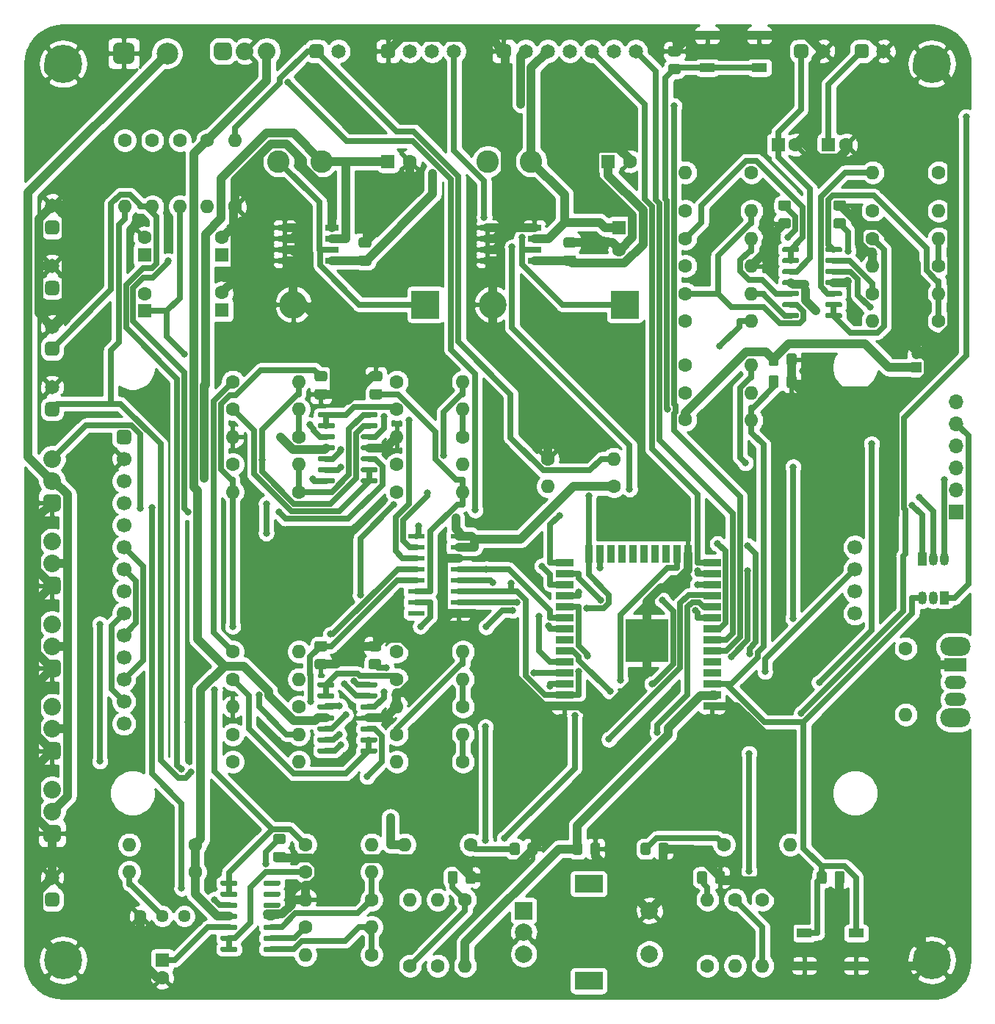
<source format=gbr>
G04 #@! TF.GenerationSoftware,KiCad,Pcbnew,(5.1.9-0-10_14)*
G04 #@! TF.CreationDate,2021-01-20T18:33:34+01:00*
G04 #@! TF.ProjectId,3DPrinter_Watercooling,33445072-696e-4746-9572-5f5761746572,rev?*
G04 #@! TF.SameCoordinates,Original*
G04 #@! TF.FileFunction,Copper,L1,Top*
G04 #@! TF.FilePolarity,Positive*
%FSLAX46Y46*%
G04 Gerber Fmt 4.6, Leading zero omitted, Abs format (unit mm)*
G04 Created by KiCad (PCBNEW (5.1.9-0-10_14)) date 2021-01-20 18:33:34*
%MOMM*%
%LPD*%
G01*
G04 APERTURE LIST*
G04 #@! TA.AperFunction,ComponentPad*
%ADD10C,1.700000*%
G04 #@! TD*
G04 #@! TA.AperFunction,ComponentPad*
%ADD11R,1.600000X1.600000*%
G04 #@! TD*
G04 #@! TA.AperFunction,ComponentPad*
%ADD12C,1.600000*%
G04 #@! TD*
G04 #@! TA.AperFunction,ComponentPad*
%ADD13R,1.200000X1.200000*%
G04 #@! TD*
G04 #@! TA.AperFunction,ComponentPad*
%ADD14C,1.200000*%
G04 #@! TD*
G04 #@! TA.AperFunction,ComponentPad*
%ADD15R,3.200000X3.200000*%
G04 #@! TD*
G04 #@! TA.AperFunction,ComponentPad*
%ADD16O,3.200000X3.200000*%
G04 #@! TD*
G04 #@! TA.AperFunction,ComponentPad*
%ADD17C,0.700000*%
G04 #@! TD*
G04 #@! TA.AperFunction,ComponentPad*
%ADD18C,4.400000*%
G04 #@! TD*
G04 #@! TA.AperFunction,SMDPad,CuDef*
%ADD19R,1.550000X0.700000*%
G04 #@! TD*
G04 #@! TA.AperFunction,ComponentPad*
%ADD20C,2.500000*%
G04 #@! TD*
G04 #@! TA.AperFunction,ComponentPad*
%ADD21R,1.700000X1.700000*%
G04 #@! TD*
G04 #@! TA.AperFunction,ComponentPad*
%ADD22O,1.700000X1.700000*%
G04 #@! TD*
G04 #@! TA.AperFunction,ComponentPad*
%ADD23C,2.040000*%
G04 #@! TD*
G04 #@! TA.AperFunction,ComponentPad*
%ADD24C,1.650000*%
G04 #@! TD*
G04 #@! TA.AperFunction,ComponentPad*
%ADD25C,2.600000*%
G04 #@! TD*
G04 #@! TA.AperFunction,ComponentPad*
%ADD26O,1.050000X1.500000*%
G04 #@! TD*
G04 #@! TA.AperFunction,ComponentPad*
%ADD27R,1.050000X1.500000*%
G04 #@! TD*
G04 #@! TA.AperFunction,ComponentPad*
%ADD28O,1.600000X1.600000*%
G04 #@! TD*
G04 #@! TA.AperFunction,ComponentPad*
%ADD29C,1.440000*%
G04 #@! TD*
G04 #@! TA.AperFunction,SMDPad,CuDef*
%ADD30R,1.800000X1.000000*%
G04 #@! TD*
G04 #@! TA.AperFunction,ComponentPad*
%ADD31R,2.500000X1.500000*%
G04 #@! TD*
G04 #@! TA.AperFunction,ComponentPad*
%ADD32O,2.500000X1.500000*%
G04 #@! TD*
G04 #@! TA.AperFunction,ComponentPad*
%ADD33O,3.500000X2.200000*%
G04 #@! TD*
G04 #@! TA.AperFunction,SMDPad,CuDef*
%ADD34R,5.000000X5.000000*%
G04 #@! TD*
G04 #@! TA.AperFunction,SMDPad,CuDef*
%ADD35R,2.000000X0.900000*%
G04 #@! TD*
G04 #@! TA.AperFunction,SMDPad,CuDef*
%ADD36R,0.900000X2.000000*%
G04 #@! TD*
G04 #@! TA.AperFunction,SMDPad,CuDef*
%ADD37R,1.900000X0.600000*%
G04 #@! TD*
G04 #@! TA.AperFunction,ComponentPad*
%ADD38C,2.000000*%
G04 #@! TD*
G04 #@! TA.AperFunction,ComponentPad*
%ADD39R,3.200000X2.000000*%
G04 #@! TD*
G04 #@! TA.AperFunction,ComponentPad*
%ADD40R,2.000000X2.000000*%
G04 #@! TD*
G04 #@! TA.AperFunction,ViaPad*
%ADD41C,0.800000*%
G04 #@! TD*
G04 #@! TA.AperFunction,Conductor*
%ADD42C,1.016000*%
G04 #@! TD*
G04 #@! TA.AperFunction,Conductor*
%ADD43C,0.601000*%
G04 #@! TD*
G04 #@! TA.AperFunction,Conductor*
%ADD44C,0.889000*%
G04 #@! TD*
G04 #@! TA.AperFunction,Conductor*
%ADD45C,1.270000*%
G04 #@! TD*
G04 #@! TA.AperFunction,Conductor*
%ADD46C,0.899800*%
G04 #@! TD*
G04 #@! TA.AperFunction,Conductor*
%ADD47C,0.635000*%
G04 #@! TD*
G04 #@! TA.AperFunction,Conductor*
%ADD48C,0.254000*%
G04 #@! TD*
G04 #@! TA.AperFunction,Conductor*
%ADD49C,0.100000*%
G04 #@! TD*
G04 APERTURE END LIST*
D10*
X223380000Y-80670000D03*
X223380000Y-83210000D03*
X223380000Y-85750000D03*
X223380000Y-88290000D03*
G04 #@! TA.AperFunction,ComponentPad*
G36*
G01*
X138230000Y-68395000D02*
X138230000Y-67545000D01*
G75*
G02*
X138655000Y-67120000I425000J0D01*
G01*
X139505000Y-67120000D01*
G75*
G02*
X139930000Y-67545000I0J-425000D01*
G01*
X139930000Y-68395000D01*
G75*
G02*
X139505000Y-68820000I-425000J0D01*
G01*
X138655000Y-68820000D01*
G75*
G02*
X138230000Y-68395000I0J425000D01*
G01*
G37*
G04 #@! TD.AperFunction*
X139080000Y-70510000D03*
X139080000Y-73050000D03*
X139080000Y-75590000D03*
X139080000Y-78130000D03*
X139080000Y-80670000D03*
X139080000Y-83210000D03*
X139080000Y-85750000D03*
X139080000Y-88290000D03*
X139080000Y-90830000D03*
X139080000Y-93370000D03*
X139080000Y-95910000D03*
X139080000Y-98450000D03*
X139080000Y-100990000D03*
G04 #@! TA.AperFunction,SMDPad,CuDef*
G36*
G01*
X167353000Y-48212500D02*
X166403000Y-48212500D01*
G75*
G02*
X166153000Y-47962500I0J250000D01*
G01*
X166153000Y-47287500D01*
G75*
G02*
X166403000Y-47037500I250000J0D01*
G01*
X167353000Y-47037500D01*
G75*
G02*
X167603000Y-47287500I0J-250000D01*
G01*
X167603000Y-47962500D01*
G75*
G02*
X167353000Y-48212500I-250000J0D01*
G01*
G37*
G04 #@! TD.AperFunction*
G04 #@! TA.AperFunction,SMDPad,CuDef*
G36*
G01*
X167353000Y-46137500D02*
X166403000Y-46137500D01*
G75*
G02*
X166153000Y-45887500I0J250000D01*
G01*
X166153000Y-45212500D01*
G75*
G02*
X166403000Y-44962500I250000J0D01*
G01*
X167353000Y-44962500D01*
G75*
G02*
X167603000Y-45212500I0J-250000D01*
G01*
X167603000Y-45887500D01*
G75*
G02*
X167353000Y-46137500I-250000J0D01*
G01*
G37*
G04 #@! TD.AperFunction*
D11*
X169545000Y-36195000D03*
D12*
X172045000Y-36195000D03*
D13*
X230505000Y-59944000D03*
D14*
X230505000Y-58444000D03*
G04 #@! TA.AperFunction,SMDPad,CuDef*
G36*
G01*
X215482000Y-59530000D02*
X215482000Y-58580000D01*
G75*
G02*
X215732000Y-58330000I250000J0D01*
G01*
X216407000Y-58330000D01*
G75*
G02*
X216657000Y-58580000I0J-250000D01*
G01*
X216657000Y-59530000D01*
G75*
G02*
X216407000Y-59780000I-250000J0D01*
G01*
X215732000Y-59780000D01*
G75*
G02*
X215482000Y-59530000I0J250000D01*
G01*
G37*
G04 #@! TD.AperFunction*
G04 #@! TA.AperFunction,SMDPad,CuDef*
G36*
G01*
X213407000Y-59530000D02*
X213407000Y-58580000D01*
G75*
G02*
X213657000Y-58330000I250000J0D01*
G01*
X214332000Y-58330000D01*
G75*
G02*
X214582000Y-58580000I0J-250000D01*
G01*
X214582000Y-59530000D01*
G75*
G02*
X214332000Y-59780000I-250000J0D01*
G01*
X213657000Y-59780000D01*
G75*
G02*
X213407000Y-59530000I0J250000D01*
G01*
G37*
G04 #@! TD.AperFunction*
G04 #@! TA.AperFunction,SMDPad,CuDef*
G36*
G01*
X202090000Y-22907500D02*
X203040000Y-22907500D01*
G75*
G02*
X203290000Y-23157500I0J-250000D01*
G01*
X203290000Y-23832500D01*
G75*
G02*
X203040000Y-24082500I-250000J0D01*
G01*
X202090000Y-24082500D01*
G75*
G02*
X201840000Y-23832500I0J250000D01*
G01*
X201840000Y-23157500D01*
G75*
G02*
X202090000Y-22907500I250000J0D01*
G01*
G37*
G04 #@! TD.AperFunction*
G04 #@! TA.AperFunction,SMDPad,CuDef*
G36*
G01*
X202090000Y-24982500D02*
X203040000Y-24982500D01*
G75*
G02*
X203290000Y-25232500I0J-250000D01*
G01*
X203290000Y-25907500D01*
G75*
G02*
X203040000Y-26157500I-250000J0D01*
G01*
X202090000Y-26157500D01*
G75*
G02*
X201840000Y-25907500I0J250000D01*
G01*
X201840000Y-25232500D01*
G75*
G02*
X202090000Y-24982500I250000J0D01*
G01*
G37*
G04 #@! TD.AperFunction*
G04 #@! TA.AperFunction,SMDPad,CuDef*
G36*
G01*
X220128000Y-118270000D02*
X220128000Y-119220000D01*
G75*
G02*
X219878000Y-119470000I-250000J0D01*
G01*
X219203000Y-119470000D01*
G75*
G02*
X218953000Y-119220000I0J250000D01*
G01*
X218953000Y-118270000D01*
G75*
G02*
X219203000Y-118020000I250000J0D01*
G01*
X219878000Y-118020000D01*
G75*
G02*
X220128000Y-118270000I0J-250000D01*
G01*
G37*
G04 #@! TD.AperFunction*
G04 #@! TA.AperFunction,SMDPad,CuDef*
G36*
G01*
X222203000Y-118270000D02*
X222203000Y-119220000D01*
G75*
G02*
X221953000Y-119470000I-250000J0D01*
G01*
X221278000Y-119470000D01*
G75*
G02*
X221028000Y-119220000I0J250000D01*
G01*
X221028000Y-118270000D01*
G75*
G02*
X221278000Y-118020000I250000J0D01*
G01*
X221953000Y-118020000D01*
G75*
G02*
X222203000Y-118270000I0J-250000D01*
G01*
G37*
G04 #@! TD.AperFunction*
D12*
X197445000Y-36195000D03*
D11*
X194945000Y-36195000D03*
G04 #@! TA.AperFunction,SMDPad,CuDef*
G36*
G01*
X190975000Y-48212500D02*
X190025000Y-48212500D01*
G75*
G02*
X189775000Y-47962500I0J250000D01*
G01*
X189775000Y-47287500D01*
G75*
G02*
X190025000Y-47037500I250000J0D01*
G01*
X190975000Y-47037500D01*
G75*
G02*
X191225000Y-47287500I0J-250000D01*
G01*
X191225000Y-47962500D01*
G75*
G02*
X190975000Y-48212500I-250000J0D01*
G01*
G37*
G04 #@! TD.AperFunction*
G04 #@! TA.AperFunction,SMDPad,CuDef*
G36*
G01*
X190975000Y-46137500D02*
X190025000Y-46137500D01*
G75*
G02*
X189775000Y-45887500I0J250000D01*
G01*
X189775000Y-45212500D01*
G75*
G02*
X190025000Y-44962500I250000J0D01*
G01*
X190975000Y-44962500D01*
G75*
G02*
X191225000Y-45212500I0J-250000D01*
G01*
X191225000Y-45887500D01*
G75*
G02*
X190975000Y-46137500I-250000J0D01*
G01*
G37*
G04 #@! TD.AperFunction*
X196215000Y-43855000D03*
D12*
X196215000Y-46355000D03*
G04 #@! TA.AperFunction,SMDPad,CuDef*
G36*
G01*
X215482000Y-62070000D02*
X215482000Y-61120000D01*
G75*
G02*
X215732000Y-60870000I250000J0D01*
G01*
X216407000Y-60870000D01*
G75*
G02*
X216657000Y-61120000I0J-250000D01*
G01*
X216657000Y-62070000D01*
G75*
G02*
X216407000Y-62320000I-250000J0D01*
G01*
X215732000Y-62320000D01*
G75*
G02*
X215482000Y-62070000I0J250000D01*
G01*
G37*
G04 #@! TD.AperFunction*
G04 #@! TA.AperFunction,SMDPad,CuDef*
G36*
G01*
X213407000Y-62070000D02*
X213407000Y-61120000D01*
G75*
G02*
X213657000Y-60870000I250000J0D01*
G01*
X214332000Y-60870000D01*
G75*
G02*
X214582000Y-61120000I0J-250000D01*
G01*
X214582000Y-62070000D01*
G75*
G02*
X214332000Y-62320000I-250000J0D01*
G01*
X213657000Y-62320000D01*
G75*
G02*
X213407000Y-62070000I0J250000D01*
G01*
G37*
G04 #@! TD.AperFunction*
D11*
X143510000Y-128270000D03*
D12*
X143510000Y-130270000D03*
X150368000Y-51340000D03*
D11*
X150368000Y-53340000D03*
G04 #@! TA.AperFunction,SMDPad,CuDef*
G36*
G01*
X156540000Y-115788000D02*
X157490000Y-115788000D01*
G75*
G02*
X157740000Y-116038000I0J-250000D01*
G01*
X157740000Y-116713000D01*
G75*
G02*
X157490000Y-116963000I-250000J0D01*
G01*
X156540000Y-116963000D01*
G75*
G02*
X156290000Y-116713000I0J250000D01*
G01*
X156290000Y-116038000D01*
G75*
G02*
X156540000Y-115788000I250000J0D01*
G01*
G37*
G04 #@! TD.AperFunction*
G04 #@! TA.AperFunction,SMDPad,CuDef*
G36*
G01*
X156540000Y-113713000D02*
X157490000Y-113713000D01*
G75*
G02*
X157740000Y-113963000I0J-250000D01*
G01*
X157740000Y-114638000D01*
G75*
G02*
X157490000Y-114888000I-250000J0D01*
G01*
X156540000Y-114888000D01*
G75*
G02*
X156290000Y-114638000I0J250000D01*
G01*
X156290000Y-113963000D01*
G75*
G02*
X156540000Y-113713000I250000J0D01*
G01*
G37*
G04 #@! TD.AperFunction*
G04 #@! TA.AperFunction,SMDPad,CuDef*
G36*
G01*
X168496000Y-92662500D02*
X167546000Y-92662500D01*
G75*
G02*
X167296000Y-92412500I0J250000D01*
G01*
X167296000Y-91737500D01*
G75*
G02*
X167546000Y-91487500I250000J0D01*
G01*
X168496000Y-91487500D01*
G75*
G02*
X168746000Y-91737500I0J-250000D01*
G01*
X168746000Y-92412500D01*
G75*
G02*
X168496000Y-92662500I-250000J0D01*
G01*
G37*
G04 #@! TD.AperFunction*
G04 #@! TA.AperFunction,SMDPad,CuDef*
G36*
G01*
X168496000Y-94737500D02*
X167546000Y-94737500D01*
G75*
G02*
X167296000Y-94487500I0J250000D01*
G01*
X167296000Y-93812500D01*
G75*
G02*
X167546000Y-93562500I250000J0D01*
G01*
X168496000Y-93562500D01*
G75*
G02*
X168746000Y-93812500I0J-250000D01*
G01*
X168746000Y-94487500D01*
G75*
G02*
X168496000Y-94737500I-250000J0D01*
G01*
G37*
G04 #@! TD.AperFunction*
D12*
X216535000Y-34290000D03*
D11*
X214535000Y-34290000D03*
D12*
X150368000Y-44990000D03*
D11*
X150368000Y-46990000D03*
G04 #@! TA.AperFunction,SMDPad,CuDef*
G36*
G01*
X214790000Y-40687500D02*
X215740000Y-40687500D01*
G75*
G02*
X215990000Y-40937500I0J-250000D01*
G01*
X215990000Y-41612500D01*
G75*
G02*
X215740000Y-41862500I-250000J0D01*
G01*
X214790000Y-41862500D01*
G75*
G02*
X214540000Y-41612500I0J250000D01*
G01*
X214540000Y-40937500D01*
G75*
G02*
X214790000Y-40687500I250000J0D01*
G01*
G37*
G04 #@! TD.AperFunction*
G04 #@! TA.AperFunction,SMDPad,CuDef*
G36*
G01*
X214790000Y-42762500D02*
X215740000Y-42762500D01*
G75*
G02*
X215990000Y-43012500I0J-250000D01*
G01*
X215990000Y-43687500D01*
G75*
G02*
X215740000Y-43937500I-250000J0D01*
G01*
X214790000Y-43937500D01*
G75*
G02*
X214540000Y-43687500I0J250000D01*
G01*
X214540000Y-43012500D01*
G75*
G02*
X214790000Y-42762500I250000J0D01*
G01*
G37*
G04 #@! TD.AperFunction*
G04 #@! TA.AperFunction,SMDPad,CuDef*
G36*
G01*
X161323000Y-93562500D02*
X162273000Y-93562500D01*
G75*
G02*
X162523000Y-93812500I0J-250000D01*
G01*
X162523000Y-94487500D01*
G75*
G02*
X162273000Y-94737500I-250000J0D01*
G01*
X161323000Y-94737500D01*
G75*
G02*
X161073000Y-94487500I0J250000D01*
G01*
X161073000Y-93812500D01*
G75*
G02*
X161323000Y-93562500I250000J0D01*
G01*
G37*
G04 #@! TD.AperFunction*
G04 #@! TA.AperFunction,SMDPad,CuDef*
G36*
G01*
X161323000Y-91487500D02*
X162273000Y-91487500D01*
G75*
G02*
X162523000Y-91737500I0J-250000D01*
G01*
X162523000Y-92412500D01*
G75*
G02*
X162273000Y-92662500I-250000J0D01*
G01*
X161323000Y-92662500D01*
G75*
G02*
X161073000Y-92412500I0J250000D01*
G01*
X161073000Y-91737500D01*
G75*
G02*
X161323000Y-91487500I250000J0D01*
G01*
G37*
G04 #@! TD.AperFunction*
X220345000Y-34290000D03*
D12*
X222345000Y-34290000D03*
D11*
X141478000Y-53435000D03*
D12*
X141478000Y-51435000D03*
D11*
X141478000Y-46990000D03*
D12*
X141478000Y-44990000D03*
G04 #@! TA.AperFunction,SMDPad,CuDef*
G36*
G01*
X222090000Y-41862500D02*
X221140000Y-41862500D01*
G75*
G02*
X220890000Y-41612500I0J250000D01*
G01*
X220890000Y-40937500D01*
G75*
G02*
X221140000Y-40687500I250000J0D01*
G01*
X222090000Y-40687500D01*
G75*
G02*
X222340000Y-40937500I0J-250000D01*
G01*
X222340000Y-41612500D01*
G75*
G02*
X222090000Y-41862500I-250000J0D01*
G01*
G37*
G04 #@! TD.AperFunction*
G04 #@! TA.AperFunction,SMDPad,CuDef*
G36*
G01*
X222090000Y-43937500D02*
X221140000Y-43937500D01*
G75*
G02*
X220890000Y-43687500I0J250000D01*
G01*
X220890000Y-43012500D01*
G75*
G02*
X221140000Y-42762500I250000J0D01*
G01*
X222090000Y-42762500D01*
G75*
G02*
X222340000Y-43012500I0J-250000D01*
G01*
X222340000Y-43687500D01*
G75*
G02*
X222090000Y-43937500I-250000J0D01*
G01*
G37*
G04 #@! TD.AperFunction*
G04 #@! TA.AperFunction,SMDPad,CuDef*
G36*
G01*
X168623000Y-63622500D02*
X167673000Y-63622500D01*
G75*
G02*
X167423000Y-63372500I0J250000D01*
G01*
X167423000Y-62697500D01*
G75*
G02*
X167673000Y-62447500I250000J0D01*
G01*
X168623000Y-62447500D01*
G75*
G02*
X168873000Y-62697500I0J-250000D01*
G01*
X168873000Y-63372500D01*
G75*
G02*
X168623000Y-63622500I-250000J0D01*
G01*
G37*
G04 #@! TD.AperFunction*
G04 #@! TA.AperFunction,SMDPad,CuDef*
G36*
G01*
X168623000Y-61547500D02*
X167673000Y-61547500D01*
G75*
G02*
X167423000Y-61297500I0J250000D01*
G01*
X167423000Y-60622500D01*
G75*
G02*
X167673000Y-60372500I250000J0D01*
G01*
X168623000Y-60372500D01*
G75*
G02*
X168873000Y-60622500I0J-250000D01*
G01*
X168873000Y-61297500D01*
G75*
G02*
X168623000Y-61547500I-250000J0D01*
G01*
G37*
G04 #@! TD.AperFunction*
G04 #@! TA.AperFunction,SMDPad,CuDef*
G36*
G01*
X161323000Y-62447500D02*
X162273000Y-62447500D01*
G75*
G02*
X162523000Y-62697500I0J-250000D01*
G01*
X162523000Y-63372500D01*
G75*
G02*
X162273000Y-63622500I-250000J0D01*
G01*
X161323000Y-63622500D01*
G75*
G02*
X161073000Y-63372500I0J250000D01*
G01*
X161073000Y-62697500D01*
G75*
G02*
X161323000Y-62447500I250000J0D01*
G01*
G37*
G04 #@! TD.AperFunction*
G04 #@! TA.AperFunction,SMDPad,CuDef*
G36*
G01*
X161323000Y-60372500D02*
X162273000Y-60372500D01*
G75*
G02*
X162523000Y-60622500I0J-250000D01*
G01*
X162523000Y-61297500D01*
G75*
G02*
X162273000Y-61547500I-250000J0D01*
G01*
X161323000Y-61547500D01*
G75*
G02*
X161073000Y-61297500I0J250000D01*
G01*
X161073000Y-60622500D01*
G75*
G02*
X161323000Y-60372500I250000J0D01*
G01*
G37*
G04 #@! TD.AperFunction*
D15*
X173863000Y-52705000D03*
D16*
X158623000Y-52705000D03*
G04 #@! TA.AperFunction,SMDPad,CuDef*
G36*
G01*
X186775000Y-114992999D02*
X186775000Y-115893001D01*
G75*
G02*
X186525001Y-116143000I-249999J0D01*
G01*
X185874999Y-116143000D01*
G75*
G02*
X185625000Y-115893001I0J249999D01*
G01*
X185625000Y-114992999D01*
G75*
G02*
X185874999Y-114743000I249999J0D01*
G01*
X186525001Y-114743000D01*
G75*
G02*
X186775000Y-114992999I0J-249999D01*
G01*
G37*
G04 #@! TD.AperFunction*
G04 #@! TA.AperFunction,SMDPad,CuDef*
G36*
G01*
X184725000Y-114992999D02*
X184725000Y-115893001D01*
G75*
G02*
X184475001Y-116143000I-249999J0D01*
G01*
X183824999Y-116143000D01*
G75*
G02*
X183575000Y-115893001I0J249999D01*
G01*
X183575000Y-114992999D01*
G75*
G02*
X183824999Y-114743000I249999J0D01*
G01*
X184475001Y-114743000D01*
G75*
G02*
X184725000Y-114992999I0J-249999D01*
G01*
G37*
G04 #@! TD.AperFunction*
G04 #@! TA.AperFunction,SMDPad,CuDef*
G36*
G01*
X199820000Y-114992999D02*
X199820000Y-115893001D01*
G75*
G02*
X199570001Y-116143000I-249999J0D01*
G01*
X198919999Y-116143000D01*
G75*
G02*
X198670000Y-115893001I0J249999D01*
G01*
X198670000Y-114992999D01*
G75*
G02*
X198919999Y-114743000I249999J0D01*
G01*
X199570001Y-114743000D01*
G75*
G02*
X199820000Y-114992999I0J-249999D01*
G01*
G37*
G04 #@! TD.AperFunction*
G04 #@! TA.AperFunction,SMDPad,CuDef*
G36*
G01*
X201870000Y-114992999D02*
X201870000Y-115893001D01*
G75*
G02*
X201620001Y-116143000I-249999J0D01*
G01*
X200969999Y-116143000D01*
G75*
G02*
X200720000Y-115893001I0J249999D01*
G01*
X200720000Y-114992999D01*
G75*
G02*
X200969999Y-114743000I249999J0D01*
G01*
X201620001Y-114743000D01*
G75*
G02*
X201870000Y-114992999I0J-249999D01*
G01*
G37*
G04 #@! TD.AperFunction*
G04 #@! TA.AperFunction,SMDPad,CuDef*
G36*
G01*
X194005000Y-114992999D02*
X194005000Y-115893001D01*
G75*
G02*
X193755001Y-116143000I-249999J0D01*
G01*
X193104999Y-116143000D01*
G75*
G02*
X192855000Y-115893001I0J249999D01*
G01*
X192855000Y-114992999D01*
G75*
G02*
X193104999Y-114743000I249999J0D01*
G01*
X193755001Y-114743000D01*
G75*
G02*
X194005000Y-114992999I0J-249999D01*
G01*
G37*
G04 #@! TD.AperFunction*
G04 #@! TA.AperFunction,SMDPad,CuDef*
G36*
G01*
X191955000Y-114992999D02*
X191955000Y-115893001D01*
G75*
G02*
X191705001Y-116143000I-249999J0D01*
G01*
X191054999Y-116143000D01*
G75*
G02*
X190805000Y-115893001I0J249999D01*
G01*
X190805000Y-114992999D01*
G75*
G02*
X191054999Y-114743000I249999J0D01*
G01*
X191705001Y-114743000D01*
G75*
G02*
X191955000Y-114992999I0J-249999D01*
G01*
G37*
G04 #@! TD.AperFunction*
X181610000Y-52705000D03*
D15*
X196850000Y-52705000D03*
D17*
X133246726Y-23773274D03*
X132080000Y-23290000D03*
X130913274Y-23773274D03*
X130430000Y-24940000D03*
X130913274Y-26106726D03*
X132080000Y-26590000D03*
X133246726Y-26106726D03*
X133730000Y-24940000D03*
D18*
X132080000Y-24940000D03*
D17*
X233401726Y-23773274D03*
X232235000Y-23290000D03*
X231068274Y-23773274D03*
X230585000Y-24940000D03*
X231068274Y-26106726D03*
X232235000Y-26590000D03*
X233401726Y-26106726D03*
X233885000Y-24940000D03*
D18*
X232235000Y-24940000D03*
X232235000Y-128270000D03*
D17*
X233885000Y-128270000D03*
X233401726Y-129436726D03*
X232235000Y-129920000D03*
X231068274Y-129436726D03*
X230585000Y-128270000D03*
X231068274Y-127103274D03*
X232235000Y-126620000D03*
X233401726Y-127103274D03*
X133246726Y-127103274D03*
X132080000Y-126620000D03*
X130913274Y-127103274D03*
X130430000Y-128270000D03*
X130913274Y-129436726D03*
X132080000Y-129920000D03*
X133246726Y-129436726D03*
X133730000Y-128270000D03*
D18*
X132080000Y-128270000D03*
D19*
X157618000Y-47625000D03*
X157618000Y-46355000D03*
X157618000Y-45085000D03*
X157618000Y-43815000D03*
X163068000Y-43815000D03*
X163068000Y-45085000D03*
X163068000Y-46355000D03*
X163068000Y-47625000D03*
X186425000Y-47625000D03*
X186425000Y-46355000D03*
X186425000Y-45085000D03*
X186425000Y-43815000D03*
X180975000Y-43815000D03*
X180975000Y-45085000D03*
X180975000Y-46355000D03*
X180975000Y-47625000D03*
D20*
X144065000Y-23749000D03*
G04 #@! TA.AperFunction,ComponentPad*
G36*
G01*
X137815000Y-24374000D02*
X137815000Y-23124000D01*
G75*
G02*
X138440000Y-22499000I625000J0D01*
G01*
X139690000Y-22499000D01*
G75*
G02*
X140315000Y-23124000I0J-625000D01*
G01*
X140315000Y-24374000D01*
G75*
G02*
X139690000Y-24999000I-625000J0D01*
G01*
X138440000Y-24999000D01*
G75*
G02*
X137815000Y-24374000I0J625000D01*
G01*
G37*
G04 #@! TD.AperFunction*
D21*
X235077000Y-76581000D03*
D22*
X235077000Y-74041000D03*
X235077000Y-71501000D03*
X235077000Y-68961000D03*
X235077000Y-66421000D03*
X235077000Y-63881000D03*
G04 #@! TA.AperFunction,ComponentPad*
G36*
G01*
X131320000Y-114685000D02*
X130300000Y-114685000D01*
G75*
G02*
X129790000Y-114175000I0J510000D01*
G01*
X129790000Y-113155000D01*
G75*
G02*
X130300000Y-112645000I510000J0D01*
G01*
X131320000Y-112645000D01*
G75*
G02*
X131830000Y-113155000I0J-510000D01*
G01*
X131830000Y-114175000D01*
G75*
G02*
X131320000Y-114685000I-510000J0D01*
G01*
G37*
G04 #@! TD.AperFunction*
D23*
X130810000Y-111125000D03*
X130810000Y-108585000D03*
G04 #@! TA.AperFunction,ComponentPad*
G36*
G01*
X131320000Y-105160000D02*
X130300000Y-105160000D01*
G75*
G02*
X129790000Y-104650000I0J510000D01*
G01*
X129790000Y-103630000D01*
G75*
G02*
X130300000Y-103120000I510000J0D01*
G01*
X131320000Y-103120000D01*
G75*
G02*
X131830000Y-103630000I0J-510000D01*
G01*
X131830000Y-104650000D01*
G75*
G02*
X131320000Y-105160000I-510000J0D01*
G01*
G37*
G04 #@! TD.AperFunction*
X130810000Y-101600000D03*
X130810000Y-99060000D03*
G04 #@! TA.AperFunction,ComponentPad*
G36*
G01*
X131320000Y-95635000D02*
X130300000Y-95635000D01*
G75*
G02*
X129790000Y-95125000I0J510000D01*
G01*
X129790000Y-94105000D01*
G75*
G02*
X130300000Y-93595000I510000J0D01*
G01*
X131320000Y-93595000D01*
G75*
G02*
X131830000Y-94105000I0J-510000D01*
G01*
X131830000Y-95125000D01*
G75*
G02*
X131320000Y-95635000I-510000J0D01*
G01*
G37*
G04 #@! TD.AperFunction*
X130810000Y-92075000D03*
X130810000Y-89535000D03*
X130810000Y-80010000D03*
X130810000Y-82550000D03*
G04 #@! TA.AperFunction,ComponentPad*
G36*
G01*
X131320000Y-86110000D02*
X130300000Y-86110000D01*
G75*
G02*
X129790000Y-85600000I0J510000D01*
G01*
X129790000Y-84580000D01*
G75*
G02*
X130300000Y-84070000I510000J0D01*
G01*
X131320000Y-84070000D01*
G75*
G02*
X131830000Y-84580000I0J-510000D01*
G01*
X131830000Y-85600000D01*
G75*
G02*
X131320000Y-86110000I-510000J0D01*
G01*
G37*
G04 #@! TD.AperFunction*
G04 #@! TA.AperFunction,ComponentPad*
G36*
G01*
X182055000Y-23907500D02*
X182055000Y-23082500D01*
G75*
G02*
X182467500Y-22670000I412500J0D01*
G01*
X183292500Y-22670000D01*
G75*
G02*
X183705000Y-23082500I0J-412500D01*
G01*
X183705000Y-23907500D01*
G75*
G02*
X183292500Y-24320000I-412500J0D01*
G01*
X182467500Y-24320000D01*
G75*
G02*
X182055000Y-23907500I0J412500D01*
G01*
G37*
G04 #@! TD.AperFunction*
D24*
X185420000Y-23495000D03*
X187960000Y-23495000D03*
X190500000Y-23495000D03*
X193040000Y-23495000D03*
X195580000Y-23495000D03*
X198120000Y-23495000D03*
D23*
X130810000Y-70485000D03*
X130810000Y-73025000D03*
G04 #@! TA.AperFunction,ComponentPad*
G36*
G01*
X131320000Y-76585000D02*
X130300000Y-76585000D01*
G75*
G02*
X129790000Y-76075000I0J510000D01*
G01*
X129790000Y-75055000D01*
G75*
G02*
X130300000Y-74545000I510000J0D01*
G01*
X131320000Y-74545000D01*
G75*
G02*
X131830000Y-75055000I0J-510000D01*
G01*
X131830000Y-76075000D01*
G75*
G02*
X131320000Y-76585000I-510000J0D01*
G01*
G37*
G04 #@! TD.AperFunction*
G04 #@! TA.AperFunction,ComponentPad*
G36*
G01*
X160465000Y-23907500D02*
X160465000Y-23082500D01*
G75*
G02*
X160877500Y-22670000I412500J0D01*
G01*
X161702500Y-22670000D01*
G75*
G02*
X162115000Y-23082500I0J-412500D01*
G01*
X162115000Y-23907500D01*
G75*
G02*
X161702500Y-24320000I-412500J0D01*
G01*
X160877500Y-24320000D01*
G75*
G02*
X160465000Y-23907500I0J412500D01*
G01*
G37*
G04 #@! TD.AperFunction*
D24*
X163830000Y-23495000D03*
G04 #@! TA.AperFunction,ComponentPad*
G36*
G01*
X168720000Y-23907500D02*
X168720000Y-23082500D01*
G75*
G02*
X169132500Y-22670000I412500J0D01*
G01*
X169957500Y-22670000D01*
G75*
G02*
X170370000Y-23082500I0J-412500D01*
G01*
X170370000Y-23907500D01*
G75*
G02*
X169957500Y-24320000I-412500J0D01*
G01*
X169132500Y-24320000D01*
G75*
G02*
X168720000Y-23907500I0J412500D01*
G01*
G37*
G04 #@! TD.AperFunction*
X172085000Y-23495000D03*
X177165000Y-23495000D03*
X174625000Y-23495000D03*
D25*
X161925000Y-36195000D03*
X156925000Y-36195000D03*
X181055000Y-36195000D03*
X186055000Y-36195000D03*
D26*
X232410000Y-86487000D03*
X231140000Y-86487000D03*
D27*
X233680000Y-86487000D03*
X231140000Y-82042000D03*
D26*
X233680000Y-82042000D03*
X232410000Y-82042000D03*
D28*
X171450000Y-114935000D03*
D12*
X179070000Y-114935000D03*
X208280000Y-114935000D03*
D28*
X215900000Y-114935000D03*
D12*
X187960000Y-70485000D03*
D28*
X195580000Y-70485000D03*
D12*
X203835000Y-59690000D03*
D28*
X211455000Y-59690000D03*
X211455000Y-62865000D03*
D12*
X203835000Y-62865000D03*
D28*
X187960000Y-73660000D03*
D12*
X195580000Y-73660000D03*
X203835000Y-65989200D03*
D28*
X211455000Y-66040000D03*
D12*
X147320000Y-114935000D03*
D28*
X139700000Y-114935000D03*
X139192000Y-41402000D03*
D12*
X139192000Y-33782000D03*
X229235000Y-92329000D03*
D28*
X229235000Y-99949000D03*
X151892000Y-33782000D03*
D12*
X151892000Y-41402000D03*
D28*
X167640000Y-114935000D03*
D12*
X160020000Y-114935000D03*
X170561000Y-92710000D03*
D28*
X178181000Y-92710000D03*
X167640000Y-118110000D03*
D12*
X160020000Y-118110000D03*
D28*
X178181000Y-95885000D03*
D12*
X170561000Y-95885000D03*
X167640000Y-121285000D03*
D28*
X160020000Y-121285000D03*
X170561000Y-99060000D03*
D12*
X178181000Y-99060000D03*
X160020000Y-124460000D03*
D28*
X167640000Y-124460000D03*
X178181000Y-102235000D03*
D12*
X170561000Y-102235000D03*
D28*
X160020000Y-127635000D03*
D12*
X167640000Y-127635000D03*
D28*
X170561000Y-105410000D03*
D12*
X178181000Y-105410000D03*
X211455000Y-37465000D03*
D28*
X203835000Y-37465000D03*
X142367000Y-41402000D03*
D12*
X142367000Y-33782000D03*
D28*
X211455000Y-41910000D03*
D12*
X203835000Y-41910000D03*
X151638000Y-92710000D03*
D28*
X159258000Y-92710000D03*
X211455000Y-45085000D03*
D12*
X203835000Y-45085000D03*
X151638000Y-95885000D03*
D28*
X159258000Y-95885000D03*
D12*
X147320000Y-118110000D03*
D28*
X139700000Y-118110000D03*
D12*
X203835000Y-48260000D03*
D28*
X211455000Y-48260000D03*
X151638000Y-99060000D03*
D12*
X159258000Y-99060000D03*
X203835000Y-51435000D03*
D28*
X211455000Y-51435000D03*
X159258000Y-102235000D03*
D12*
X151638000Y-102235000D03*
D28*
X211455000Y-54610000D03*
D12*
X203835000Y-54610000D03*
D28*
X159258000Y-105410000D03*
D12*
X151638000Y-105410000D03*
X233045000Y-37465000D03*
D28*
X225425000Y-37465000D03*
X145542000Y-41402000D03*
D12*
X145542000Y-33782000D03*
D28*
X148717000Y-41402000D03*
D12*
X148717000Y-33782000D03*
D28*
X233045000Y-41910000D03*
D12*
X225425000Y-41910000D03*
X170561000Y-61595000D03*
D28*
X178181000Y-61595000D03*
X159258000Y-61595000D03*
D12*
X151638000Y-61595000D03*
D28*
X233045000Y-45085000D03*
D12*
X225425000Y-45085000D03*
D28*
X178181000Y-64770000D03*
D12*
X170561000Y-64770000D03*
X151638000Y-64770000D03*
D28*
X159258000Y-64770000D03*
D12*
X233045000Y-48260000D03*
D28*
X225425000Y-48260000D03*
X170561000Y-67945000D03*
D12*
X178181000Y-67945000D03*
X159258000Y-67945000D03*
D28*
X151638000Y-67945000D03*
D12*
X225425000Y-51435000D03*
D28*
X233045000Y-51435000D03*
X178181000Y-71120000D03*
D12*
X170561000Y-71120000D03*
X151638000Y-71120000D03*
D28*
X159258000Y-71120000D03*
X225425000Y-54610000D03*
D12*
X233045000Y-54610000D03*
X170561000Y-74295000D03*
D28*
X178181000Y-74295000D03*
D12*
X159258000Y-74295000D03*
D28*
X151638000Y-74295000D03*
D29*
X146050000Y-123190000D03*
X143510000Y-123190000D03*
X140970000Y-123190000D03*
D30*
X212344000Y-21650000D03*
X206344000Y-21650000D03*
X206344000Y-25400000D03*
X212344000Y-25400000D03*
X217520000Y-125155000D03*
X223520000Y-125155000D03*
X223520000Y-128905000D03*
X217520000Y-128905000D03*
D31*
X234950000Y-94230000D03*
D32*
X234950000Y-96230000D03*
X234950000Y-98230000D03*
D33*
X234950000Y-92130000D03*
X234950000Y-100330000D03*
D24*
X130810000Y-118745000D03*
G04 #@! TA.AperFunction,ComponentPad*
G36*
G01*
X131222500Y-122110000D02*
X130397500Y-122110000D01*
G75*
G02*
X129985000Y-121697500I0J412500D01*
G01*
X129985000Y-120872500D01*
G75*
G02*
X130397500Y-120460000I412500J0D01*
G01*
X131222500Y-120460000D01*
G75*
G02*
X131635000Y-120872500I0J-412500D01*
G01*
X131635000Y-121697500D01*
G75*
G02*
X131222500Y-122110000I-412500J0D01*
G01*
G37*
G04 #@! TD.AperFunction*
X130810000Y-62230000D03*
G04 #@! TA.AperFunction,ComponentPad*
G36*
G01*
X131222500Y-65595000D02*
X130397500Y-65595000D01*
G75*
G02*
X129985000Y-65182500I0J412500D01*
G01*
X129985000Y-64357500D01*
G75*
G02*
X130397500Y-63945000I412500J0D01*
G01*
X131222500Y-63945000D01*
G75*
G02*
X131635000Y-64357500I0J-412500D01*
G01*
X131635000Y-65182500D01*
G75*
G02*
X131222500Y-65595000I-412500J0D01*
G01*
G37*
G04 #@! TD.AperFunction*
G04 #@! TA.AperFunction,ComponentPad*
G36*
G01*
X216345000Y-23907500D02*
X216345000Y-23082500D01*
G75*
G02*
X216757500Y-22670000I412500J0D01*
G01*
X217582500Y-22670000D01*
G75*
G02*
X217995000Y-23082500I0J-412500D01*
G01*
X217995000Y-23907500D01*
G75*
G02*
X217582500Y-24320000I-412500J0D01*
G01*
X216757500Y-24320000D01*
G75*
G02*
X216345000Y-23907500I0J412500D01*
G01*
G37*
G04 #@! TD.AperFunction*
X219710000Y-23495000D03*
G04 #@! TA.AperFunction,ComponentPad*
G36*
G01*
X131222500Y-58610000D02*
X130397500Y-58610000D01*
G75*
G02*
X129985000Y-58197500I0J412500D01*
G01*
X129985000Y-57372500D01*
G75*
G02*
X130397500Y-56960000I412500J0D01*
G01*
X131222500Y-56960000D01*
G75*
G02*
X131635000Y-57372500I0J-412500D01*
G01*
X131635000Y-58197500D01*
G75*
G02*
X131222500Y-58610000I-412500J0D01*
G01*
G37*
G04 #@! TD.AperFunction*
X130810000Y-55245000D03*
X226695000Y-23495000D03*
G04 #@! TA.AperFunction,ComponentPad*
G36*
G01*
X223330000Y-23907500D02*
X223330000Y-23082500D01*
G75*
G02*
X223742500Y-22670000I412500J0D01*
G01*
X224567500Y-22670000D01*
G75*
G02*
X224980000Y-23082500I0J-412500D01*
G01*
X224980000Y-23907500D01*
G75*
G02*
X224567500Y-24320000I-412500J0D01*
G01*
X223742500Y-24320000D01*
G75*
G02*
X223330000Y-23907500I0J412500D01*
G01*
G37*
G04 #@! TD.AperFunction*
G04 #@! TA.AperFunction,ComponentPad*
G36*
G01*
X131222500Y-51625000D02*
X130397500Y-51625000D01*
G75*
G02*
X129985000Y-51212500I0J412500D01*
G01*
X129985000Y-50387500D01*
G75*
G02*
X130397500Y-49975000I412500J0D01*
G01*
X131222500Y-49975000D01*
G75*
G02*
X131635000Y-50387500I0J-412500D01*
G01*
X131635000Y-51212500D01*
G75*
G02*
X131222500Y-51625000I-412500J0D01*
G01*
G37*
G04 #@! TD.AperFunction*
X130810000Y-48260000D03*
X130810000Y-41275000D03*
G04 #@! TA.AperFunction,ComponentPad*
G36*
G01*
X131222500Y-44640000D02*
X130397500Y-44640000D01*
G75*
G02*
X129985000Y-44227500I0J412500D01*
G01*
X129985000Y-43402500D01*
G75*
G02*
X130397500Y-42990000I412500J0D01*
G01*
X131222500Y-42990000D01*
G75*
G02*
X131635000Y-43402500I0J-412500D01*
G01*
X131635000Y-44227500D01*
G75*
G02*
X131222500Y-44640000I-412500J0D01*
G01*
G37*
G04 #@! TD.AperFunction*
D34*
X199390000Y-91440000D03*
D35*
X206890000Y-98940000D03*
X206890000Y-97670000D03*
X206890000Y-96400000D03*
X206890000Y-95130000D03*
X206890000Y-93860000D03*
X206890000Y-92590000D03*
X206890000Y-91320000D03*
X206890000Y-90050000D03*
X206890000Y-88780000D03*
X206890000Y-87510000D03*
X206890000Y-86240000D03*
X206890000Y-84970000D03*
X206890000Y-83700000D03*
X206890000Y-82430000D03*
D36*
X204105000Y-81430000D03*
X202835000Y-81430000D03*
X201565000Y-81430000D03*
X200295000Y-81430000D03*
X199025000Y-81430000D03*
X197755000Y-81430000D03*
X196485000Y-81430000D03*
X195215000Y-81430000D03*
X193945000Y-81430000D03*
X192675000Y-81430000D03*
D35*
X189890000Y-82430000D03*
X189890000Y-83700000D03*
X189890000Y-84970000D03*
X189890000Y-86240000D03*
X189890000Y-87510000D03*
X189890000Y-88780000D03*
X189890000Y-90050000D03*
X189890000Y-91320000D03*
X189890000Y-92590000D03*
X189890000Y-93860000D03*
X189890000Y-95130000D03*
X189890000Y-96400000D03*
X189890000Y-97670000D03*
X189890000Y-98940000D03*
D37*
X177715000Y-79375000D03*
X177715000Y-80645000D03*
X177715000Y-81915000D03*
X177715000Y-83185000D03*
X177715000Y-84455000D03*
X177715000Y-85725000D03*
X177715000Y-86995000D03*
X177715000Y-88265000D03*
X172805000Y-88265000D03*
X172805000Y-86995000D03*
X172805000Y-85725000D03*
X172805000Y-84455000D03*
X172805000Y-83185000D03*
X172805000Y-81915000D03*
X172805000Y-80645000D03*
X172805000Y-79375000D03*
G04 #@! TA.AperFunction,SMDPad,CuDef*
G36*
G01*
X150220000Y-119530000D02*
X150220000Y-119230000D01*
G75*
G02*
X150370000Y-119080000I150000J0D01*
G01*
X152020000Y-119080000D01*
G75*
G02*
X152170000Y-119230000I0J-150000D01*
G01*
X152170000Y-119530000D01*
G75*
G02*
X152020000Y-119680000I-150000J0D01*
G01*
X150370000Y-119680000D01*
G75*
G02*
X150220000Y-119530000I0J150000D01*
G01*
G37*
G04 #@! TD.AperFunction*
G04 #@! TA.AperFunction,SMDPad,CuDef*
G36*
G01*
X150220000Y-120800000D02*
X150220000Y-120500000D01*
G75*
G02*
X150370000Y-120350000I150000J0D01*
G01*
X152020000Y-120350000D01*
G75*
G02*
X152170000Y-120500000I0J-150000D01*
G01*
X152170000Y-120800000D01*
G75*
G02*
X152020000Y-120950000I-150000J0D01*
G01*
X150370000Y-120950000D01*
G75*
G02*
X150220000Y-120800000I0J150000D01*
G01*
G37*
G04 #@! TD.AperFunction*
G04 #@! TA.AperFunction,SMDPad,CuDef*
G36*
G01*
X150220000Y-122070000D02*
X150220000Y-121770000D01*
G75*
G02*
X150370000Y-121620000I150000J0D01*
G01*
X152020000Y-121620000D01*
G75*
G02*
X152170000Y-121770000I0J-150000D01*
G01*
X152170000Y-122070000D01*
G75*
G02*
X152020000Y-122220000I-150000J0D01*
G01*
X150370000Y-122220000D01*
G75*
G02*
X150220000Y-122070000I0J150000D01*
G01*
G37*
G04 #@! TD.AperFunction*
G04 #@! TA.AperFunction,SMDPad,CuDef*
G36*
G01*
X150220000Y-123340000D02*
X150220000Y-123040000D01*
G75*
G02*
X150370000Y-122890000I150000J0D01*
G01*
X152020000Y-122890000D01*
G75*
G02*
X152170000Y-123040000I0J-150000D01*
G01*
X152170000Y-123340000D01*
G75*
G02*
X152020000Y-123490000I-150000J0D01*
G01*
X150370000Y-123490000D01*
G75*
G02*
X150220000Y-123340000I0J150000D01*
G01*
G37*
G04 #@! TD.AperFunction*
G04 #@! TA.AperFunction,SMDPad,CuDef*
G36*
G01*
X150220000Y-124610000D02*
X150220000Y-124310000D01*
G75*
G02*
X150370000Y-124160000I150000J0D01*
G01*
X152020000Y-124160000D01*
G75*
G02*
X152170000Y-124310000I0J-150000D01*
G01*
X152170000Y-124610000D01*
G75*
G02*
X152020000Y-124760000I-150000J0D01*
G01*
X150370000Y-124760000D01*
G75*
G02*
X150220000Y-124610000I0J150000D01*
G01*
G37*
G04 #@! TD.AperFunction*
G04 #@! TA.AperFunction,SMDPad,CuDef*
G36*
G01*
X150220000Y-125880000D02*
X150220000Y-125580000D01*
G75*
G02*
X150370000Y-125430000I150000J0D01*
G01*
X152020000Y-125430000D01*
G75*
G02*
X152170000Y-125580000I0J-150000D01*
G01*
X152170000Y-125880000D01*
G75*
G02*
X152020000Y-126030000I-150000J0D01*
G01*
X150370000Y-126030000D01*
G75*
G02*
X150220000Y-125880000I0J150000D01*
G01*
G37*
G04 #@! TD.AperFunction*
G04 #@! TA.AperFunction,SMDPad,CuDef*
G36*
G01*
X150220000Y-127150000D02*
X150220000Y-126850000D01*
G75*
G02*
X150370000Y-126700000I150000J0D01*
G01*
X152020000Y-126700000D01*
G75*
G02*
X152170000Y-126850000I0J-150000D01*
G01*
X152170000Y-127150000D01*
G75*
G02*
X152020000Y-127300000I-150000J0D01*
G01*
X150370000Y-127300000D01*
G75*
G02*
X150220000Y-127150000I0J150000D01*
G01*
G37*
G04 #@! TD.AperFunction*
G04 #@! TA.AperFunction,SMDPad,CuDef*
G36*
G01*
X155170000Y-127150000D02*
X155170000Y-126850000D01*
G75*
G02*
X155320000Y-126700000I150000J0D01*
G01*
X156970000Y-126700000D01*
G75*
G02*
X157120000Y-126850000I0J-150000D01*
G01*
X157120000Y-127150000D01*
G75*
G02*
X156970000Y-127300000I-150000J0D01*
G01*
X155320000Y-127300000D01*
G75*
G02*
X155170000Y-127150000I0J150000D01*
G01*
G37*
G04 #@! TD.AperFunction*
G04 #@! TA.AperFunction,SMDPad,CuDef*
G36*
G01*
X155170000Y-125880000D02*
X155170000Y-125580000D01*
G75*
G02*
X155320000Y-125430000I150000J0D01*
G01*
X156970000Y-125430000D01*
G75*
G02*
X157120000Y-125580000I0J-150000D01*
G01*
X157120000Y-125880000D01*
G75*
G02*
X156970000Y-126030000I-150000J0D01*
G01*
X155320000Y-126030000D01*
G75*
G02*
X155170000Y-125880000I0J150000D01*
G01*
G37*
G04 #@! TD.AperFunction*
G04 #@! TA.AperFunction,SMDPad,CuDef*
G36*
G01*
X155170000Y-124610000D02*
X155170000Y-124310000D01*
G75*
G02*
X155320000Y-124160000I150000J0D01*
G01*
X156970000Y-124160000D01*
G75*
G02*
X157120000Y-124310000I0J-150000D01*
G01*
X157120000Y-124610000D01*
G75*
G02*
X156970000Y-124760000I-150000J0D01*
G01*
X155320000Y-124760000D01*
G75*
G02*
X155170000Y-124610000I0J150000D01*
G01*
G37*
G04 #@! TD.AperFunction*
G04 #@! TA.AperFunction,SMDPad,CuDef*
G36*
G01*
X155170000Y-123340000D02*
X155170000Y-123040000D01*
G75*
G02*
X155320000Y-122890000I150000J0D01*
G01*
X156970000Y-122890000D01*
G75*
G02*
X157120000Y-123040000I0J-150000D01*
G01*
X157120000Y-123340000D01*
G75*
G02*
X156970000Y-123490000I-150000J0D01*
G01*
X155320000Y-123490000D01*
G75*
G02*
X155170000Y-123340000I0J150000D01*
G01*
G37*
G04 #@! TD.AperFunction*
G04 #@! TA.AperFunction,SMDPad,CuDef*
G36*
G01*
X155170000Y-122070000D02*
X155170000Y-121770000D01*
G75*
G02*
X155320000Y-121620000I150000J0D01*
G01*
X156970000Y-121620000D01*
G75*
G02*
X157120000Y-121770000I0J-150000D01*
G01*
X157120000Y-122070000D01*
G75*
G02*
X156970000Y-122220000I-150000J0D01*
G01*
X155320000Y-122220000D01*
G75*
G02*
X155170000Y-122070000I0J150000D01*
G01*
G37*
G04 #@! TD.AperFunction*
G04 #@! TA.AperFunction,SMDPad,CuDef*
G36*
G01*
X155170000Y-120800000D02*
X155170000Y-120500000D01*
G75*
G02*
X155320000Y-120350000I150000J0D01*
G01*
X156970000Y-120350000D01*
G75*
G02*
X157120000Y-120500000I0J-150000D01*
G01*
X157120000Y-120800000D01*
G75*
G02*
X156970000Y-120950000I-150000J0D01*
G01*
X155320000Y-120950000D01*
G75*
G02*
X155170000Y-120800000I0J150000D01*
G01*
G37*
G04 #@! TD.AperFunction*
G04 #@! TA.AperFunction,SMDPad,CuDef*
G36*
G01*
X155170000Y-119530000D02*
X155170000Y-119230000D01*
G75*
G02*
X155320000Y-119080000I150000J0D01*
G01*
X156970000Y-119080000D01*
G75*
G02*
X157120000Y-119230000I0J-150000D01*
G01*
X157120000Y-119530000D01*
G75*
G02*
X156970000Y-119680000I-150000J0D01*
G01*
X155320000Y-119680000D01*
G75*
G02*
X155170000Y-119530000I0J150000D01*
G01*
G37*
G04 #@! TD.AperFunction*
G04 #@! TA.AperFunction,SMDPad,CuDef*
G36*
G01*
X161396000Y-96670000D02*
X161396000Y-96370000D01*
G75*
G02*
X161546000Y-96220000I150000J0D01*
G01*
X163196000Y-96220000D01*
G75*
G02*
X163346000Y-96370000I0J-150000D01*
G01*
X163346000Y-96670000D01*
G75*
G02*
X163196000Y-96820000I-150000J0D01*
G01*
X161546000Y-96820000D01*
G75*
G02*
X161396000Y-96670000I0J150000D01*
G01*
G37*
G04 #@! TD.AperFunction*
G04 #@! TA.AperFunction,SMDPad,CuDef*
G36*
G01*
X161396000Y-97940000D02*
X161396000Y-97640000D01*
G75*
G02*
X161546000Y-97490000I150000J0D01*
G01*
X163196000Y-97490000D01*
G75*
G02*
X163346000Y-97640000I0J-150000D01*
G01*
X163346000Y-97940000D01*
G75*
G02*
X163196000Y-98090000I-150000J0D01*
G01*
X161546000Y-98090000D01*
G75*
G02*
X161396000Y-97940000I0J150000D01*
G01*
G37*
G04 #@! TD.AperFunction*
G04 #@! TA.AperFunction,SMDPad,CuDef*
G36*
G01*
X161396000Y-99210000D02*
X161396000Y-98910000D01*
G75*
G02*
X161546000Y-98760000I150000J0D01*
G01*
X163196000Y-98760000D01*
G75*
G02*
X163346000Y-98910000I0J-150000D01*
G01*
X163346000Y-99210000D01*
G75*
G02*
X163196000Y-99360000I-150000J0D01*
G01*
X161546000Y-99360000D01*
G75*
G02*
X161396000Y-99210000I0J150000D01*
G01*
G37*
G04 #@! TD.AperFunction*
G04 #@! TA.AperFunction,SMDPad,CuDef*
G36*
G01*
X161396000Y-100480000D02*
X161396000Y-100180000D01*
G75*
G02*
X161546000Y-100030000I150000J0D01*
G01*
X163196000Y-100030000D01*
G75*
G02*
X163346000Y-100180000I0J-150000D01*
G01*
X163346000Y-100480000D01*
G75*
G02*
X163196000Y-100630000I-150000J0D01*
G01*
X161546000Y-100630000D01*
G75*
G02*
X161396000Y-100480000I0J150000D01*
G01*
G37*
G04 #@! TD.AperFunction*
G04 #@! TA.AperFunction,SMDPad,CuDef*
G36*
G01*
X161396000Y-101750000D02*
X161396000Y-101450000D01*
G75*
G02*
X161546000Y-101300000I150000J0D01*
G01*
X163196000Y-101300000D01*
G75*
G02*
X163346000Y-101450000I0J-150000D01*
G01*
X163346000Y-101750000D01*
G75*
G02*
X163196000Y-101900000I-150000J0D01*
G01*
X161546000Y-101900000D01*
G75*
G02*
X161396000Y-101750000I0J150000D01*
G01*
G37*
G04 #@! TD.AperFunction*
G04 #@! TA.AperFunction,SMDPad,CuDef*
G36*
G01*
X161396000Y-103020000D02*
X161396000Y-102720000D01*
G75*
G02*
X161546000Y-102570000I150000J0D01*
G01*
X163196000Y-102570000D01*
G75*
G02*
X163346000Y-102720000I0J-150000D01*
G01*
X163346000Y-103020000D01*
G75*
G02*
X163196000Y-103170000I-150000J0D01*
G01*
X161546000Y-103170000D01*
G75*
G02*
X161396000Y-103020000I0J150000D01*
G01*
G37*
G04 #@! TD.AperFunction*
G04 #@! TA.AperFunction,SMDPad,CuDef*
G36*
G01*
X161396000Y-104290000D02*
X161396000Y-103990000D01*
G75*
G02*
X161546000Y-103840000I150000J0D01*
G01*
X163196000Y-103840000D01*
G75*
G02*
X163346000Y-103990000I0J-150000D01*
G01*
X163346000Y-104290000D01*
G75*
G02*
X163196000Y-104440000I-150000J0D01*
G01*
X161546000Y-104440000D01*
G75*
G02*
X161396000Y-104290000I0J150000D01*
G01*
G37*
G04 #@! TD.AperFunction*
G04 #@! TA.AperFunction,SMDPad,CuDef*
G36*
G01*
X166346000Y-104290000D02*
X166346000Y-103990000D01*
G75*
G02*
X166496000Y-103840000I150000J0D01*
G01*
X168146000Y-103840000D01*
G75*
G02*
X168296000Y-103990000I0J-150000D01*
G01*
X168296000Y-104290000D01*
G75*
G02*
X168146000Y-104440000I-150000J0D01*
G01*
X166496000Y-104440000D01*
G75*
G02*
X166346000Y-104290000I0J150000D01*
G01*
G37*
G04 #@! TD.AperFunction*
G04 #@! TA.AperFunction,SMDPad,CuDef*
G36*
G01*
X166346000Y-103020000D02*
X166346000Y-102720000D01*
G75*
G02*
X166496000Y-102570000I150000J0D01*
G01*
X168146000Y-102570000D01*
G75*
G02*
X168296000Y-102720000I0J-150000D01*
G01*
X168296000Y-103020000D01*
G75*
G02*
X168146000Y-103170000I-150000J0D01*
G01*
X166496000Y-103170000D01*
G75*
G02*
X166346000Y-103020000I0J150000D01*
G01*
G37*
G04 #@! TD.AperFunction*
G04 #@! TA.AperFunction,SMDPad,CuDef*
G36*
G01*
X166346000Y-101750000D02*
X166346000Y-101450000D01*
G75*
G02*
X166496000Y-101300000I150000J0D01*
G01*
X168146000Y-101300000D01*
G75*
G02*
X168296000Y-101450000I0J-150000D01*
G01*
X168296000Y-101750000D01*
G75*
G02*
X168146000Y-101900000I-150000J0D01*
G01*
X166496000Y-101900000D01*
G75*
G02*
X166346000Y-101750000I0J150000D01*
G01*
G37*
G04 #@! TD.AperFunction*
G04 #@! TA.AperFunction,SMDPad,CuDef*
G36*
G01*
X166346000Y-100480000D02*
X166346000Y-100180000D01*
G75*
G02*
X166496000Y-100030000I150000J0D01*
G01*
X168146000Y-100030000D01*
G75*
G02*
X168296000Y-100180000I0J-150000D01*
G01*
X168296000Y-100480000D01*
G75*
G02*
X168146000Y-100630000I-150000J0D01*
G01*
X166496000Y-100630000D01*
G75*
G02*
X166346000Y-100480000I0J150000D01*
G01*
G37*
G04 #@! TD.AperFunction*
G04 #@! TA.AperFunction,SMDPad,CuDef*
G36*
G01*
X166346000Y-99210000D02*
X166346000Y-98910000D01*
G75*
G02*
X166496000Y-98760000I150000J0D01*
G01*
X168146000Y-98760000D01*
G75*
G02*
X168296000Y-98910000I0J-150000D01*
G01*
X168296000Y-99210000D01*
G75*
G02*
X168146000Y-99360000I-150000J0D01*
G01*
X166496000Y-99360000D01*
G75*
G02*
X166346000Y-99210000I0J150000D01*
G01*
G37*
G04 #@! TD.AperFunction*
G04 #@! TA.AperFunction,SMDPad,CuDef*
G36*
G01*
X166346000Y-97940000D02*
X166346000Y-97640000D01*
G75*
G02*
X166496000Y-97490000I150000J0D01*
G01*
X168146000Y-97490000D01*
G75*
G02*
X168296000Y-97640000I0J-150000D01*
G01*
X168296000Y-97940000D01*
G75*
G02*
X168146000Y-98090000I-150000J0D01*
G01*
X166496000Y-98090000D01*
G75*
G02*
X166346000Y-97940000I0J150000D01*
G01*
G37*
G04 #@! TD.AperFunction*
G04 #@! TA.AperFunction,SMDPad,CuDef*
G36*
G01*
X166346000Y-96670000D02*
X166346000Y-96370000D01*
G75*
G02*
X166496000Y-96220000I150000J0D01*
G01*
X168146000Y-96220000D01*
G75*
G02*
X168296000Y-96370000I0J-150000D01*
G01*
X168296000Y-96670000D01*
G75*
G02*
X168146000Y-96820000I-150000J0D01*
G01*
X166496000Y-96820000D01*
G75*
G02*
X166346000Y-96670000I0J150000D01*
G01*
G37*
G04 #@! TD.AperFunction*
G04 #@! TA.AperFunction,SMDPad,CuDef*
G36*
G01*
X214990000Y-46505000D02*
X214990000Y-46205000D01*
G75*
G02*
X215140000Y-46055000I150000J0D01*
G01*
X216790000Y-46055000D01*
G75*
G02*
X216940000Y-46205000I0J-150000D01*
G01*
X216940000Y-46505000D01*
G75*
G02*
X216790000Y-46655000I-150000J0D01*
G01*
X215140000Y-46655000D01*
G75*
G02*
X214990000Y-46505000I0J150000D01*
G01*
G37*
G04 #@! TD.AperFunction*
G04 #@! TA.AperFunction,SMDPad,CuDef*
G36*
G01*
X214990000Y-47775000D02*
X214990000Y-47475000D01*
G75*
G02*
X215140000Y-47325000I150000J0D01*
G01*
X216790000Y-47325000D01*
G75*
G02*
X216940000Y-47475000I0J-150000D01*
G01*
X216940000Y-47775000D01*
G75*
G02*
X216790000Y-47925000I-150000J0D01*
G01*
X215140000Y-47925000D01*
G75*
G02*
X214990000Y-47775000I0J150000D01*
G01*
G37*
G04 #@! TD.AperFunction*
G04 #@! TA.AperFunction,SMDPad,CuDef*
G36*
G01*
X214990000Y-49045000D02*
X214990000Y-48745000D01*
G75*
G02*
X215140000Y-48595000I150000J0D01*
G01*
X216790000Y-48595000D01*
G75*
G02*
X216940000Y-48745000I0J-150000D01*
G01*
X216940000Y-49045000D01*
G75*
G02*
X216790000Y-49195000I-150000J0D01*
G01*
X215140000Y-49195000D01*
G75*
G02*
X214990000Y-49045000I0J150000D01*
G01*
G37*
G04 #@! TD.AperFunction*
G04 #@! TA.AperFunction,SMDPad,CuDef*
G36*
G01*
X214990000Y-50315000D02*
X214990000Y-50015000D01*
G75*
G02*
X215140000Y-49865000I150000J0D01*
G01*
X216790000Y-49865000D01*
G75*
G02*
X216940000Y-50015000I0J-150000D01*
G01*
X216940000Y-50315000D01*
G75*
G02*
X216790000Y-50465000I-150000J0D01*
G01*
X215140000Y-50465000D01*
G75*
G02*
X214990000Y-50315000I0J150000D01*
G01*
G37*
G04 #@! TD.AperFunction*
G04 #@! TA.AperFunction,SMDPad,CuDef*
G36*
G01*
X214990000Y-51585000D02*
X214990000Y-51285000D01*
G75*
G02*
X215140000Y-51135000I150000J0D01*
G01*
X216790000Y-51135000D01*
G75*
G02*
X216940000Y-51285000I0J-150000D01*
G01*
X216940000Y-51585000D01*
G75*
G02*
X216790000Y-51735000I-150000J0D01*
G01*
X215140000Y-51735000D01*
G75*
G02*
X214990000Y-51585000I0J150000D01*
G01*
G37*
G04 #@! TD.AperFunction*
G04 #@! TA.AperFunction,SMDPad,CuDef*
G36*
G01*
X214990000Y-52855000D02*
X214990000Y-52555000D01*
G75*
G02*
X215140000Y-52405000I150000J0D01*
G01*
X216790000Y-52405000D01*
G75*
G02*
X216940000Y-52555000I0J-150000D01*
G01*
X216940000Y-52855000D01*
G75*
G02*
X216790000Y-53005000I-150000J0D01*
G01*
X215140000Y-53005000D01*
G75*
G02*
X214990000Y-52855000I0J150000D01*
G01*
G37*
G04 #@! TD.AperFunction*
G04 #@! TA.AperFunction,SMDPad,CuDef*
G36*
G01*
X214990000Y-54125000D02*
X214990000Y-53825000D01*
G75*
G02*
X215140000Y-53675000I150000J0D01*
G01*
X216790000Y-53675000D01*
G75*
G02*
X216940000Y-53825000I0J-150000D01*
G01*
X216940000Y-54125000D01*
G75*
G02*
X216790000Y-54275000I-150000J0D01*
G01*
X215140000Y-54275000D01*
G75*
G02*
X214990000Y-54125000I0J150000D01*
G01*
G37*
G04 #@! TD.AperFunction*
G04 #@! TA.AperFunction,SMDPad,CuDef*
G36*
G01*
X219940000Y-54125000D02*
X219940000Y-53825000D01*
G75*
G02*
X220090000Y-53675000I150000J0D01*
G01*
X221740000Y-53675000D01*
G75*
G02*
X221890000Y-53825000I0J-150000D01*
G01*
X221890000Y-54125000D01*
G75*
G02*
X221740000Y-54275000I-150000J0D01*
G01*
X220090000Y-54275000D01*
G75*
G02*
X219940000Y-54125000I0J150000D01*
G01*
G37*
G04 #@! TD.AperFunction*
G04 #@! TA.AperFunction,SMDPad,CuDef*
G36*
G01*
X219940000Y-52855000D02*
X219940000Y-52555000D01*
G75*
G02*
X220090000Y-52405000I150000J0D01*
G01*
X221740000Y-52405000D01*
G75*
G02*
X221890000Y-52555000I0J-150000D01*
G01*
X221890000Y-52855000D01*
G75*
G02*
X221740000Y-53005000I-150000J0D01*
G01*
X220090000Y-53005000D01*
G75*
G02*
X219940000Y-52855000I0J150000D01*
G01*
G37*
G04 #@! TD.AperFunction*
G04 #@! TA.AperFunction,SMDPad,CuDef*
G36*
G01*
X219940000Y-51585000D02*
X219940000Y-51285000D01*
G75*
G02*
X220090000Y-51135000I150000J0D01*
G01*
X221740000Y-51135000D01*
G75*
G02*
X221890000Y-51285000I0J-150000D01*
G01*
X221890000Y-51585000D01*
G75*
G02*
X221740000Y-51735000I-150000J0D01*
G01*
X220090000Y-51735000D01*
G75*
G02*
X219940000Y-51585000I0J150000D01*
G01*
G37*
G04 #@! TD.AperFunction*
G04 #@! TA.AperFunction,SMDPad,CuDef*
G36*
G01*
X219940000Y-50315000D02*
X219940000Y-50015000D01*
G75*
G02*
X220090000Y-49865000I150000J0D01*
G01*
X221740000Y-49865000D01*
G75*
G02*
X221890000Y-50015000I0J-150000D01*
G01*
X221890000Y-50315000D01*
G75*
G02*
X221740000Y-50465000I-150000J0D01*
G01*
X220090000Y-50465000D01*
G75*
G02*
X219940000Y-50315000I0J150000D01*
G01*
G37*
G04 #@! TD.AperFunction*
G04 #@! TA.AperFunction,SMDPad,CuDef*
G36*
G01*
X219940000Y-49045000D02*
X219940000Y-48745000D01*
G75*
G02*
X220090000Y-48595000I150000J0D01*
G01*
X221740000Y-48595000D01*
G75*
G02*
X221890000Y-48745000I0J-150000D01*
G01*
X221890000Y-49045000D01*
G75*
G02*
X221740000Y-49195000I-150000J0D01*
G01*
X220090000Y-49195000D01*
G75*
G02*
X219940000Y-49045000I0J150000D01*
G01*
G37*
G04 #@! TD.AperFunction*
G04 #@! TA.AperFunction,SMDPad,CuDef*
G36*
G01*
X219940000Y-47775000D02*
X219940000Y-47475000D01*
G75*
G02*
X220090000Y-47325000I150000J0D01*
G01*
X221740000Y-47325000D01*
G75*
G02*
X221890000Y-47475000I0J-150000D01*
G01*
X221890000Y-47775000D01*
G75*
G02*
X221740000Y-47925000I-150000J0D01*
G01*
X220090000Y-47925000D01*
G75*
G02*
X219940000Y-47775000I0J150000D01*
G01*
G37*
G04 #@! TD.AperFunction*
G04 #@! TA.AperFunction,SMDPad,CuDef*
G36*
G01*
X219940000Y-46505000D02*
X219940000Y-46205000D01*
G75*
G02*
X220090000Y-46055000I150000J0D01*
G01*
X221740000Y-46055000D01*
G75*
G02*
X221890000Y-46205000I0J-150000D01*
G01*
X221890000Y-46505000D01*
G75*
G02*
X221740000Y-46655000I-150000J0D01*
G01*
X220090000Y-46655000D01*
G75*
G02*
X219940000Y-46505000I0J150000D01*
G01*
G37*
G04 #@! TD.AperFunction*
G04 #@! TA.AperFunction,SMDPad,CuDef*
G36*
G01*
X161458000Y-65555000D02*
X161458000Y-65255000D01*
G75*
G02*
X161608000Y-65105000I150000J0D01*
G01*
X163258000Y-65105000D01*
G75*
G02*
X163408000Y-65255000I0J-150000D01*
G01*
X163408000Y-65555000D01*
G75*
G02*
X163258000Y-65705000I-150000J0D01*
G01*
X161608000Y-65705000D01*
G75*
G02*
X161458000Y-65555000I0J150000D01*
G01*
G37*
G04 #@! TD.AperFunction*
G04 #@! TA.AperFunction,SMDPad,CuDef*
G36*
G01*
X161458000Y-66825000D02*
X161458000Y-66525000D01*
G75*
G02*
X161608000Y-66375000I150000J0D01*
G01*
X163258000Y-66375000D01*
G75*
G02*
X163408000Y-66525000I0J-150000D01*
G01*
X163408000Y-66825000D01*
G75*
G02*
X163258000Y-66975000I-150000J0D01*
G01*
X161608000Y-66975000D01*
G75*
G02*
X161458000Y-66825000I0J150000D01*
G01*
G37*
G04 #@! TD.AperFunction*
G04 #@! TA.AperFunction,SMDPad,CuDef*
G36*
G01*
X161458000Y-68095000D02*
X161458000Y-67795000D01*
G75*
G02*
X161608000Y-67645000I150000J0D01*
G01*
X163258000Y-67645000D01*
G75*
G02*
X163408000Y-67795000I0J-150000D01*
G01*
X163408000Y-68095000D01*
G75*
G02*
X163258000Y-68245000I-150000J0D01*
G01*
X161608000Y-68245000D01*
G75*
G02*
X161458000Y-68095000I0J150000D01*
G01*
G37*
G04 #@! TD.AperFunction*
G04 #@! TA.AperFunction,SMDPad,CuDef*
G36*
G01*
X161458000Y-69365000D02*
X161458000Y-69065000D01*
G75*
G02*
X161608000Y-68915000I150000J0D01*
G01*
X163258000Y-68915000D01*
G75*
G02*
X163408000Y-69065000I0J-150000D01*
G01*
X163408000Y-69365000D01*
G75*
G02*
X163258000Y-69515000I-150000J0D01*
G01*
X161608000Y-69515000D01*
G75*
G02*
X161458000Y-69365000I0J150000D01*
G01*
G37*
G04 #@! TD.AperFunction*
G04 #@! TA.AperFunction,SMDPad,CuDef*
G36*
G01*
X161458000Y-70635000D02*
X161458000Y-70335000D01*
G75*
G02*
X161608000Y-70185000I150000J0D01*
G01*
X163258000Y-70185000D01*
G75*
G02*
X163408000Y-70335000I0J-150000D01*
G01*
X163408000Y-70635000D01*
G75*
G02*
X163258000Y-70785000I-150000J0D01*
G01*
X161608000Y-70785000D01*
G75*
G02*
X161458000Y-70635000I0J150000D01*
G01*
G37*
G04 #@! TD.AperFunction*
G04 #@! TA.AperFunction,SMDPad,CuDef*
G36*
G01*
X161458000Y-71905000D02*
X161458000Y-71605000D01*
G75*
G02*
X161608000Y-71455000I150000J0D01*
G01*
X163258000Y-71455000D01*
G75*
G02*
X163408000Y-71605000I0J-150000D01*
G01*
X163408000Y-71905000D01*
G75*
G02*
X163258000Y-72055000I-150000J0D01*
G01*
X161608000Y-72055000D01*
G75*
G02*
X161458000Y-71905000I0J150000D01*
G01*
G37*
G04 #@! TD.AperFunction*
G04 #@! TA.AperFunction,SMDPad,CuDef*
G36*
G01*
X161458000Y-73175000D02*
X161458000Y-72875000D01*
G75*
G02*
X161608000Y-72725000I150000J0D01*
G01*
X163258000Y-72725000D01*
G75*
G02*
X163408000Y-72875000I0J-150000D01*
G01*
X163408000Y-73175000D01*
G75*
G02*
X163258000Y-73325000I-150000J0D01*
G01*
X161608000Y-73325000D01*
G75*
G02*
X161458000Y-73175000I0J150000D01*
G01*
G37*
G04 #@! TD.AperFunction*
G04 #@! TA.AperFunction,SMDPad,CuDef*
G36*
G01*
X166408000Y-73175000D02*
X166408000Y-72875000D01*
G75*
G02*
X166558000Y-72725000I150000J0D01*
G01*
X168208000Y-72725000D01*
G75*
G02*
X168358000Y-72875000I0J-150000D01*
G01*
X168358000Y-73175000D01*
G75*
G02*
X168208000Y-73325000I-150000J0D01*
G01*
X166558000Y-73325000D01*
G75*
G02*
X166408000Y-73175000I0J150000D01*
G01*
G37*
G04 #@! TD.AperFunction*
G04 #@! TA.AperFunction,SMDPad,CuDef*
G36*
G01*
X166408000Y-71905000D02*
X166408000Y-71605000D01*
G75*
G02*
X166558000Y-71455000I150000J0D01*
G01*
X168208000Y-71455000D01*
G75*
G02*
X168358000Y-71605000I0J-150000D01*
G01*
X168358000Y-71905000D01*
G75*
G02*
X168208000Y-72055000I-150000J0D01*
G01*
X166558000Y-72055000D01*
G75*
G02*
X166408000Y-71905000I0J150000D01*
G01*
G37*
G04 #@! TD.AperFunction*
G04 #@! TA.AperFunction,SMDPad,CuDef*
G36*
G01*
X166408000Y-70635000D02*
X166408000Y-70335000D01*
G75*
G02*
X166558000Y-70185000I150000J0D01*
G01*
X168208000Y-70185000D01*
G75*
G02*
X168358000Y-70335000I0J-150000D01*
G01*
X168358000Y-70635000D01*
G75*
G02*
X168208000Y-70785000I-150000J0D01*
G01*
X166558000Y-70785000D01*
G75*
G02*
X166408000Y-70635000I0J150000D01*
G01*
G37*
G04 #@! TD.AperFunction*
G04 #@! TA.AperFunction,SMDPad,CuDef*
G36*
G01*
X166408000Y-69365000D02*
X166408000Y-69065000D01*
G75*
G02*
X166558000Y-68915000I150000J0D01*
G01*
X168208000Y-68915000D01*
G75*
G02*
X168358000Y-69065000I0J-150000D01*
G01*
X168358000Y-69365000D01*
G75*
G02*
X168208000Y-69515000I-150000J0D01*
G01*
X166558000Y-69515000D01*
G75*
G02*
X166408000Y-69365000I0J150000D01*
G01*
G37*
G04 #@! TD.AperFunction*
G04 #@! TA.AperFunction,SMDPad,CuDef*
G36*
G01*
X166408000Y-68095000D02*
X166408000Y-67795000D01*
G75*
G02*
X166558000Y-67645000I150000J0D01*
G01*
X168208000Y-67645000D01*
G75*
G02*
X168358000Y-67795000I0J-150000D01*
G01*
X168358000Y-68095000D01*
G75*
G02*
X168208000Y-68245000I-150000J0D01*
G01*
X166558000Y-68245000D01*
G75*
G02*
X166408000Y-68095000I0J150000D01*
G01*
G37*
G04 #@! TD.AperFunction*
G04 #@! TA.AperFunction,SMDPad,CuDef*
G36*
G01*
X166408000Y-66825000D02*
X166408000Y-66525000D01*
G75*
G02*
X166558000Y-66375000I150000J0D01*
G01*
X168208000Y-66375000D01*
G75*
G02*
X168358000Y-66525000I0J-150000D01*
G01*
X168358000Y-66825000D01*
G75*
G02*
X168208000Y-66975000I-150000J0D01*
G01*
X166558000Y-66975000D01*
G75*
G02*
X166408000Y-66825000I0J150000D01*
G01*
G37*
G04 #@! TD.AperFunction*
G04 #@! TA.AperFunction,SMDPad,CuDef*
G36*
G01*
X166408000Y-65555000D02*
X166408000Y-65255000D01*
G75*
G02*
X166558000Y-65105000I150000J0D01*
G01*
X168208000Y-65105000D01*
G75*
G02*
X168358000Y-65255000I0J-150000D01*
G01*
X168358000Y-65555000D01*
G75*
G02*
X168208000Y-65705000I-150000J0D01*
G01*
X166558000Y-65705000D01*
G75*
G02*
X166408000Y-65555000I0J150000D01*
G01*
G37*
G04 #@! TD.AperFunction*
D38*
X199680000Y-127555000D03*
X199680000Y-122555000D03*
D39*
X192680000Y-130655000D03*
X192680000Y-119455000D03*
D38*
X185180000Y-127555000D03*
X185180000Y-125055000D03*
D40*
X185180000Y-122555000D03*
G04 #@! TA.AperFunction,ComponentPad*
G36*
G01*
X149475000Y-24005000D02*
X149475000Y-22985000D01*
G75*
G02*
X149985000Y-22475000I510000J0D01*
G01*
X151005000Y-22475000D01*
G75*
G02*
X151515000Y-22985000I0J-510000D01*
G01*
X151515000Y-24005000D01*
G75*
G02*
X151005000Y-24515000I-510000J0D01*
G01*
X149985000Y-24515000D01*
G75*
G02*
X149475000Y-24005000I0J510000D01*
G01*
G37*
G04 #@! TD.AperFunction*
D23*
X153035000Y-23495000D03*
X155575000Y-23495000D03*
G04 #@! TA.AperFunction,SMDPad,CuDef*
G36*
G01*
X177582000Y-118270000D02*
X177582000Y-119220000D01*
G75*
G02*
X177332000Y-119470000I-250000J0D01*
G01*
X176657000Y-119470000D01*
G75*
G02*
X176407000Y-119220000I0J250000D01*
G01*
X176407000Y-118270000D01*
G75*
G02*
X176657000Y-118020000I250000J0D01*
G01*
X177332000Y-118020000D01*
G75*
G02*
X177582000Y-118270000I0J-250000D01*
G01*
G37*
G04 #@! TD.AperFunction*
G04 #@! TA.AperFunction,SMDPad,CuDef*
G36*
G01*
X179657000Y-118270000D02*
X179657000Y-119220000D01*
G75*
G02*
X179407000Y-119470000I-250000J0D01*
G01*
X178732000Y-119470000D01*
G75*
G02*
X178482000Y-119220000I0J250000D01*
G01*
X178482000Y-118270000D01*
G75*
G02*
X178732000Y-118020000I250000J0D01*
G01*
X179407000Y-118020000D01*
G75*
G02*
X179657000Y-118270000I0J-250000D01*
G01*
G37*
G04 #@! TD.AperFunction*
G04 #@! TA.AperFunction,SMDPad,CuDef*
G36*
G01*
X205153000Y-119220000D02*
X205153000Y-118270000D01*
G75*
G02*
X205403000Y-118020000I250000J0D01*
G01*
X206078000Y-118020000D01*
G75*
G02*
X206328000Y-118270000I0J-250000D01*
G01*
X206328000Y-119220000D01*
G75*
G02*
X206078000Y-119470000I-250000J0D01*
G01*
X205403000Y-119470000D01*
G75*
G02*
X205153000Y-119220000I0J250000D01*
G01*
G37*
G04 #@! TD.AperFunction*
G04 #@! TA.AperFunction,SMDPad,CuDef*
G36*
G01*
X207228000Y-119220000D02*
X207228000Y-118270000D01*
G75*
G02*
X207478000Y-118020000I250000J0D01*
G01*
X208153000Y-118020000D01*
G75*
G02*
X208403000Y-118270000I0J-250000D01*
G01*
X208403000Y-119220000D01*
G75*
G02*
X208153000Y-119470000I-250000J0D01*
G01*
X207478000Y-119470000D01*
G75*
G02*
X207228000Y-119220000I0J250000D01*
G01*
G37*
G04 #@! TD.AperFunction*
D28*
X172085000Y-121285000D03*
D12*
X172085000Y-128905000D03*
X175260000Y-128905000D03*
D28*
X175260000Y-121285000D03*
D12*
X178435000Y-121285000D03*
D28*
X178435000Y-128905000D03*
X206375000Y-121285000D03*
D12*
X206375000Y-128905000D03*
X209550000Y-121285000D03*
D28*
X209550000Y-128905000D03*
X212725000Y-128905000D03*
D12*
X212725000Y-121285000D03*
D41*
X174675500Y-37603900D03*
X184838700Y-29610600D03*
X169824500Y-111828400D03*
X228036100Y-76963600D03*
X222496300Y-50018000D03*
X164901700Y-63750900D03*
X130810000Y-29845000D03*
X135255000Y-37465000D03*
X173355000Y-46355000D03*
X162941000Y-56261000D03*
X168910000Y-56261000D03*
X154686000Y-49276000D03*
X183007000Y-58801000D03*
X187960000Y-66040000D03*
X194056000Y-58801000D03*
X192883070Y-31525930D03*
X208406300Y-32766700D03*
X230378000Y-29083000D03*
X230378000Y-34036000D03*
X233045000Y-116205000D03*
X229798300Y-116276700D03*
X229798300Y-119451700D03*
X233045000Y-119380000D03*
X182168800Y-69799200D03*
X150696900Y-116053900D03*
X223443800Y-101650800D03*
X219329000Y-68707000D03*
X197485000Y-77470000D03*
X203200000Y-124587000D03*
X184658000Y-105410000D03*
X209804000Y-101473000D03*
X217170000Y-94107000D03*
X213741000Y-98044000D03*
X143510000Y-66294000D03*
X146494500Y-100838000D03*
X219837000Y-60134500D03*
X182562500Y-94551500D03*
X186563000Y-100330000D03*
X225869500Y-95059500D03*
X194246500Y-105791000D03*
X191770000Y-25463500D03*
X211455000Y-77406500D03*
X206883000Y-78740000D03*
X166687500Y-31877000D03*
X148380100Y-72707500D03*
X177370000Y-77319000D03*
X148506100Y-61949900D03*
X233680000Y-72888400D03*
X201751300Y-64727500D03*
X189312300Y-77007500D03*
X218859000Y-53397200D03*
X157121600Y-67987500D03*
X147129500Y-66357600D03*
X163956700Y-98957700D03*
X146838900Y-106610000D03*
X145751700Y-119994000D03*
X142323500Y-76080400D03*
X173032300Y-78228100D03*
X155480100Y-117165300D03*
X162907200Y-90712300D03*
X169347300Y-94567200D03*
X167112700Y-107103700D03*
X145721500Y-106269800D03*
X174053400Y-74417700D03*
X207813500Y-57480900D03*
X215661400Y-44940200D03*
X160634700Y-98442800D03*
X160516500Y-66573900D03*
X146052800Y-58393700D03*
X144190000Y-47666100D03*
X146507300Y-76629100D03*
X156932600Y-76629100D03*
X172000600Y-66022600D03*
X222591100Y-46521200D03*
X151638000Y-89799300D03*
X173277600Y-89799300D03*
X184959700Y-44956000D03*
X216251700Y-71416300D03*
X216251700Y-88877200D03*
X186973700Y-88677600D03*
X225299900Y-68763400D03*
X219247900Y-96258200D03*
X186360500Y-95134900D03*
X229979700Y-75836200D03*
X210744000Y-70955400D03*
X200564000Y-101981300D03*
X136295400Y-89535000D03*
X136295400Y-105327600D03*
X195011400Y-102804000D03*
X202504000Y-29800000D03*
X205255000Y-84970000D03*
X140969500Y-76210900D03*
X207541700Y-80263000D03*
X179589700Y-76392000D03*
X157955800Y-27079000D03*
X196343200Y-95994400D03*
X191071800Y-100050200D03*
X182965800Y-114248600D03*
X192555400Y-93208600D03*
X180767700Y-101368300D03*
X180767700Y-114486700D03*
X194078300Y-86774500D03*
X201167400Y-86774500D03*
X199973900Y-96432200D03*
X211162100Y-104465100D03*
X211162100Y-118002700D03*
X192448600Y-87740800D03*
X184403500Y-87039100D03*
X192675000Y-74784700D03*
X191525000Y-85856600D03*
X213002100Y-94996900D03*
X191525000Y-94996900D03*
X183691600Y-84797300D03*
X181649800Y-84783600D03*
X180832700Y-89852000D03*
X183902300Y-87956900D03*
X188035700Y-89768800D03*
X180865300Y-83185000D03*
X155499800Y-75663800D03*
X155499800Y-79063300D03*
X187294200Y-82851400D03*
X205011000Y-87946900D03*
X166343900Y-86210200D03*
X170218200Y-75790200D03*
X193945000Y-83086600D03*
X209102100Y-93313100D03*
X211029800Y-83402000D03*
X205255000Y-83402000D03*
X211032500Y-80524600D03*
X197398900Y-73987800D03*
X183848900Y-46075200D03*
X180627100Y-42652900D03*
X211249000Y-92998400D03*
X188255000Y-96687500D03*
X236183200Y-31052100D03*
X217212600Y-99778000D03*
X195122100Y-97293600D03*
X230816000Y-74918400D03*
X149549300Y-97088200D03*
X163885200Y-102235000D03*
X164645400Y-100000700D03*
X164062700Y-103454300D03*
X164508700Y-96392700D03*
X169050000Y-97351400D03*
X149506700Y-121281000D03*
X154666200Y-97706800D03*
X165639400Y-96126900D03*
X175949600Y-70108500D03*
X164069300Y-71470700D03*
X155006200Y-70645000D03*
X225111200Y-53022500D03*
X164072700Y-69421900D03*
X169059800Y-65596300D03*
X160832300Y-72786900D03*
D42*
X190500000Y-47625000D02*
X190787600Y-47912600D01*
X190787600Y-47912600D02*
X196798300Y-47912600D01*
X196798300Y-47912600D02*
X198939600Y-45771300D01*
X198939600Y-45771300D02*
X198939600Y-41815100D01*
X198939600Y-41815100D02*
X194945000Y-37820500D01*
X185420000Y-23495000D02*
X184838700Y-24076300D01*
X184838700Y-24076300D02*
X184838700Y-29610600D01*
X174675500Y-37603900D02*
X174675500Y-39967200D01*
X174675500Y-39967200D02*
X167017700Y-47625000D01*
X167017700Y-47625000D02*
X166878000Y-47625000D01*
X194945000Y-36195000D02*
X194945000Y-37820500D01*
X163068000Y-47625000D02*
X166878000Y-47625000D01*
X186425000Y-47625000D02*
X190500000Y-47625000D01*
X130906000Y-73025000D02*
X130905900Y-73025000D01*
X130906000Y-73025000D02*
X130810000Y-73025000D01*
X132594700Y-82550000D02*
X132594700Y-74596300D01*
X132594700Y-74596300D02*
X131023400Y-73025000D01*
X131023400Y-73025000D02*
X130906000Y-73025000D01*
X132594700Y-101600000D02*
X132594700Y-109340300D01*
X132594700Y-109340300D02*
X130810000Y-111125000D01*
X132594700Y-92075000D02*
X132594700Y-101600000D01*
X132594700Y-101600000D02*
X130810000Y-101600000D01*
X132594700Y-82550000D02*
X132594700Y-92075000D01*
X132594700Y-92075000D02*
X130810000Y-92075000D01*
X132594700Y-82550000D02*
X130810000Y-82550000D01*
X169824500Y-114935000D02*
X169824500Y-111828400D01*
X171450000Y-114935000D02*
X169824500Y-114935000D01*
X128058990Y-70273990D02*
X130810000Y-73025000D01*
X128058990Y-39755010D02*
X128058990Y-70273990D01*
X144065000Y-23749000D02*
X128058990Y-39755010D01*
X215794500Y-128905000D02*
X215794500Y-122212700D01*
X212692800Y-119111000D02*
X208181500Y-119111000D01*
X208181500Y-119111000D02*
X207815500Y-118745000D01*
X228036100Y-62673700D02*
X230036100Y-62673700D01*
X230036100Y-62673700D02*
X231813300Y-60896500D01*
X231813300Y-60896500D02*
X231813300Y-59029300D01*
X231813300Y-59029300D02*
X231301200Y-58517100D01*
X216069500Y-61595000D02*
X217148200Y-62673700D01*
X217148200Y-62673700D02*
X228036100Y-62673700D01*
X228036100Y-62673700D02*
X228036100Y-76963600D01*
X179490500Y-88265000D02*
X179490500Y-91013500D01*
X179490500Y-91013500D02*
X187417000Y-98940000D01*
X187417000Y-98940000D02*
X188064500Y-98940000D01*
X172045000Y-36195000D02*
X172045000Y-40383000D01*
X172045000Y-40383000D02*
X166878000Y-45550000D01*
X204105000Y-81430000D02*
X204105000Y-83284900D01*
X204105000Y-83284900D02*
X202052800Y-85337100D01*
X202052800Y-85337100D02*
X200960500Y-85337100D01*
X200960500Y-85337100D02*
X199390000Y-86907600D01*
X199390000Y-86907600D02*
X199390000Y-88114500D01*
X189890000Y-98940000D02*
X188064500Y-98940000D01*
X172538400Y-92553900D02*
X171183500Y-91199100D01*
X171183500Y-91199100D02*
X168896900Y-91199100D01*
X168896900Y-91199100D02*
X168021000Y-92075000D01*
X170561000Y-97434500D02*
X171150300Y-97434500D01*
X171150300Y-97434500D02*
X172538400Y-96046400D01*
X172538400Y-96046400D02*
X172538400Y-92554000D01*
X172538400Y-92554000D02*
X172538400Y-92553900D01*
X172538400Y-92553900D02*
X176827300Y-88265000D01*
X192795000Y-100019500D02*
X192795000Y-108848000D01*
X192795000Y-108848000D02*
X186200000Y-115443000D01*
X177715000Y-88265000D02*
X179490500Y-88265000D01*
X197445000Y-36195000D02*
X197445000Y-36006300D01*
X197445000Y-36006300D02*
X196125400Y-34686700D01*
X196125400Y-34686700D02*
X193837900Y-34686700D01*
X193837900Y-34686700D02*
X193400100Y-35124500D01*
X193400100Y-35124500D02*
X193400100Y-38078800D01*
X193400100Y-38078800D02*
X197723300Y-42402000D01*
X197723300Y-42402000D02*
X197723300Y-44948400D01*
X197723300Y-44948400D02*
X196316700Y-46355000D01*
X196316700Y-46355000D02*
X196215000Y-46355000D01*
X231301200Y-58517100D02*
X231228000Y-58444000D01*
X231228000Y-58444000D02*
X230505000Y-58444000D01*
X233401700Y-26106700D02*
X234553400Y-27258400D01*
X234553400Y-27258400D02*
X234553400Y-55264900D01*
X234553400Y-55264900D02*
X231301200Y-58517100D01*
X233885000Y-24940000D02*
X233401700Y-25423300D01*
X233401700Y-25423300D02*
X233401700Y-26106700D01*
X192795000Y-100019500D02*
X194136000Y-100019500D01*
X194136000Y-100019500D02*
X199390000Y-94765500D01*
X151892000Y-41402000D02*
X151892000Y-38346000D01*
X151892000Y-38346000D02*
X156053900Y-34184100D01*
X156053900Y-34184100D02*
X157831300Y-34184100D01*
X157831300Y-34184100D02*
X159425000Y-35777800D01*
X159425000Y-35777800D02*
X159425000Y-36602500D01*
X159425000Y-36602500D02*
X163068000Y-40245500D01*
X163068000Y-40245500D02*
X163068000Y-43815000D01*
X151687000Y-44244800D02*
X151687000Y-41607000D01*
X151687000Y-41607000D02*
X151892000Y-41402000D01*
X196215000Y-46355000D02*
X195410000Y-45550000D01*
X195410000Y-45550000D02*
X190500000Y-45550000D01*
X215265000Y-43350000D02*
X213133400Y-45481600D01*
X213133400Y-45481600D02*
X213133400Y-46581600D01*
X213133400Y-46581600D02*
X211455000Y-48260000D01*
X220915000Y-50165000D02*
X222349300Y-50165000D01*
X222349300Y-50165000D02*
X222496300Y-50018000D01*
X223863000Y-43576600D02*
X226089900Y-43576600D01*
X226089900Y-43576600D02*
X230505000Y-47991700D01*
X230505000Y-47991700D02*
X230505000Y-58444000D01*
X216069500Y-59055000D02*
X216069500Y-61595000D01*
X230585000Y-128905000D02*
X230585000Y-128270000D01*
X231068300Y-129436700D02*
X230585000Y-128953400D01*
X230585000Y-128953400D02*
X230585000Y-128905000D01*
X223520000Y-128905000D02*
X230585000Y-128905000D01*
X221615500Y-128905000D02*
X223520000Y-128905000D01*
X161531500Y-117448400D02*
X160605600Y-116522500D01*
X160605600Y-116522500D02*
X157162000Y-116522500D01*
X157162000Y-116522500D02*
X157015000Y-116375500D01*
X160020000Y-119659500D02*
X160681400Y-119659500D01*
X160681400Y-119659500D02*
X161531500Y-118809400D01*
X161531500Y-118809400D02*
X161531500Y-117448400D01*
X179069500Y-118745000D02*
X179069500Y-118606000D01*
X179069500Y-118606000D02*
X177043900Y-116580400D01*
X177043900Y-116580400D02*
X162399500Y-116580400D01*
X162399500Y-116580400D02*
X161531500Y-117448400D01*
X179069500Y-118745000D02*
X182980600Y-118745000D01*
X182980600Y-118745000D02*
X186200000Y-115525600D01*
X186200000Y-115525600D02*
X186200000Y-115443000D01*
X161798000Y-94150000D02*
X163603000Y-94150000D01*
X163603000Y-94150000D02*
X165678000Y-92075000D01*
X165678000Y-92075000D02*
X168021000Y-92075000D01*
X221615000Y-41275000D02*
X221744300Y-41275000D01*
X221744300Y-41275000D02*
X223863000Y-43393700D01*
X223863000Y-43393700D02*
X223863000Y-43576600D01*
X225425000Y-46634500D02*
X224815300Y-46634500D01*
X224815300Y-46634500D02*
X223863000Y-45682200D01*
X223863000Y-45682200D02*
X223863000Y-43576600D01*
X164901700Y-63750900D02*
X167692600Y-60960000D01*
X167692600Y-60960000D02*
X168148000Y-60960000D01*
X219645200Y-23559800D02*
X217735400Y-21650000D01*
X217735400Y-21650000D02*
X212344000Y-21650000D01*
X219645200Y-23559800D02*
X219710000Y-23495000D01*
X217103600Y-33721400D02*
X218836600Y-31988400D01*
X218836600Y-31988400D02*
X218836600Y-24368400D01*
X218836600Y-24368400D02*
X219645200Y-23559800D01*
X163290400Y-63035000D02*
X161798000Y-63035000D01*
X164901700Y-63750900D02*
X164185800Y-63035000D01*
X164185800Y-63035000D02*
X163290400Y-63035000D01*
X158623000Y-51492200D02*
X163290400Y-56159600D01*
X163290400Y-56159600D02*
X163290400Y-63035000D01*
X158623000Y-51492200D02*
X158623000Y-50279500D01*
X158623000Y-52705000D02*
X158623000Y-51492200D01*
X217103600Y-33721400D02*
X216535000Y-34290000D01*
X217103600Y-33721400D02*
X219180600Y-35798400D01*
X219180600Y-35798400D02*
X221472100Y-35798400D01*
X221472100Y-35798400D02*
X222345000Y-34925500D01*
X222345000Y-34925500D02*
X222345000Y-34290000D01*
X151687000Y-44244800D02*
X151876400Y-44434200D01*
X151876400Y-44434200D02*
X151876400Y-49831600D01*
X151876400Y-49831600D02*
X150368000Y-51340000D01*
X150368000Y-44990000D02*
X151113200Y-44244800D01*
X151113200Y-44244800D02*
X151687000Y-44244800D01*
X158504200Y-45085000D02*
X157618000Y-45085000D01*
X159218500Y-43815000D02*
X159218500Y-44370700D01*
X159218500Y-44370700D02*
X158504200Y-45085000D01*
X158504200Y-45085000D02*
X159218500Y-45085000D01*
X157618000Y-43815000D02*
X159218500Y-43815000D01*
X199390000Y-91440000D02*
X199390000Y-94765500D01*
X192795000Y-100019500D02*
X191715500Y-98940000D01*
X189890000Y-98940000D02*
X191715500Y-98940000D01*
X217520000Y-128905000D02*
X215794500Y-128905000D01*
X207815500Y-118745000D02*
X207815500Y-118630200D01*
X207815500Y-118630200D02*
X204628300Y-115443000D01*
X204628300Y-115443000D02*
X201295000Y-115443000D01*
X199680000Y-122555000D02*
X193430000Y-116305000D01*
X193430000Y-116305000D02*
X193430000Y-115443000D01*
X183069800Y-43815000D02*
X182575500Y-43815000D01*
X186425000Y-43815000D02*
X183069800Y-43815000D01*
X183069800Y-43815000D02*
X183069800Y-23684800D01*
X183069800Y-23684800D02*
X182880000Y-23495000D01*
X130430000Y-24940000D02*
X130913300Y-24456700D01*
X130913300Y-24456700D02*
X130913300Y-23773300D01*
X130913300Y-26106700D02*
X130430000Y-25623400D01*
X130430000Y-25623400D02*
X130430000Y-24940000D01*
X133730000Y-24940000D02*
X133246700Y-25423300D01*
X133246700Y-25423300D02*
X133246700Y-26106700D01*
X230585000Y-24940000D02*
X231068300Y-24456700D01*
X231068300Y-24456700D02*
X231068300Y-23773300D01*
X231068300Y-26106700D02*
X230585000Y-25623400D01*
X230585000Y-25623400D02*
X230585000Y-24940000D01*
X130430000Y-128270000D02*
X130913300Y-128753300D01*
X130913300Y-128753300D02*
X130913300Y-129436700D01*
X133730000Y-128270000D02*
X133246700Y-127786700D01*
X133246700Y-127786700D02*
X133246700Y-127103300D01*
X133730000Y-128270000D02*
X133246700Y-128753300D01*
X133246700Y-128753300D02*
X133246700Y-129436700D01*
X132080000Y-128270000D02*
X132080000Y-129920000D01*
X232235000Y-128270000D02*
X232235000Y-126620000D01*
X233885000Y-128270000D02*
X233401700Y-127786700D01*
X233401700Y-127786700D02*
X233401700Y-127103300D01*
X230585000Y-128270000D02*
X231068300Y-127786700D01*
X231068300Y-127786700D02*
X231068300Y-127103300D01*
X158418300Y-47625000D02*
X158418300Y-50074800D01*
X158418300Y-50074800D02*
X158623000Y-50279500D01*
X158418300Y-47625000D02*
X159218500Y-47625000D01*
X157618000Y-47625000D02*
X158418300Y-47625000D01*
X158518400Y-46355000D02*
X159218500Y-47055100D01*
X159218500Y-47055100D02*
X159218500Y-47625000D01*
X158418300Y-46355000D02*
X158518400Y-46355000D01*
X158518400Y-46355000D02*
X159218500Y-46355000D01*
X157618000Y-46355000D02*
X158418300Y-46355000D01*
X159218500Y-45085000D02*
X159218500Y-46355000D01*
X181610000Y-52705000D02*
X181610000Y-50279500D01*
X181775300Y-47625000D02*
X181775300Y-50114200D01*
X181775300Y-50114200D02*
X181610000Y-50279500D01*
X181775300Y-47625000D02*
X182575500Y-47625000D01*
X180975000Y-47625000D02*
X181775300Y-47625000D01*
X181880900Y-45085000D02*
X182575500Y-44390400D01*
X182575500Y-44390400D02*
X182575500Y-43815000D01*
X181775300Y-45085000D02*
X181880900Y-45085000D01*
X181880900Y-45085000D02*
X182575500Y-45085000D01*
X180975000Y-43815000D02*
X182575500Y-43815000D01*
X180975000Y-45085000D02*
X181775300Y-45085000D01*
X181880900Y-46355000D02*
X182575500Y-45660400D01*
X182575500Y-45660400D02*
X182575500Y-45085000D01*
X181775300Y-46355000D02*
X181880900Y-46355000D01*
X181880900Y-46355000D02*
X182575500Y-46355000D01*
X180975000Y-46355000D02*
X181775300Y-46355000D01*
X182575500Y-47625000D02*
X182575500Y-46355000D01*
X234950000Y-94230000D02*
X232874500Y-94230000D01*
X232874500Y-94230000D02*
X231068300Y-96036200D01*
X231068300Y-96036200D02*
X231068300Y-115006700D01*
X130810000Y-118745000D02*
X129263300Y-120291700D01*
X129263300Y-120291700D02*
X129263300Y-125453300D01*
X129263300Y-125453300D02*
X130913300Y-127103300D01*
X130810000Y-113665000D02*
X130810000Y-118745000D01*
X130810000Y-104140000D02*
X129068400Y-105881600D01*
X129068400Y-105881600D02*
X129068400Y-111923400D01*
X129068400Y-111923400D02*
X130810000Y-113665000D01*
X130810000Y-94615000D02*
X129029300Y-96395700D01*
X129029300Y-96395700D02*
X129029300Y-102359300D01*
X129029300Y-102359300D02*
X130810000Y-104140000D01*
X130810000Y-85090000D02*
X129075000Y-86825000D01*
X129075000Y-86825000D02*
X129075000Y-92880000D01*
X129075000Y-92880000D02*
X130810000Y-94615000D01*
X130810000Y-75565000D02*
X129047500Y-77327500D01*
X129047500Y-77327500D02*
X129047500Y-83327500D01*
X129047500Y-83327500D02*
X130810000Y-85090000D01*
X182880000Y-23495000D02*
X181334400Y-21949400D01*
X181334400Y-21949400D02*
X171090600Y-21949400D01*
X171090600Y-21949400D02*
X169545000Y-23495000D01*
X129275000Y-48260000D02*
X129275000Y-42810000D01*
X129275000Y-42810000D02*
X130810000Y-41275000D01*
X130810000Y-55245000D02*
X129275000Y-53710000D01*
X129275000Y-53710000D02*
X129275000Y-48260000D01*
X130810000Y-48260000D02*
X129275000Y-48260000D01*
X181610000Y-52705000D02*
X181610000Y-55130500D01*
X187960000Y-70485000D02*
X187960000Y-66040000D01*
X187960000Y-61480500D02*
X181610000Y-55130500D01*
X160020000Y-121285000D02*
X160020000Y-119659500D01*
X159207300Y-121285000D02*
X160020000Y-121285000D01*
X159207300Y-121285000D02*
X158394500Y-121285000D01*
X225425000Y-48260000D02*
X225425000Y-46634500D01*
X140970000Y-123190000D02*
X140970000Y-128331700D01*
X140970000Y-128331700D02*
X142908300Y-130270000D01*
X142908300Y-130270000D02*
X143510000Y-130270000D01*
X212344000Y-21650000D02*
X206344000Y-21650000D01*
X206344000Y-21650000D02*
X204410000Y-21650000D01*
X204410000Y-21650000D02*
X202565000Y-23495000D01*
X217520000Y-128905000D02*
X221615500Y-128905000D01*
X221615500Y-128905000D02*
X221615500Y-118745000D01*
X199390000Y-89777200D02*
X199390000Y-91440000D01*
X199390000Y-89777200D02*
X199390000Y-88114500D01*
X170561000Y-99060000D02*
X170561000Y-97434500D01*
X176827300Y-88265000D02*
X175939500Y-88265000D01*
X177715000Y-88265000D02*
X176827300Y-88265000D01*
X177715000Y-81915000D02*
X175939500Y-81915000D01*
X175939500Y-88265000D02*
X175939500Y-81915000D01*
X155604700Y-122929000D02*
X157339800Y-122929000D01*
X157339800Y-122929000D02*
X158394500Y-121874300D01*
X158394500Y-121874300D02*
X158394500Y-121285000D01*
D43*
X155604700Y-122929000D02*
X155605100Y-122929000D01*
X155605100Y-122929000D02*
X155866100Y-123190000D01*
D42*
X156145000Y-123190000D02*
X155866100Y-123190000D01*
X167321000Y-100330000D02*
X169291000Y-100330000D01*
X169291000Y-100330000D02*
X170561000Y-99060000D01*
X167383000Y-69215000D02*
X169291000Y-69215000D01*
X169291000Y-69215000D02*
X170561000Y-67945000D01*
X199680000Y-122555000D02*
X201295000Y-120940000D01*
X201295000Y-120940000D02*
X201295000Y-115443000D01*
D44*
X206890000Y-98940000D02*
X209704513Y-98940000D01*
X213922900Y-103158387D02*
X213922900Y-120341100D01*
X209704513Y-98940000D02*
X213922900Y-103158387D01*
D42*
X213922900Y-120341100D02*
X212692800Y-119111000D01*
X215794500Y-122212700D02*
X213922900Y-120341100D01*
D45*
X131976726Y-41275000D02*
X130810000Y-41275000D01*
X132470010Y-41768284D02*
X131976726Y-41275000D01*
X132470010Y-53584990D02*
X132470010Y-41768284D01*
X130810000Y-55245000D02*
X132470010Y-53584990D01*
D42*
X187960000Y-66040000D02*
X187960000Y-61480500D01*
X231068300Y-115006700D02*
X231068300Y-118181700D01*
X231068300Y-118181700D02*
X231068300Y-121356700D01*
X231068300Y-121356700D02*
X231068300Y-127103300D01*
X191380000Y-115443000D02*
X191380000Y-112732700D01*
X191380000Y-112732700D02*
X201837200Y-102275500D01*
X201837200Y-102275500D02*
X201837200Y-101528400D01*
X201837200Y-101528400D02*
X205584000Y-97781600D01*
X205584000Y-97781600D02*
X207258200Y-97781600D01*
X179490500Y-79737700D02*
X179127800Y-79375000D01*
X179490500Y-80645000D02*
X179490500Y-79737700D01*
X179490500Y-79737700D02*
X184828200Y-79737700D01*
X184828200Y-79737700D02*
X190905900Y-73660000D01*
X190905900Y-73660000D02*
X195580000Y-73660000D01*
X148506100Y-61949900D02*
X148380100Y-62075900D01*
X148380100Y-62075900D02*
X148380100Y-72707500D01*
X178156800Y-79375000D02*
X177370000Y-78588200D01*
X177370000Y-78588200D02*
X177370000Y-77319000D01*
X177715000Y-79375000D02*
X178156800Y-79375000D01*
X178240100Y-79375000D02*
X178156800Y-79375000D01*
X178240100Y-79375000D02*
X179127800Y-79375000D01*
X148506100Y-61949900D02*
X148506100Y-44580700D01*
X148506100Y-44580700D02*
X150304500Y-42782300D01*
X150304500Y-42782300D02*
X150304500Y-38213200D01*
X150304500Y-38213200D02*
X155562100Y-32955600D01*
X155562100Y-32955600D02*
X158685600Y-32955600D01*
X158685600Y-32955600D02*
X161925000Y-36195000D01*
X164668500Y-36195000D02*
X169545000Y-36195000D01*
X161925000Y-36195000D02*
X164668500Y-36195000D01*
X164668500Y-36195000D02*
X164668500Y-45085000D01*
X163068000Y-45085000D02*
X164668500Y-45085000D01*
X213941400Y-59001800D02*
X213994500Y-59055000D01*
X203835000Y-65989200D02*
X203835000Y-65176200D01*
X203835000Y-65176200D02*
X210830100Y-58181100D01*
X210830100Y-58181100D02*
X213120600Y-58181100D01*
X213120600Y-58181100D02*
X213941400Y-59001800D01*
X213941400Y-59001800D02*
X215716300Y-57226900D01*
X215716300Y-57226900D02*
X224549400Y-57226900D01*
X224549400Y-57226900D02*
X227266500Y-59944000D01*
X227266500Y-59944000D02*
X230505000Y-59944000D01*
D46*
X207258200Y-97781600D02*
X207257800Y-97781600D01*
X207257800Y-97781600D02*
X207146200Y-97670000D01*
D42*
X206890000Y-97670000D02*
X207146200Y-97670000D01*
X177715000Y-80645000D02*
X179490500Y-80645000D01*
X178435000Y-128905000D02*
X178435000Y-126249300D01*
X178435000Y-126249300D02*
X189241300Y-115443000D01*
X189241300Y-115443000D02*
X191380000Y-115443000D01*
D47*
X202565000Y-25570000D02*
X201532000Y-26603000D01*
X201532000Y-26603000D02*
X201532000Y-40572600D01*
X201532000Y-40572600D02*
X201668700Y-40709300D01*
X201668700Y-40709300D02*
X201668700Y-64644900D01*
X201668700Y-64644900D02*
X201751300Y-64727500D01*
X189890000Y-82430000D02*
X188255000Y-82430000D01*
X188255000Y-82430000D02*
X188255000Y-78064800D01*
X188255000Y-78064800D02*
X189312300Y-77007500D01*
X233680000Y-82042000D02*
X233680000Y-72888400D01*
X206344000Y-25400000D02*
X202735000Y-25400000D01*
X202735000Y-25400000D02*
X202565000Y-25570000D01*
X212344000Y-25400000D02*
X206344000Y-25400000D01*
X208525000Y-96400000D02*
X209145400Y-96400000D01*
X209145400Y-96400000D02*
X212166800Y-93378600D01*
X212166800Y-93378600D02*
X212166800Y-92801800D01*
X212166800Y-92801800D02*
X212820700Y-92147900D01*
X212820700Y-92147900D02*
X212820700Y-68840700D01*
X212820700Y-68840700D02*
X211455000Y-67475000D01*
X217464600Y-100826900D02*
X229980000Y-88311500D01*
X229980000Y-88311500D02*
X229980000Y-86487000D01*
X208525000Y-96400000D02*
X212951900Y-100826900D01*
X212951900Y-100826900D02*
X217464600Y-100826900D01*
X217464600Y-100826900D02*
X217464600Y-115352800D01*
X217464600Y-115352800D02*
X219540500Y-117428700D01*
X211455000Y-66040000D02*
X211455000Y-67475000D01*
X211455000Y-65322500D02*
X211455000Y-66040000D01*
X211455000Y-65322500D02*
X211455000Y-64605000D01*
X231140000Y-86487000D02*
X229980000Y-86487000D01*
X211455000Y-64605000D02*
X211634400Y-64605000D01*
X211634400Y-64605000D02*
X213994500Y-62244900D01*
X213994500Y-62244900D02*
X213994500Y-61595000D01*
X217520000Y-125155000D02*
X219055000Y-125155000D01*
X219055000Y-125155000D02*
X219055000Y-119230500D01*
X219055000Y-119230500D02*
X219540500Y-118745000D01*
X219540500Y-117428700D02*
X219540500Y-118745000D01*
X223520000Y-125155000D02*
X223520000Y-118747400D01*
X223520000Y-118747400D02*
X222201300Y-117428700D01*
X222201300Y-117428700D02*
X219540500Y-117428700D01*
X206890000Y-96400000D02*
X208525000Y-96400000D01*
D42*
X162371000Y-100330000D02*
X161452000Y-100330000D01*
X161452000Y-100330000D02*
X161134500Y-100647500D01*
X161134500Y-100647500D02*
X158667500Y-100647500D01*
X158667500Y-100647500D02*
X155774500Y-97754500D01*
X155774500Y-97754500D02*
X155774500Y-97247700D01*
X155774500Y-97247700D02*
X152889100Y-94362300D01*
X152889100Y-94362300D02*
X150707900Y-94362300D01*
X151195000Y-123190000D02*
X149848400Y-123190000D01*
X149848400Y-123190000D02*
X147320000Y-120661600D01*
X147320000Y-120661600D02*
X147320000Y-118110000D01*
X147320000Y-114935000D02*
X147947200Y-114307800D01*
X147947200Y-114307800D02*
X147947200Y-97123000D01*
X147947200Y-97123000D02*
X150707900Y-94362300D01*
X150707900Y-94362300D02*
X147615600Y-91270000D01*
X147615600Y-91270000D02*
X147615600Y-74192500D01*
X147615600Y-74192500D02*
X147129600Y-73706500D01*
X147129600Y-73706500D02*
X147129600Y-66357600D01*
X147129600Y-66357600D02*
X147129500Y-66357600D01*
X217587500Y-50409100D02*
X216209100Y-50409100D01*
X216209100Y-50409100D02*
X215965000Y-50165000D01*
D43*
X217673600Y-51034300D02*
X217587500Y-50948200D01*
X217587500Y-50948200D02*
X217587500Y-50409100D01*
D42*
X218859000Y-53397200D02*
X217673600Y-52211800D01*
X217673600Y-52211800D02*
X217673600Y-51034300D01*
X147129500Y-66357600D02*
X147161100Y-66326000D01*
X147161100Y-66326000D02*
X147161100Y-35337900D01*
X147161100Y-35337900D02*
X148717000Y-33782000D01*
X157121600Y-67987500D02*
X158593200Y-69459100D01*
X158593200Y-69459100D02*
X162188900Y-69459100D01*
X162188900Y-69459100D02*
X162433000Y-69215000D01*
X196215000Y-43855000D02*
X194589500Y-43855000D01*
X189885000Y-43225500D02*
X188025500Y-45085000D01*
X186055000Y-36195000D02*
X189885000Y-40025000D01*
X189885000Y-40025000D02*
X189885000Y-43225500D01*
X189885000Y-43225500D02*
X193960000Y-43225500D01*
X193960000Y-43225500D02*
X194589500Y-43855000D01*
X186425000Y-45085000D02*
X188025500Y-45085000D01*
X186055000Y-36195000D02*
X186055000Y-25400000D01*
X186055000Y-25400000D02*
X187960000Y-23495000D01*
X148717000Y-33782000D02*
X155575000Y-26924000D01*
X155575000Y-26924000D02*
X155575000Y-23495000D01*
X147320000Y-114935000D02*
X147320000Y-118110000D01*
D47*
X143510000Y-128270000D02*
X144945000Y-128270000D01*
X151195000Y-124460000D02*
X148755000Y-124460000D01*
X148755000Y-124460000D02*
X144945000Y-128270000D01*
X146838900Y-106610000D02*
X146205300Y-107243600D01*
X146205300Y-107243600D02*
X145352200Y-107243600D01*
X145352200Y-107243600D02*
X143301100Y-105192500D01*
X143301100Y-105192500D02*
X143301100Y-68776600D01*
X143301100Y-68776600D02*
X138669700Y-64145200D01*
X138669700Y-64145200D02*
X137562100Y-64145200D01*
X137562100Y-64145200D02*
X137562100Y-58017900D01*
X137562100Y-58017900D02*
X138489500Y-57090500D01*
X138489500Y-57090500D02*
X138489500Y-43539500D01*
X138489500Y-43539500D02*
X139192000Y-42837000D01*
X130810000Y-64770000D02*
X131434800Y-64145200D01*
X131434800Y-64145200D02*
X137562100Y-64145200D01*
X162371000Y-99060000D02*
X162473300Y-98957700D01*
X162473300Y-98957700D02*
X163956700Y-98957700D01*
X139192000Y-41402000D02*
X139192000Y-42837000D01*
X145751700Y-119994000D02*
X145751700Y-110210600D01*
X145751700Y-110210600D02*
X142323500Y-106782400D01*
X142323500Y-106782400D02*
X142323500Y-76080400D01*
X172805000Y-79375000D02*
X173032300Y-79147700D01*
X173032300Y-79147700D02*
X173032300Y-78228100D01*
X155480100Y-117165300D02*
X155480100Y-115835400D01*
X155480100Y-115835400D02*
X157015000Y-114300500D01*
X172805000Y-83185000D02*
X170667100Y-83185000D01*
X170667100Y-83185000D02*
X163139800Y-90712300D01*
X163139800Y-90712300D02*
X162907200Y-90712300D01*
X168021000Y-94150000D02*
X168438100Y-94567100D01*
X168438100Y-94567100D02*
X169347300Y-94567100D01*
X169347300Y-94567100D02*
X169347300Y-94567200D01*
X214535000Y-34290000D02*
X214535000Y-32855000D01*
X217170000Y-23495000D02*
X217170000Y-30220000D01*
X217170000Y-30220000D02*
X214535000Y-32855000D01*
X215965000Y-48895000D02*
X216639900Y-48895000D01*
X216639900Y-48895000D02*
X218204000Y-47330900D01*
X218204000Y-47330900D02*
X218204000Y-39394000D01*
X218204000Y-39394000D02*
X214535000Y-35725000D01*
X214535000Y-34290000D02*
X214535000Y-35725000D01*
X145721500Y-106269800D02*
X145240200Y-105788500D01*
X145240200Y-105788500D02*
X145240200Y-61281600D01*
X145240200Y-61281600D02*
X139324800Y-55366200D01*
X139324800Y-55366200D02*
X139324800Y-50479100D01*
X139324800Y-50479100D02*
X141285500Y-48518400D01*
X141285500Y-48518400D02*
X142319100Y-48518400D01*
X142319100Y-48518400D02*
X142837900Y-47999600D01*
X142837900Y-47999600D02*
X142837900Y-42590400D01*
X142837900Y-42590400D02*
X141649500Y-41402000D01*
X167112700Y-107103700D02*
X168823800Y-105392600D01*
X168823800Y-105392600D02*
X168823800Y-102428100D01*
X168823800Y-102428100D02*
X167995700Y-101600000D01*
X167995700Y-101600000D02*
X167321000Y-101600000D01*
X141649500Y-41402000D02*
X140932000Y-41402000D01*
X142367000Y-41402000D02*
X141649500Y-41402000D01*
X130810000Y-57785000D02*
X137623600Y-50971400D01*
X137623600Y-50971400D02*
X137623600Y-41092500D01*
X137623600Y-41092500D02*
X138644500Y-40071600D01*
X138644500Y-40071600D02*
X139810800Y-40071600D01*
X139810800Y-40071600D02*
X140932000Y-41192800D01*
X140932000Y-41192800D02*
X140932000Y-41402000D01*
X211455000Y-54610000D02*
X210020000Y-54610000D01*
X210020000Y-54610000D02*
X210020000Y-55274400D01*
X210020000Y-55274400D02*
X207813500Y-57480900D01*
X174053400Y-74417700D02*
X174053400Y-74782300D01*
X174053400Y-74782300D02*
X171317600Y-77518100D01*
X171317600Y-77518100D02*
X171317600Y-79945800D01*
X171317600Y-79945800D02*
X172016800Y-80645000D01*
X172016800Y-80645000D02*
X172805000Y-80645000D01*
X215661400Y-44940200D02*
X216531700Y-44069900D01*
X216531700Y-44069900D02*
X216531700Y-42541700D01*
X216531700Y-42541700D02*
X215265000Y-41275000D01*
X161798000Y-92075000D02*
X162958400Y-92075000D01*
X162958400Y-92075000D02*
X170578400Y-84455000D01*
X170578400Y-84455000D02*
X172805000Y-84455000D01*
X161798000Y-92075000D02*
X160545100Y-93327900D01*
X160545100Y-93327900D02*
X160545100Y-95308200D01*
X160545100Y-95308200D02*
X160634700Y-95397800D01*
X160634700Y-95397800D02*
X160634700Y-98442800D01*
X220915000Y-51435000D02*
X220261500Y-51435000D01*
X220261500Y-51435000D02*
X219421500Y-50595000D01*
X219421500Y-50595000D02*
X219421500Y-40267800D01*
X219421500Y-40267800D02*
X222224300Y-37465000D01*
X222224300Y-37465000D02*
X225425000Y-37465000D01*
X224155000Y-23495000D02*
X220345000Y-27305000D01*
X220345000Y-27305000D02*
X220345000Y-34290000D01*
X144060000Y-53435000D02*
X144060000Y-56400900D01*
X144060000Y-56400900D02*
X146052800Y-58393700D01*
X145542000Y-41402000D02*
X145542000Y-51953000D01*
X145542000Y-51953000D02*
X144060000Y-53435000D01*
X144060000Y-53435000D02*
X141478000Y-53435000D01*
X160939400Y-67075700D02*
X160516500Y-66652800D01*
X160516500Y-66652800D02*
X160516500Y-66573900D01*
X160939600Y-67075700D02*
X160939600Y-67188300D01*
X160939600Y-67188300D02*
X161696300Y-67945000D01*
X161696300Y-67945000D02*
X162433000Y-67945000D01*
D43*
X160939400Y-67075700D02*
X160939600Y-67075700D01*
D47*
X167383000Y-70485000D02*
X168032400Y-70485000D01*
X168032400Y-70485000D02*
X168876500Y-71329100D01*
X168876500Y-71329100D02*
X168876500Y-73469700D01*
X168876500Y-73469700D02*
X164947900Y-77398300D01*
X164947900Y-77398300D02*
X157701800Y-77398300D01*
X157701800Y-77398300D02*
X156932600Y-76629100D01*
X144190000Y-47666100D02*
X144190000Y-47829000D01*
X144190000Y-47829000D02*
X142369900Y-49649100D01*
X142369900Y-49649100D02*
X141336100Y-49649100D01*
X141336100Y-49649100D02*
X140160100Y-50825100D01*
X140160100Y-50825100D02*
X140160100Y-54602800D01*
X140160100Y-54602800D02*
X146075500Y-60518200D01*
X146075500Y-60518200D02*
X146075500Y-76197300D01*
X146075500Y-76197300D02*
X146507300Y-76629100D01*
X221615000Y-43350000D02*
X222591100Y-44326100D01*
X222591100Y-44326100D02*
X222591100Y-46521200D01*
X172000600Y-66022600D02*
X172000600Y-75653700D01*
X172000600Y-75653700D02*
X170436900Y-77217400D01*
X170436900Y-77217400D02*
X170436900Y-81131900D01*
X170436900Y-81131900D02*
X171220000Y-81915000D01*
X172805000Y-81915000D02*
X171220000Y-81915000D01*
X174390000Y-85725000D02*
X174390000Y-78848300D01*
X174390000Y-78848300D02*
X177508300Y-75730000D01*
X177508300Y-75730000D02*
X178181000Y-75730000D01*
X168148000Y-63035000D02*
X170712100Y-63035000D01*
X170712100Y-63035000D02*
X175031800Y-67354700D01*
X175031800Y-67354700D02*
X175031800Y-70488600D01*
X175031800Y-70488600D02*
X177403200Y-72860000D01*
X177403200Y-72860000D02*
X178181000Y-72860000D01*
X178181000Y-74295000D02*
X178181000Y-72860000D01*
X178181000Y-75012500D02*
X178181000Y-74295000D01*
X178181000Y-75012500D02*
X178181000Y-75730000D01*
X172805000Y-85725000D02*
X174390000Y-85725000D01*
X174390000Y-86995000D02*
X174390000Y-88686900D01*
X174390000Y-88686900D02*
X173277600Y-89799300D01*
X151638000Y-74295000D02*
X151638000Y-89799300D01*
X172805000Y-86995000D02*
X174390000Y-86995000D01*
X151638000Y-74295000D02*
X151638000Y-72860000D01*
X161798000Y-60960000D02*
X161075600Y-60237600D01*
X161075600Y-60237600D02*
X154880100Y-60237600D01*
X154880100Y-60237600D02*
X151967200Y-63150500D01*
X151967200Y-63150500D02*
X151315500Y-63150500D01*
X151315500Y-63150500D02*
X150289000Y-64177000D01*
X150289000Y-64177000D02*
X150289000Y-71683000D01*
X150289000Y-71683000D02*
X151466000Y-72860000D01*
X151466000Y-72860000D02*
X151638000Y-72860000D01*
X161983300Y-46355000D02*
X161715100Y-46623200D01*
X161715100Y-46623200D02*
X161715100Y-48178100D01*
X161715100Y-48178100D02*
X166242000Y-52705000D01*
X166242000Y-52705000D02*
X173863000Y-52705000D01*
X163068000Y-46355000D02*
X162363000Y-46355000D01*
X161983300Y-46355000D02*
X161658000Y-46355000D01*
X162363000Y-46355000D02*
X161983300Y-46355000D01*
X161658000Y-46355000D02*
X161658000Y-40928000D01*
X161658000Y-40928000D02*
X156925000Y-36195000D01*
X179070000Y-114935000D02*
X179578000Y-115443000D01*
X179578000Y-115443000D02*
X184150000Y-115443000D01*
X208280000Y-114935000D02*
X207525800Y-114180800D01*
X207525800Y-114180800D02*
X200507200Y-114180800D01*
X200507200Y-114180800D02*
X199245000Y-115443000D01*
X185015000Y-46355000D02*
X184959700Y-46299700D01*
X184959700Y-46299700D02*
X184959700Y-44956000D01*
X186425000Y-46355000D02*
X185015000Y-46355000D01*
X196850000Y-52705000D02*
X189647700Y-52705000D01*
X189647700Y-52705000D02*
X185015000Y-48072300D01*
X185015000Y-48072300D02*
X185015000Y-46355000D01*
X188255000Y-93860000D02*
X186973700Y-92578700D01*
X186973700Y-92578700D02*
X186973700Y-88677600D01*
X216251700Y-71416300D02*
X216251700Y-88877200D01*
X189890000Y-93860000D02*
X188255000Y-93860000D01*
X225299900Y-68763400D02*
X225299900Y-90206200D01*
X225299900Y-90206200D02*
X219247900Y-96258200D01*
X189890000Y-95130000D02*
X186365400Y-95130000D01*
X186365400Y-95130000D02*
X186360500Y-95134900D01*
X233680000Y-86487000D02*
X234840000Y-86487000D01*
X234840000Y-86487000D02*
X236450900Y-84876100D01*
X236450900Y-84876100D02*
X236450900Y-67794900D01*
X236450900Y-67794900D02*
X235077000Y-66421000D01*
X211455000Y-59690000D02*
X211455000Y-61125000D01*
X211455000Y-61125000D02*
X211297800Y-61125000D01*
X211297800Y-61125000D02*
X210108700Y-62314100D01*
X210108700Y-62314100D02*
X210108700Y-70320100D01*
X210108700Y-70320100D02*
X210744000Y-70955400D01*
X229979700Y-75836200D02*
X231140000Y-76996500D01*
X231140000Y-76996500D02*
X231140000Y-82042000D01*
X206890000Y-87510000D02*
X205872100Y-87510000D01*
X205872100Y-87510000D02*
X205391200Y-87029100D01*
X205391200Y-87029100D02*
X204621600Y-87029100D01*
X204621600Y-87029100D02*
X204078400Y-87572300D01*
X204078400Y-87572300D02*
X204078400Y-97660600D01*
X204078400Y-97660600D02*
X200564000Y-101175000D01*
X200564000Y-101175000D02*
X200564000Y-101981300D01*
X195011400Y-102804000D02*
X203243100Y-94572300D01*
X203243100Y-94572300D02*
X203243100Y-87151400D01*
X203243100Y-87151400D02*
X204229600Y-86164900D01*
X204229600Y-86164900D02*
X206814900Y-86164900D01*
X206814900Y-86164900D02*
X206890000Y-86240000D01*
X136295400Y-89535000D02*
X136295400Y-105327600D01*
X205255000Y-82430000D02*
X205255000Y-74616400D01*
X205255000Y-74616400D02*
X199998100Y-69359500D01*
X199998100Y-69359500D02*
X199998100Y-41401300D01*
X199998100Y-41401300D02*
X199162800Y-40566000D01*
X199162800Y-40566000D02*
X199162800Y-29617800D01*
X199162800Y-29617800D02*
X193040000Y-23495000D01*
X206890000Y-82430000D02*
X205255000Y-82430000D01*
X202504000Y-29800000D02*
X202504000Y-64182200D01*
X202504000Y-64182200D02*
X202669100Y-64347300D01*
X202669100Y-64347300D02*
X202669100Y-65107700D01*
X202669100Y-65107700D02*
X202504000Y-65272800D01*
X202504000Y-65272800D02*
X202504000Y-67197600D01*
X202504000Y-67197600D02*
X210111900Y-74805500D01*
X210111900Y-74805500D02*
X210111900Y-91003100D01*
X210111900Y-91003100D02*
X208525000Y-92590000D01*
X206890000Y-92590000D02*
X208525000Y-92590000D01*
X198120000Y-23495000D02*
X200415800Y-25790800D01*
X200415800Y-25790800D02*
X200415800Y-40637700D01*
X200415800Y-40637700D02*
X200833400Y-41055300D01*
X200833400Y-41055300D02*
X200833400Y-68359900D01*
X200833400Y-68359900D02*
X209276600Y-76803100D01*
X209276600Y-76803100D02*
X209276600Y-90568400D01*
X209276600Y-90568400D02*
X208525000Y-91320000D01*
X206890000Y-91320000D02*
X208525000Y-91320000D01*
X130810000Y-70485000D02*
X134704500Y-66590500D01*
X134704500Y-66590500D02*
X139933700Y-66590500D01*
X139933700Y-66590500D02*
X140969500Y-67626300D01*
X140969500Y-67626300D02*
X140969500Y-76210900D01*
X206890000Y-84970000D02*
X205255000Y-84970000D01*
X206890000Y-90050000D02*
X207805300Y-90050000D01*
X207805300Y-90050000D02*
X208420600Y-89434700D01*
X208420600Y-89434700D02*
X208420600Y-81141900D01*
X208420600Y-81141900D02*
X207541700Y-80263000D01*
X157955800Y-27079000D02*
X164750200Y-33873400D01*
X164750200Y-33873400D02*
X172405700Y-33873400D01*
X172405700Y-33873400D02*
X176822000Y-38289700D01*
X176822000Y-38289700D02*
X176822000Y-57900300D01*
X176822000Y-57900300D02*
X179589700Y-60668000D01*
X179589700Y-60668000D02*
X179589700Y-76392000D01*
X202835000Y-83065000D02*
X201774500Y-83065000D01*
X201774500Y-83065000D02*
X196343200Y-88496300D01*
X196343200Y-88496300D02*
X196343200Y-95994400D01*
X182965800Y-114248600D02*
X191071800Y-106142600D01*
X191071800Y-106142600D02*
X191071800Y-100050200D01*
X202835000Y-81430000D02*
X202835000Y-83065000D01*
X191525000Y-87510000D02*
X191525000Y-92038800D01*
X191525000Y-92038800D02*
X192555400Y-93069200D01*
X192555400Y-93069200D02*
X192555400Y-93208600D01*
X180767700Y-114486700D02*
X180767700Y-101368300D01*
X189890000Y-87510000D02*
X191525000Y-87510000D01*
X201167400Y-86774500D02*
X202407800Y-88014900D01*
X202407800Y-88014900D02*
X202407800Y-94172800D01*
X202407800Y-94172800D02*
X200148400Y-96432200D01*
X200148400Y-96432200D02*
X199973900Y-96432200D01*
X191525000Y-83700000D02*
X191525000Y-84221200D01*
X191525000Y-84221200D02*
X194078300Y-86774500D01*
X211162100Y-118002700D02*
X211162100Y-104465100D01*
X189890000Y-83700000D02*
X191525000Y-83700000D01*
X192675000Y-81430000D02*
X192675000Y-83819900D01*
X192675000Y-83819900D02*
X194996100Y-86141000D01*
X194996100Y-86141000D02*
X194996100Y-87154700D01*
X194996100Y-87154700D02*
X194410000Y-87740800D01*
X194410000Y-87740800D02*
X192448600Y-87740800D01*
X161290000Y-23495000D02*
X170538000Y-32743000D01*
X170538000Y-32743000D02*
X172502200Y-32743000D01*
X172502200Y-32743000D02*
X177657300Y-37898100D01*
X177657300Y-37898100D02*
X177657300Y-57014900D01*
X177657300Y-57014900D02*
X183679900Y-63037500D01*
X183679900Y-63037500D02*
X183679900Y-68077000D01*
X183679900Y-68077000D02*
X187415800Y-71812900D01*
X187415800Y-71812900D02*
X192817100Y-71812900D01*
X192817100Y-71812900D02*
X194145000Y-70485000D01*
X177715000Y-86995000D02*
X184359400Y-86995000D01*
X184359400Y-86995000D02*
X184403500Y-87039100D01*
X161290000Y-23495000D02*
X160241900Y-23495000D01*
X160241900Y-23495000D02*
X157038000Y-26698900D01*
X157038000Y-26698900D02*
X157038000Y-27201000D01*
X157038000Y-27201000D02*
X151892000Y-32347000D01*
X195580000Y-70485000D02*
X194145000Y-70485000D01*
X192675000Y-81430000D02*
X192675000Y-74784700D01*
X151892000Y-33782000D02*
X151892000Y-32347000D01*
X191525000Y-86240000D02*
X191525000Y-85856600D01*
X189890000Y-86240000D02*
X191525000Y-86240000D01*
X223380000Y-83210000D02*
X213002100Y-93587900D01*
X213002100Y-93587900D02*
X213002100Y-94996900D01*
X183691600Y-85725000D02*
X184422900Y-85725000D01*
X184422900Y-85725000D02*
X185442700Y-86744800D01*
X185442700Y-86744800D02*
X185442700Y-95515000D01*
X185442700Y-95515000D02*
X187597700Y-97670000D01*
X187597700Y-97670000D02*
X188255000Y-97670000D01*
X191525000Y-97670000D02*
X191525000Y-94996900D01*
X189890000Y-97670000D02*
X191525000Y-97670000D01*
X189340000Y-97670000D02*
X189890000Y-97670000D01*
X189340000Y-97670000D02*
X188255000Y-97670000D01*
X183691600Y-85725000D02*
X183691600Y-84797300D01*
X177715000Y-85725000D02*
X183691600Y-85725000D01*
X139080000Y-95910000D02*
X141304400Y-93685600D01*
X141304400Y-93685600D02*
X141304400Y-82894400D01*
X141304400Y-82894400D02*
X139080000Y-80670000D01*
X177715000Y-84455000D02*
X181321200Y-84455000D01*
X181321200Y-84455000D02*
X181649800Y-84783600D01*
X183902300Y-87956900D02*
X182727800Y-87956900D01*
X182727800Y-87956900D02*
X180832700Y-89852000D01*
X188255000Y-90050000D02*
X188035700Y-89830700D01*
X188035700Y-89830700D02*
X188035700Y-89768800D01*
X189890000Y-90050000D02*
X188255000Y-90050000D01*
X139080000Y-98450000D02*
X137662400Y-97032400D01*
X137662400Y-97032400D02*
X137662400Y-89707600D01*
X137662400Y-89707600D02*
X139080000Y-88290000D01*
X188255000Y-88780000D02*
X188255000Y-87992700D01*
X188255000Y-87992700D02*
X183447300Y-83185000D01*
X183447300Y-83185000D02*
X180865300Y-83185000D01*
X177715000Y-83185000D02*
X180865300Y-83185000D01*
X139080000Y-90830000D02*
X140469100Y-89440900D01*
X140469100Y-89440900D02*
X140469100Y-84599100D01*
X140469100Y-84599100D02*
X139080000Y-83210000D01*
X189890000Y-88780000D02*
X188255000Y-88780000D01*
X155499800Y-75663800D02*
X155499800Y-79063300D01*
X189890000Y-84970000D02*
X188255000Y-84970000D01*
X188255000Y-84970000D02*
X188255000Y-83812200D01*
X188255000Y-83812200D02*
X187294200Y-82851400D01*
X205255000Y-88780000D02*
X205255000Y-88190900D01*
X205255000Y-88190900D02*
X205011000Y-87946900D01*
X206890000Y-88780000D02*
X205255000Y-88780000D01*
X166343900Y-86210200D02*
X166343900Y-79664500D01*
X166343900Y-79664500D02*
X170218200Y-75790200D01*
X193945000Y-81430000D02*
X193945000Y-83086600D01*
X211029800Y-83402000D02*
X211029800Y-91385400D01*
X211029800Y-91385400D02*
X209102100Y-93313100D01*
X205255000Y-83700000D02*
X205255000Y-83402000D01*
X206890000Y-83700000D02*
X205255000Y-83700000D01*
X188255000Y-96400000D02*
X188255000Y-96687500D01*
X189890000Y-96400000D02*
X188255000Y-96400000D01*
X177165000Y-23495000D02*
X177165000Y-34965600D01*
X177165000Y-34965600D02*
X180627100Y-38427700D01*
X180627100Y-38427700D02*
X180627100Y-42652900D01*
X211032500Y-80524600D02*
X211953000Y-81445100D01*
X211953000Y-81445100D02*
X211953000Y-91643700D01*
X211953000Y-91643700D02*
X211249000Y-92347700D01*
X211249000Y-92347700D02*
X211249000Y-92998400D01*
X183848900Y-46075200D02*
X183848900Y-55385800D01*
X183848900Y-55385800D02*
X197398900Y-68935800D01*
X197398900Y-68935800D02*
X197398900Y-73987800D01*
X236183200Y-31052100D02*
X236183200Y-58619900D01*
X236183200Y-58619900D02*
X229061900Y-65741200D01*
X229061900Y-65741200D02*
X229061900Y-76216300D01*
X229061900Y-76216300D02*
X229186500Y-76340900D01*
X229186500Y-76340900D02*
X229186500Y-81431800D01*
X229186500Y-81431800D02*
X228921800Y-81696500D01*
X228921800Y-81696500D02*
X228921800Y-88068800D01*
X228921800Y-88068800D02*
X217212600Y-99778000D01*
X189890000Y-92590000D02*
X190802300Y-92590000D01*
X190802300Y-92590000D02*
X191525100Y-93312800D01*
X191525100Y-93312800D02*
X191525100Y-93696600D01*
X191525100Y-93696600D02*
X195122100Y-97293600D01*
X232410000Y-82042000D02*
X232410000Y-76512400D01*
X232410000Y-76512400D02*
X230816000Y-74918400D01*
X160020000Y-124460000D02*
X158750000Y-125730000D01*
X158750000Y-125730000D02*
X156145000Y-125730000D01*
X151638000Y-61595000D02*
X149422200Y-63810800D01*
X149422200Y-63810800D02*
X149422200Y-90494200D01*
X149422200Y-90494200D02*
X151638000Y-92710000D01*
X156191200Y-113165300D02*
X151195000Y-118161500D01*
X151195000Y-118161500D02*
X151195000Y-119380000D01*
X160020000Y-114935000D02*
X158250300Y-113165300D01*
X158250300Y-113165300D02*
X156191200Y-113165300D01*
X156191200Y-113165300D02*
X149549300Y-106523400D01*
X149549300Y-106523400D02*
X149549300Y-97088200D01*
X151195000Y-120650000D02*
X151195000Y-119380000D01*
X163885200Y-102235000D02*
X163250200Y-102870000D01*
X163250200Y-102870000D02*
X162371000Y-102870000D01*
X178181000Y-92710000D02*
X178181000Y-94145000D01*
X178181000Y-94145000D02*
X178001500Y-94145000D01*
X178001500Y-94145000D02*
X170561000Y-101585500D01*
X170561000Y-101585500D02*
X170561000Y-102235000D01*
X167640000Y-121285000D02*
X167640000Y-118110000D01*
X156145000Y-124460000D02*
X157290100Y-124460000D01*
X157290100Y-124460000D02*
X158877600Y-122872500D01*
X158877600Y-122872500D02*
X166052500Y-122872500D01*
X166052500Y-122872500D02*
X167640000Y-121285000D01*
X151195000Y-125730000D02*
X151859300Y-125730000D01*
X151859300Y-125730000D02*
X153670000Y-123919300D01*
X153670000Y-123919300D02*
X153670000Y-119889700D01*
X153670000Y-119889700D02*
X155449700Y-118110000D01*
X155449700Y-118110000D02*
X160020000Y-118110000D01*
X151195000Y-127000000D02*
X151195000Y-125730000D01*
X170561000Y-95885000D02*
X170189500Y-95513500D01*
X170189500Y-95513500D02*
X166324000Y-95513500D01*
X166324000Y-95513500D02*
X166019600Y-95209100D01*
X166019600Y-95209100D02*
X163681900Y-95209100D01*
X163681900Y-95209100D02*
X162371000Y-96520000D01*
X162371000Y-97790000D02*
X162371000Y-96520000D01*
X164645400Y-100000700D02*
X163046100Y-101600000D01*
X163046100Y-101600000D02*
X162371000Y-101600000D01*
X178181000Y-99060000D02*
X178181000Y-95885000D01*
X166922500Y-124460000D02*
X167640000Y-125177500D01*
X167640000Y-125177500D02*
X167640000Y-127635000D01*
X166922500Y-124460000D02*
X166205000Y-124460000D01*
X167640000Y-124460000D02*
X166922500Y-124460000D01*
X156145000Y-127000000D02*
X158661500Y-127000000D01*
X158661500Y-127000000D02*
X159614000Y-126047500D01*
X159614000Y-126047500D02*
X164617500Y-126047500D01*
X164617500Y-126047500D02*
X166205000Y-124460000D01*
X164062700Y-103454300D02*
X163377000Y-104140000D01*
X163377000Y-104140000D02*
X162371000Y-104140000D01*
X178181000Y-105410000D02*
X178181000Y-102235000D01*
X207571100Y-51435000D02*
X207571100Y-47080200D01*
X207571100Y-47080200D02*
X211306300Y-43345000D01*
X211306300Y-43345000D02*
X211455000Y-43345000D01*
X215965000Y-52705000D02*
X216647900Y-52705000D01*
X216647900Y-52705000D02*
X217461000Y-53518100D01*
X217461000Y-53518100D02*
X217461000Y-54436100D01*
X217461000Y-54436100D02*
X217034500Y-54862600D01*
X217034500Y-54862600D02*
X214697300Y-54862600D01*
X214697300Y-54862600D02*
X212857200Y-53022500D01*
X212857200Y-53022500D02*
X209158600Y-53022500D01*
X209158600Y-53022500D02*
X207571100Y-51435000D01*
X207571100Y-51435000D02*
X203835000Y-51435000D01*
X211455000Y-41910000D02*
X211455000Y-43345000D01*
X167321000Y-97790000D02*
X165906000Y-97790000D01*
X165906000Y-97790000D02*
X164508700Y-96392700D01*
X211455000Y-45085000D02*
X211455000Y-46520000D01*
X215965000Y-51435000D02*
X214260900Y-51435000D01*
X214260900Y-51435000D02*
X212673400Y-49847500D01*
X212673400Y-49847500D02*
X211147600Y-49847500D01*
X211147600Y-49847500D02*
X210137200Y-48837100D01*
X210137200Y-48837100D02*
X210137200Y-47603400D01*
X210137200Y-47603400D02*
X211220600Y-46520000D01*
X211220600Y-46520000D02*
X211455000Y-46520000D01*
X215965000Y-46355000D02*
X217367000Y-44953000D01*
X217367000Y-44953000D02*
X217367000Y-41472600D01*
X217367000Y-41472600D02*
X212025100Y-36130700D01*
X212025100Y-36130700D02*
X210854800Y-36130700D01*
X210854800Y-36130700D02*
X205692100Y-41293400D01*
X205692100Y-41293400D02*
X205692100Y-43227900D01*
X205692100Y-43227900D02*
X203835000Y-45085000D01*
X215965000Y-47625000D02*
X215965000Y-46355000D01*
X167321000Y-99060000D02*
X168021000Y-99060000D01*
X168021000Y-99060000D02*
X169050000Y-98031000D01*
X169050000Y-98031000D02*
X169050000Y-97351400D01*
X151638000Y-95885000D02*
X153495100Y-97742100D01*
X153495100Y-97742100D02*
X153495100Y-101583200D01*
X153495100Y-101583200D02*
X158680400Y-106768500D01*
X158680400Y-106768500D02*
X164692500Y-106768500D01*
X164692500Y-106768500D02*
X167321000Y-104140000D01*
X167321000Y-102870000D02*
X167321000Y-104140000D01*
X151195000Y-121920000D02*
X150145700Y-121920000D01*
X150145700Y-121920000D02*
X149506700Y-121281000D01*
X139700000Y-118110000D02*
X139700000Y-119545000D01*
X143510000Y-123190000D02*
X139865000Y-119545000D01*
X139865000Y-119545000D02*
X139700000Y-119545000D01*
X211455000Y-51435000D02*
X212890000Y-51435000D01*
X215965000Y-53975000D02*
X215281300Y-53975000D01*
X215281300Y-53975000D02*
X212890000Y-51583700D01*
X212890000Y-51583700D02*
X212890000Y-51435000D01*
X159258000Y-102235000D02*
X157823000Y-102235000D01*
X154666200Y-97706800D02*
X154666200Y-99078200D01*
X154666200Y-99078200D02*
X157823000Y-102235000D01*
X167321000Y-96520000D02*
X166032500Y-96520000D01*
X166032500Y-96520000D02*
X165639400Y-96126900D01*
X225425000Y-51435000D02*
X225425000Y-50253600D01*
X225425000Y-50253600D02*
X222796400Y-47625000D01*
X222796400Y-47625000D02*
X220915000Y-47625000D01*
X178181000Y-61595000D02*
X178181000Y-63030000D01*
X178181000Y-63030000D02*
X178001600Y-63030000D01*
X178001600Y-63030000D02*
X175949600Y-65082000D01*
X175949600Y-65082000D02*
X175949600Y-70108500D01*
X162433000Y-71755000D02*
X163785000Y-71755000D01*
X163785000Y-71755000D02*
X164069300Y-71470700D01*
X167383000Y-66675000D02*
X166733600Y-66675000D01*
X166733600Y-66675000D02*
X165889600Y-67519000D01*
X165889600Y-67519000D02*
X165889600Y-72681900D01*
X165889600Y-72681900D02*
X162908000Y-75663500D01*
X162908000Y-75663500D02*
X158702100Y-75663500D01*
X158702100Y-75663500D02*
X155006200Y-71967600D01*
X155006200Y-71967600D02*
X155006200Y-70645000D01*
X155006200Y-70645000D02*
X155006200Y-67133100D01*
X155006200Y-67133100D02*
X159109300Y-63030000D01*
X159109300Y-63030000D02*
X159258000Y-63030000D01*
X159258000Y-61595000D02*
X159258000Y-63030000D01*
X220915000Y-48895000D02*
X222841400Y-48895000D01*
X222841400Y-48895000D02*
X223691300Y-49744900D01*
X223691300Y-49744900D02*
X223691300Y-51602600D01*
X223691300Y-51602600D02*
X225111200Y-53022500D01*
X233045000Y-48260000D02*
X233045000Y-45085000D01*
X220915000Y-53975000D02*
X222884400Y-55944400D01*
X222884400Y-55944400D02*
X225971100Y-55944400D01*
X225971100Y-55944400D02*
X226745200Y-55170300D01*
X226745200Y-55170300D02*
X226745200Y-46405200D01*
X226745200Y-46405200D02*
X225425000Y-45085000D01*
X220915000Y-52705000D02*
X220915000Y-53975000D01*
X162433000Y-65405000D02*
X164698400Y-65405000D01*
X164698400Y-65405000D02*
X165585700Y-64517700D01*
X165585700Y-64517700D02*
X170308700Y-64517700D01*
X170308700Y-64517700D02*
X170561000Y-64770000D01*
X162433000Y-66675000D02*
X162433000Y-65405000D01*
X162433000Y-70485000D02*
X163138700Y-70485000D01*
X163138700Y-70485000D02*
X164072700Y-69551000D01*
X164072700Y-69551000D02*
X164072700Y-69421900D01*
X178181000Y-67945000D02*
X178181000Y-64770000D01*
X167383000Y-67945000D02*
X168088400Y-67945000D01*
X168088400Y-67945000D02*
X169059800Y-66973600D01*
X169059800Y-66973600D02*
X169059800Y-65596300D01*
X159258000Y-67945000D02*
X159258000Y-64770000D01*
X167383000Y-73025000D02*
X163886700Y-76521300D01*
X163886700Y-76521300D02*
X158371700Y-76521300D01*
X158371700Y-76521300D02*
X154088200Y-72237800D01*
X154088200Y-72237800D02*
X154088200Y-67220200D01*
X154088200Y-67220200D02*
X151638000Y-64770000D01*
X167383000Y-71755000D02*
X167383000Y-73025000D01*
X233045000Y-51435000D02*
X233045000Y-50000000D01*
X233045000Y-50000000D02*
X232865500Y-50000000D01*
X232865500Y-50000000D02*
X231610000Y-48744500D01*
X231610000Y-48744500D02*
X231610000Y-46221900D01*
X231610000Y-46221900D02*
X225549500Y-40161400D01*
X225549500Y-40161400D02*
X220779900Y-40161400D01*
X220779900Y-40161400D02*
X220339000Y-40602300D01*
X220339000Y-40602300D02*
X220339000Y-45779000D01*
X220339000Y-45779000D02*
X220915000Y-46355000D01*
X233045000Y-54610000D02*
X233045000Y-51435000D01*
X162433000Y-73025000D02*
X161070400Y-73025000D01*
X161070400Y-73025000D02*
X160832300Y-72786900D01*
X159258000Y-74295000D02*
X163088300Y-74295000D01*
X163088300Y-74295000D02*
X165054200Y-72329100D01*
X165054200Y-72329100D02*
X165054200Y-67057000D01*
X165054200Y-67057000D02*
X166706200Y-65405000D01*
X166706200Y-65405000D02*
X167383000Y-65405000D01*
X159258000Y-74295000D02*
X159258000Y-71120000D01*
X172085000Y-128905000D02*
X178435000Y-122555000D01*
X178435000Y-122555000D02*
X178435000Y-121285000D01*
X178435000Y-121285000D02*
X176994500Y-119844500D01*
X176994500Y-119844500D02*
X176994500Y-118745000D01*
X206375000Y-121285000D02*
X206375000Y-119850000D01*
X206375000Y-119850000D02*
X205740500Y-119215500D01*
X205740500Y-119215500D02*
X205740500Y-118745000D01*
X209550000Y-121285000D02*
X212725000Y-124460000D01*
X212725000Y-124460000D02*
X212725000Y-128905000D01*
D48*
X188941097Y-53345436D02*
X188970922Y-53381778D01*
X189115959Y-53500806D01*
X189281431Y-53589252D01*
X189449693Y-53640294D01*
X189460977Y-53643717D01*
X189647699Y-53662108D01*
X189694484Y-53657500D01*
X194611928Y-53657500D01*
X194611928Y-54305000D01*
X194624188Y-54429482D01*
X194660498Y-54549180D01*
X194719463Y-54659494D01*
X194798815Y-54756185D01*
X194895506Y-54835537D01*
X195005820Y-54894502D01*
X195125518Y-54930812D01*
X195250000Y-54943072D01*
X198450000Y-54943072D01*
X198574482Y-54930812D01*
X198694180Y-54894502D01*
X198804494Y-54835537D01*
X198901185Y-54756185D01*
X198980537Y-54659494D01*
X199039502Y-54549180D01*
X199045601Y-54529076D01*
X199045600Y-69312715D01*
X199040992Y-69359500D01*
X199045600Y-69406284D01*
X199059383Y-69546222D01*
X199113848Y-69725768D01*
X199202294Y-69891241D01*
X199321322Y-70036278D01*
X199357669Y-70066107D01*
X204302501Y-75010940D01*
X204302500Y-79883250D01*
X204232000Y-79953750D01*
X204232000Y-81303000D01*
X204252000Y-81303000D01*
X204252000Y-81557000D01*
X204232000Y-81557000D01*
X204232000Y-82906250D01*
X204308417Y-82982667D01*
X204259774Y-83100102D01*
X204220000Y-83300061D01*
X204220000Y-83503939D01*
X204259774Y-83703898D01*
X204310287Y-83825846D01*
X204316283Y-83886723D01*
X204370748Y-84066269D01*
X204441866Y-84199323D01*
X204459194Y-84231741D01*
X204490906Y-84270383D01*
X204451063Y-84310226D01*
X204337795Y-84479744D01*
X204259774Y-84668102D01*
X204220000Y-84868061D01*
X204220000Y-85071939D01*
X204247371Y-85209542D01*
X204229600Y-85207792D01*
X204182815Y-85212400D01*
X204042877Y-85226183D01*
X203989516Y-85242370D01*
X203863330Y-85280648D01*
X203798426Y-85315340D01*
X203697859Y-85369094D01*
X203552822Y-85488122D01*
X203522993Y-85524469D01*
X202602665Y-86444797D01*
X202566323Y-86474622D01*
X202532058Y-86516374D01*
X202447294Y-86619660D01*
X202416747Y-86676809D01*
X202127331Y-86387393D01*
X202084605Y-86284244D01*
X201971337Y-86114726D01*
X201827174Y-85970563D01*
X201657656Y-85857295D01*
X201469298Y-85779274D01*
X201269339Y-85739500D01*
X201065461Y-85739500D01*
X200865502Y-85779274D01*
X200677144Y-85857295D01*
X200507626Y-85970563D01*
X200363463Y-86114726D01*
X200250195Y-86284244D01*
X200172174Y-86472602D01*
X200132400Y-86672561D01*
X200132400Y-86876439D01*
X200172174Y-87076398D01*
X200250195Y-87264756D01*
X200363463Y-87434274D01*
X200507626Y-87578437D01*
X200677144Y-87691705D01*
X200780293Y-87734431D01*
X201348541Y-88302679D01*
X199675750Y-88305000D01*
X199517000Y-88463750D01*
X199517000Y-91313000D01*
X199537000Y-91313000D01*
X199537000Y-91567000D01*
X199517000Y-91567000D01*
X199517000Y-94416250D01*
X199675750Y-94575000D01*
X200657200Y-94576362D01*
X199827523Y-95406039D01*
X199672002Y-95436974D01*
X199483644Y-95514995D01*
X199314126Y-95628263D01*
X199169963Y-95772426D01*
X199056695Y-95941944D01*
X198978674Y-96130302D01*
X198938900Y-96330261D01*
X198938900Y-96534139D01*
X198978674Y-96734098D01*
X199056695Y-96922456D01*
X199169963Y-97091974D01*
X199273175Y-97195186D01*
X194624293Y-101844069D01*
X194521144Y-101886795D01*
X194351626Y-102000063D01*
X194207463Y-102144226D01*
X194094195Y-102313744D01*
X194016174Y-102502102D01*
X193976400Y-102702061D01*
X193976400Y-102905939D01*
X194016174Y-103105898D01*
X194094195Y-103294256D01*
X194207463Y-103463774D01*
X194351626Y-103607937D01*
X194521144Y-103721205D01*
X194709502Y-103799226D01*
X194909461Y-103839000D01*
X195113339Y-103839000D01*
X195313298Y-103799226D01*
X195501656Y-103721205D01*
X195671174Y-103607937D01*
X195815337Y-103463774D01*
X195928605Y-103294256D01*
X195971331Y-103191107D01*
X203125901Y-96036538D01*
X203125901Y-97266060D01*
X199923569Y-100468393D01*
X199887222Y-100498222D01*
X199768194Y-100643259D01*
X199679748Y-100808732D01*
X199638392Y-100945063D01*
X199625283Y-100988278D01*
X199606892Y-101175000D01*
X199611500Y-101221785D01*
X199611500Y-101576253D01*
X199568774Y-101679402D01*
X199529000Y-101879361D01*
X199529000Y-102083239D01*
X199568774Y-102283198D01*
X199646795Y-102471556D01*
X199760063Y-102641074D01*
X199807622Y-102688633D01*
X190611478Y-111884777D01*
X190567868Y-111920567D01*
X190425033Y-112094611D01*
X190372008Y-112193815D01*
X190318898Y-112293177D01*
X190253539Y-112508633D01*
X190231471Y-112732700D01*
X190237001Y-112788848D01*
X190237000Y-114300000D01*
X189297438Y-114300000D01*
X189241299Y-114294471D01*
X189185160Y-114300000D01*
X189185154Y-114300000D01*
X189039900Y-114314306D01*
X189017232Y-114316539D01*
X188951874Y-114336365D01*
X188801777Y-114381897D01*
X188603211Y-114488032D01*
X188429167Y-114630867D01*
X188393377Y-114674477D01*
X187374552Y-115693302D01*
X187251250Y-115570000D01*
X186327000Y-115570000D01*
X186327000Y-116619250D01*
X186387802Y-116680052D01*
X177666478Y-125401377D01*
X177622868Y-125437167D01*
X177480033Y-125611211D01*
X177410613Y-125741088D01*
X177373898Y-125809777D01*
X177308539Y-126025233D01*
X177286471Y-126249300D01*
X177292001Y-126305448D01*
X177292000Y-128032689D01*
X177163320Y-128225273D01*
X177055147Y-128486426D01*
X177000000Y-128763665D01*
X177000000Y-129046335D01*
X177055147Y-129323574D01*
X177163320Y-129584727D01*
X177320363Y-129819759D01*
X177520241Y-130019637D01*
X177755273Y-130176680D01*
X178016426Y-130284853D01*
X178293665Y-130340000D01*
X178576335Y-130340000D01*
X178853574Y-130284853D01*
X179114727Y-130176680D01*
X179349759Y-130019637D01*
X179549637Y-129819759D01*
X179659725Y-129655000D01*
X190441928Y-129655000D01*
X190441928Y-131655000D01*
X190454188Y-131779482D01*
X190490498Y-131899180D01*
X190549463Y-132009494D01*
X190628815Y-132106185D01*
X190725506Y-132185537D01*
X190835820Y-132244502D01*
X190955518Y-132280812D01*
X191080000Y-132293072D01*
X194280000Y-132293072D01*
X194404482Y-132280812D01*
X194524180Y-132244502D01*
X194634494Y-132185537D01*
X194731185Y-132106185D01*
X194810537Y-132009494D01*
X194869502Y-131899180D01*
X194905812Y-131779482D01*
X194918072Y-131655000D01*
X194918072Y-129655000D01*
X194905812Y-129530518D01*
X194869502Y-129410820D01*
X194810537Y-129300506D01*
X194731185Y-129203815D01*
X194634494Y-129124463D01*
X194524180Y-129065498D01*
X194404482Y-129029188D01*
X194280000Y-129016928D01*
X191080000Y-129016928D01*
X190955518Y-129029188D01*
X190835820Y-129065498D01*
X190725506Y-129124463D01*
X190628815Y-129203815D01*
X190549463Y-129300506D01*
X190490498Y-129410820D01*
X190454188Y-129530518D01*
X190441928Y-129655000D01*
X179659725Y-129655000D01*
X179706680Y-129584727D01*
X179814853Y-129323574D01*
X179870000Y-129046335D01*
X179870000Y-128763665D01*
X179814853Y-128486426D01*
X179706680Y-128225273D01*
X179578000Y-128032689D01*
X179578000Y-127393967D01*
X183545000Y-127393967D01*
X183545000Y-127716033D01*
X183607832Y-128031912D01*
X183731082Y-128329463D01*
X183910013Y-128597252D01*
X184137748Y-128824987D01*
X184405537Y-129003918D01*
X184703088Y-129127168D01*
X185018967Y-129190000D01*
X185341033Y-129190000D01*
X185656912Y-129127168D01*
X185954463Y-129003918D01*
X186222252Y-128824987D01*
X186449987Y-128597252D01*
X186628918Y-128329463D01*
X186752168Y-128031912D01*
X186815000Y-127716033D01*
X186815000Y-127393967D01*
X198045000Y-127393967D01*
X198045000Y-127716033D01*
X198107832Y-128031912D01*
X198231082Y-128329463D01*
X198410013Y-128597252D01*
X198637748Y-128824987D01*
X198905537Y-129003918D01*
X199203088Y-129127168D01*
X199518967Y-129190000D01*
X199841033Y-129190000D01*
X200156912Y-129127168D01*
X200454463Y-129003918D01*
X200722252Y-128824987D01*
X200783574Y-128763665D01*
X204940000Y-128763665D01*
X204940000Y-129046335D01*
X204995147Y-129323574D01*
X205103320Y-129584727D01*
X205260363Y-129819759D01*
X205460241Y-130019637D01*
X205695273Y-130176680D01*
X205956426Y-130284853D01*
X206233665Y-130340000D01*
X206516335Y-130340000D01*
X206793574Y-130284853D01*
X207054727Y-130176680D01*
X207289759Y-130019637D01*
X207489637Y-129819759D01*
X207646680Y-129584727D01*
X207754853Y-129323574D01*
X207810000Y-129046335D01*
X207810000Y-128763665D01*
X208115000Y-128763665D01*
X208115000Y-129046335D01*
X208170147Y-129323574D01*
X208278320Y-129584727D01*
X208435363Y-129819759D01*
X208635241Y-130019637D01*
X208870273Y-130176680D01*
X209131426Y-130284853D01*
X209408665Y-130340000D01*
X209691335Y-130340000D01*
X209968574Y-130284853D01*
X210229727Y-130176680D01*
X210464759Y-130019637D01*
X210664637Y-129819759D01*
X210821680Y-129584727D01*
X210929853Y-129323574D01*
X210985000Y-129046335D01*
X210985000Y-128763665D01*
X210929853Y-128486426D01*
X210821680Y-128225273D01*
X210664637Y-127990241D01*
X210464759Y-127790363D01*
X210229727Y-127633320D01*
X209968574Y-127525147D01*
X209691335Y-127470000D01*
X209408665Y-127470000D01*
X209131426Y-127525147D01*
X208870273Y-127633320D01*
X208635241Y-127790363D01*
X208435363Y-127990241D01*
X208278320Y-128225273D01*
X208170147Y-128486426D01*
X208115000Y-128763665D01*
X207810000Y-128763665D01*
X207754853Y-128486426D01*
X207646680Y-128225273D01*
X207489637Y-127990241D01*
X207289759Y-127790363D01*
X207054727Y-127633320D01*
X206793574Y-127525147D01*
X206516335Y-127470000D01*
X206233665Y-127470000D01*
X205956426Y-127525147D01*
X205695273Y-127633320D01*
X205460241Y-127790363D01*
X205260363Y-127990241D01*
X205103320Y-128225273D01*
X204995147Y-128486426D01*
X204940000Y-128763665D01*
X200783574Y-128763665D01*
X200949987Y-128597252D01*
X201128918Y-128329463D01*
X201252168Y-128031912D01*
X201315000Y-127716033D01*
X201315000Y-127393967D01*
X201252168Y-127078088D01*
X201128918Y-126780537D01*
X200949987Y-126512748D01*
X200722252Y-126285013D01*
X200454463Y-126106082D01*
X200156912Y-125982832D01*
X199841033Y-125920000D01*
X199518967Y-125920000D01*
X199203088Y-125982832D01*
X198905537Y-126106082D01*
X198637748Y-126285013D01*
X198410013Y-126512748D01*
X198231082Y-126780537D01*
X198107832Y-127078088D01*
X198045000Y-127393967D01*
X186815000Y-127393967D01*
X186752168Y-127078088D01*
X186628918Y-126780537D01*
X186449987Y-126512748D01*
X186222252Y-126285013D01*
X186125065Y-126220075D01*
X186135808Y-126190413D01*
X185180000Y-125234605D01*
X184224192Y-126190413D01*
X184234935Y-126220075D01*
X184137748Y-126285013D01*
X183910013Y-126512748D01*
X183731082Y-126780537D01*
X183607832Y-127078088D01*
X183545000Y-127393967D01*
X179578000Y-127393967D01*
X179578000Y-126722745D01*
X183541928Y-122758817D01*
X183541928Y-123555000D01*
X183554188Y-123679482D01*
X183590498Y-123799180D01*
X183649463Y-123909494D01*
X183728815Y-124006185D01*
X183825506Y-124085537D01*
X183929223Y-124140976D01*
X183780186Y-124194956D01*
X183639296Y-124484571D01*
X183557616Y-124796108D01*
X183538282Y-125117595D01*
X183582039Y-125436675D01*
X183687205Y-125741088D01*
X183780186Y-125915044D01*
X184044587Y-126010808D01*
X185000395Y-125055000D01*
X184986253Y-125040858D01*
X185165858Y-124861253D01*
X185180000Y-124875395D01*
X185194143Y-124861253D01*
X185373748Y-125040858D01*
X185359605Y-125055000D01*
X186315413Y-126010808D01*
X186579814Y-125915044D01*
X186720704Y-125625429D01*
X186802384Y-125313892D01*
X186821718Y-124992405D01*
X186777961Y-124673325D01*
X186672795Y-124368912D01*
X186579814Y-124194956D01*
X186430777Y-124140976D01*
X186534494Y-124085537D01*
X186631185Y-124006185D01*
X186710537Y-123909494D01*
X186769502Y-123799180D01*
X186802496Y-123690413D01*
X198724192Y-123690413D01*
X198819956Y-123954814D01*
X199109571Y-124095704D01*
X199421108Y-124177384D01*
X199742595Y-124196718D01*
X200061675Y-124152961D01*
X200366088Y-124047795D01*
X200540044Y-123954814D01*
X200635808Y-123690413D01*
X199680000Y-122734605D01*
X198724192Y-123690413D01*
X186802496Y-123690413D01*
X186805812Y-123679482D01*
X186818072Y-123555000D01*
X186818072Y-122617595D01*
X198038282Y-122617595D01*
X198082039Y-122936675D01*
X198187205Y-123241088D01*
X198280186Y-123415044D01*
X198544587Y-123510808D01*
X199500395Y-122555000D01*
X199859605Y-122555000D01*
X200815413Y-123510808D01*
X201079814Y-123415044D01*
X201220704Y-123125429D01*
X201302384Y-122813892D01*
X201321718Y-122492405D01*
X201277961Y-122173325D01*
X201172795Y-121868912D01*
X201079814Y-121694956D01*
X200815413Y-121599192D01*
X199859605Y-122555000D01*
X199500395Y-122555000D01*
X198544587Y-121599192D01*
X198280186Y-121694956D01*
X198139296Y-121984571D01*
X198057616Y-122296108D01*
X198038282Y-122617595D01*
X186818072Y-122617595D01*
X186818072Y-121555000D01*
X186805812Y-121430518D01*
X186802497Y-121419587D01*
X198724192Y-121419587D01*
X199680000Y-122375395D01*
X200635808Y-121419587D01*
X200540044Y-121155186D01*
X200250429Y-121014296D01*
X199938892Y-120932616D01*
X199617405Y-120913282D01*
X199298325Y-120957039D01*
X198993912Y-121062205D01*
X198819956Y-121155186D01*
X198724192Y-121419587D01*
X186802497Y-121419587D01*
X186769502Y-121310820D01*
X186710537Y-121200506D01*
X186631185Y-121103815D01*
X186534494Y-121024463D01*
X186424180Y-120965498D01*
X186304482Y-120929188D01*
X186180000Y-120916928D01*
X185383818Y-120916928D01*
X187845746Y-118455000D01*
X190441928Y-118455000D01*
X190441928Y-120455000D01*
X190454188Y-120579482D01*
X190490498Y-120699180D01*
X190549463Y-120809494D01*
X190628815Y-120906185D01*
X190725506Y-120985537D01*
X190835820Y-121044502D01*
X190955518Y-121080812D01*
X191080000Y-121093072D01*
X194280000Y-121093072D01*
X194404482Y-121080812D01*
X194524180Y-121044502D01*
X194634494Y-120985537D01*
X194731185Y-120906185D01*
X194810537Y-120809494D01*
X194869502Y-120699180D01*
X194905812Y-120579482D01*
X194918072Y-120455000D01*
X194918072Y-118455000D01*
X194905812Y-118330518D01*
X194887455Y-118270000D01*
X204514928Y-118270000D01*
X204514928Y-119220000D01*
X204531992Y-119393254D01*
X204582528Y-119559850D01*
X204664595Y-119713386D01*
X204775038Y-119847962D01*
X204909614Y-119958405D01*
X205063150Y-120040472D01*
X205229746Y-120091008D01*
X205273256Y-120095293D01*
X205404283Y-120226321D01*
X205260363Y-120370241D01*
X205103320Y-120605273D01*
X204995147Y-120866426D01*
X204940000Y-121143665D01*
X204940000Y-121426335D01*
X204995147Y-121703574D01*
X205103320Y-121964727D01*
X205260363Y-122199759D01*
X205460241Y-122399637D01*
X205695273Y-122556680D01*
X205956426Y-122664853D01*
X206233665Y-122720000D01*
X206516335Y-122720000D01*
X206793574Y-122664853D01*
X207054727Y-122556680D01*
X207289759Y-122399637D01*
X207489637Y-122199759D01*
X207646680Y-121964727D01*
X207754853Y-121703574D01*
X207810000Y-121426335D01*
X207810000Y-121143665D01*
X208115000Y-121143665D01*
X208115000Y-121426335D01*
X208170147Y-121703574D01*
X208278320Y-121964727D01*
X208435363Y-122199759D01*
X208635241Y-122399637D01*
X208870273Y-122556680D01*
X209131426Y-122664853D01*
X209408665Y-122720000D01*
X209637962Y-122720000D01*
X211772500Y-124854539D01*
X211772501Y-127828103D01*
X211610363Y-127990241D01*
X211453320Y-128225273D01*
X211345147Y-128486426D01*
X211290000Y-128763665D01*
X211290000Y-129046335D01*
X211345147Y-129323574D01*
X211453320Y-129584727D01*
X211610363Y-129819759D01*
X211810241Y-130019637D01*
X212045273Y-130176680D01*
X212306426Y-130284853D01*
X212583665Y-130340000D01*
X212866335Y-130340000D01*
X213143574Y-130284853D01*
X213204117Y-130259775D01*
X230424830Y-130259775D01*
X230664976Y-130647018D01*
X231158877Y-130907641D01*
X231694133Y-131066901D01*
X232250174Y-131118678D01*
X232805632Y-131060981D01*
X233339161Y-130896028D01*
X233805024Y-130647018D01*
X234045170Y-130259775D01*
X232235000Y-128449605D01*
X230424830Y-130259775D01*
X213204117Y-130259775D01*
X213404727Y-130176680D01*
X213639759Y-130019637D01*
X213839637Y-129819759D01*
X213996680Y-129584727D01*
X214071125Y-129405000D01*
X215981928Y-129405000D01*
X215994188Y-129529482D01*
X216030498Y-129649180D01*
X216089463Y-129759494D01*
X216168815Y-129856185D01*
X216265506Y-129935537D01*
X216375820Y-129994502D01*
X216495518Y-130030812D01*
X216620000Y-130043072D01*
X217234250Y-130040000D01*
X217393000Y-129881250D01*
X217393000Y-129032000D01*
X217647000Y-129032000D01*
X217647000Y-129881250D01*
X217805750Y-130040000D01*
X218420000Y-130043072D01*
X218544482Y-130030812D01*
X218664180Y-129994502D01*
X218774494Y-129935537D01*
X218871185Y-129856185D01*
X218950537Y-129759494D01*
X219009502Y-129649180D01*
X219045812Y-129529482D01*
X219058072Y-129405000D01*
X221981928Y-129405000D01*
X221994188Y-129529482D01*
X222030498Y-129649180D01*
X222089463Y-129759494D01*
X222168815Y-129856185D01*
X222265506Y-129935537D01*
X222375820Y-129994502D01*
X222495518Y-130030812D01*
X222620000Y-130043072D01*
X223234250Y-130040000D01*
X223393000Y-129881250D01*
X223393000Y-129032000D01*
X223647000Y-129032000D01*
X223647000Y-129881250D01*
X223805750Y-130040000D01*
X224420000Y-130043072D01*
X224544482Y-130030812D01*
X224664180Y-129994502D01*
X224774494Y-129935537D01*
X224871185Y-129856185D01*
X224950537Y-129759494D01*
X225009502Y-129649180D01*
X225045812Y-129529482D01*
X225058072Y-129405000D01*
X225055000Y-129190750D01*
X224896250Y-129032000D01*
X223647000Y-129032000D01*
X223393000Y-129032000D01*
X222143750Y-129032000D01*
X221985000Y-129190750D01*
X221981928Y-129405000D01*
X219058072Y-129405000D01*
X219055000Y-129190750D01*
X218896250Y-129032000D01*
X217647000Y-129032000D01*
X217393000Y-129032000D01*
X216143750Y-129032000D01*
X215985000Y-129190750D01*
X215981928Y-129405000D01*
X214071125Y-129405000D01*
X214104853Y-129323574D01*
X214160000Y-129046335D01*
X214160000Y-128763665D01*
X214104853Y-128486426D01*
X214071126Y-128405000D01*
X215981928Y-128405000D01*
X215985000Y-128619250D01*
X216143750Y-128778000D01*
X217393000Y-128778000D01*
X217393000Y-127928750D01*
X217647000Y-127928750D01*
X217647000Y-128778000D01*
X218896250Y-128778000D01*
X219055000Y-128619250D01*
X219058072Y-128405000D01*
X221981928Y-128405000D01*
X221985000Y-128619250D01*
X222143750Y-128778000D01*
X223393000Y-128778000D01*
X223393000Y-127928750D01*
X223647000Y-127928750D01*
X223647000Y-128778000D01*
X224896250Y-128778000D01*
X225055000Y-128619250D01*
X225058072Y-128405000D01*
X225046271Y-128285174D01*
X229386322Y-128285174D01*
X229444019Y-128840632D01*
X229608972Y-129374161D01*
X229857982Y-129840024D01*
X230245225Y-130080170D01*
X232055395Y-128270000D01*
X232414605Y-128270000D01*
X234224775Y-130080170D01*
X234612018Y-129840024D01*
X234872641Y-129346123D01*
X235031901Y-128810867D01*
X235083678Y-128254826D01*
X235025981Y-127699368D01*
X234861028Y-127165839D01*
X234612018Y-126699976D01*
X234224775Y-126459830D01*
X232414605Y-128270000D01*
X232055395Y-128270000D01*
X230245225Y-126459830D01*
X229857982Y-126699976D01*
X229597359Y-127193877D01*
X229438099Y-127729133D01*
X229386322Y-128285174D01*
X225046271Y-128285174D01*
X225045812Y-128280518D01*
X225009502Y-128160820D01*
X224950537Y-128050506D01*
X224871185Y-127953815D01*
X224774494Y-127874463D01*
X224664180Y-127815498D01*
X224544482Y-127779188D01*
X224420000Y-127766928D01*
X223805750Y-127770000D01*
X223647000Y-127928750D01*
X223393000Y-127928750D01*
X223234250Y-127770000D01*
X222620000Y-127766928D01*
X222495518Y-127779188D01*
X222375820Y-127815498D01*
X222265506Y-127874463D01*
X222168815Y-127953815D01*
X222089463Y-128050506D01*
X222030498Y-128160820D01*
X221994188Y-128280518D01*
X221981928Y-128405000D01*
X219058072Y-128405000D01*
X219045812Y-128280518D01*
X219009502Y-128160820D01*
X218950537Y-128050506D01*
X218871185Y-127953815D01*
X218774494Y-127874463D01*
X218664180Y-127815498D01*
X218544482Y-127779188D01*
X218420000Y-127766928D01*
X217805750Y-127770000D01*
X217647000Y-127928750D01*
X217393000Y-127928750D01*
X217234250Y-127770000D01*
X216620000Y-127766928D01*
X216495518Y-127779188D01*
X216375820Y-127815498D01*
X216265506Y-127874463D01*
X216168815Y-127953815D01*
X216089463Y-128050506D01*
X216030498Y-128160820D01*
X215994188Y-128280518D01*
X215981928Y-128405000D01*
X214071126Y-128405000D01*
X213996680Y-128225273D01*
X213839637Y-127990241D01*
X213677500Y-127828104D01*
X213677500Y-124506784D01*
X213682108Y-124459999D01*
X213663717Y-124273277D01*
X213662950Y-124270748D01*
X213609252Y-124093731D01*
X213520806Y-123928259D01*
X213401778Y-123783222D01*
X213365436Y-123753397D01*
X212256008Y-122643969D01*
X212306426Y-122664853D01*
X212583665Y-122720000D01*
X212866335Y-122720000D01*
X213143574Y-122664853D01*
X213404727Y-122556680D01*
X213639759Y-122399637D01*
X213839637Y-122199759D01*
X213996680Y-121964727D01*
X214104853Y-121703574D01*
X214160000Y-121426335D01*
X214160000Y-121143665D01*
X214104853Y-120866426D01*
X213996680Y-120605273D01*
X213839637Y-120370241D01*
X213639759Y-120170363D01*
X213404727Y-120013320D01*
X213143574Y-119905147D01*
X212866335Y-119850000D01*
X212583665Y-119850000D01*
X212306426Y-119905147D01*
X212045273Y-120013320D01*
X211810241Y-120170363D01*
X211610363Y-120370241D01*
X211453320Y-120605273D01*
X211345147Y-120866426D01*
X211290000Y-121143665D01*
X211290000Y-121426335D01*
X211345147Y-121703574D01*
X211366031Y-121753993D01*
X210985000Y-121372962D01*
X210985000Y-121143665D01*
X210929853Y-120866426D01*
X210821680Y-120605273D01*
X210664637Y-120370241D01*
X210464759Y-120170363D01*
X210229727Y-120013320D01*
X209968574Y-119905147D01*
X209691335Y-119850000D01*
X209408665Y-119850000D01*
X209131426Y-119905147D01*
X208870273Y-120013320D01*
X208635241Y-120170363D01*
X208435363Y-120370241D01*
X208278320Y-120605273D01*
X208170147Y-120866426D01*
X208115000Y-121143665D01*
X207810000Y-121143665D01*
X207754853Y-120866426D01*
X207646680Y-120605273D01*
X207489637Y-120370241D01*
X207327500Y-120208104D01*
X207327500Y-120107059D01*
X207529750Y-120105000D01*
X207688500Y-119946250D01*
X207688500Y-118872000D01*
X207942500Y-118872000D01*
X207942500Y-119946250D01*
X208101250Y-120105000D01*
X208403000Y-120108072D01*
X208527482Y-120095812D01*
X208647180Y-120059502D01*
X208757494Y-120000537D01*
X208854185Y-119921185D01*
X208933537Y-119824494D01*
X208992502Y-119714180D01*
X209028812Y-119594482D01*
X209041072Y-119470000D01*
X209038000Y-119030750D01*
X208879250Y-118872000D01*
X207942500Y-118872000D01*
X207688500Y-118872000D01*
X207668500Y-118872000D01*
X207668500Y-118618000D01*
X207688500Y-118618000D01*
X207688500Y-117543750D01*
X207942500Y-117543750D01*
X207942500Y-118618000D01*
X208879250Y-118618000D01*
X209038000Y-118459250D01*
X209041072Y-118020000D01*
X209028812Y-117895518D01*
X208992502Y-117775820D01*
X208933537Y-117665506D01*
X208854185Y-117568815D01*
X208757494Y-117489463D01*
X208647180Y-117430498D01*
X208527482Y-117394188D01*
X208403000Y-117381928D01*
X208101250Y-117385000D01*
X207942500Y-117543750D01*
X207688500Y-117543750D01*
X207529750Y-117385000D01*
X207228000Y-117381928D01*
X207103518Y-117394188D01*
X206983820Y-117430498D01*
X206873506Y-117489463D01*
X206776815Y-117568815D01*
X206711342Y-117648594D01*
X206705962Y-117642038D01*
X206571386Y-117531595D01*
X206417850Y-117449528D01*
X206251254Y-117398992D01*
X206078000Y-117381928D01*
X205403000Y-117381928D01*
X205229746Y-117398992D01*
X205063150Y-117449528D01*
X204909614Y-117531595D01*
X204775038Y-117642038D01*
X204664595Y-117776614D01*
X204582528Y-117930150D01*
X204531992Y-118096746D01*
X204514928Y-118270000D01*
X194887455Y-118270000D01*
X194869502Y-118210820D01*
X194810537Y-118100506D01*
X194731185Y-118003815D01*
X194634494Y-117924463D01*
X194524180Y-117865498D01*
X194404482Y-117829188D01*
X194280000Y-117816928D01*
X191080000Y-117816928D01*
X190955518Y-117829188D01*
X190835820Y-117865498D01*
X190725506Y-117924463D01*
X190628815Y-118003815D01*
X190549463Y-118100506D01*
X190490498Y-118210820D01*
X190454188Y-118330518D01*
X190441928Y-118455000D01*
X187845746Y-118455000D01*
X189714746Y-116586000D01*
X190506287Y-116586000D01*
X190561613Y-116631405D01*
X190715149Y-116713472D01*
X190881745Y-116764008D01*
X191054999Y-116781072D01*
X191705001Y-116781072D01*
X191878255Y-116764008D01*
X192044851Y-116713472D01*
X192198387Y-116631405D01*
X192332962Y-116520962D01*
X192338342Y-116514406D01*
X192403815Y-116594185D01*
X192500506Y-116673537D01*
X192610820Y-116732502D01*
X192730518Y-116768812D01*
X192855000Y-116781072D01*
X193144250Y-116778000D01*
X193303000Y-116619250D01*
X193303000Y-115570000D01*
X193557000Y-115570000D01*
X193557000Y-116619250D01*
X193715750Y-116778000D01*
X194005000Y-116781072D01*
X194129482Y-116768812D01*
X194249180Y-116732502D01*
X194359494Y-116673537D01*
X194456185Y-116594185D01*
X194535537Y-116497494D01*
X194594502Y-116387180D01*
X194630812Y-116267482D01*
X194643072Y-116143000D01*
X194640000Y-115728750D01*
X194481250Y-115570000D01*
X193557000Y-115570000D01*
X193303000Y-115570000D01*
X193283000Y-115570000D01*
X193283000Y-115316000D01*
X193303000Y-115316000D01*
X193303000Y-114266750D01*
X193557000Y-114266750D01*
X193557000Y-115316000D01*
X194481250Y-115316000D01*
X194640000Y-115157250D01*
X194641218Y-114992999D01*
X198031928Y-114992999D01*
X198031928Y-115893001D01*
X198048992Y-116066255D01*
X198099528Y-116232851D01*
X198181595Y-116386387D01*
X198292038Y-116520962D01*
X198426613Y-116631405D01*
X198580149Y-116713472D01*
X198746745Y-116764008D01*
X198919999Y-116781072D01*
X199570001Y-116781072D01*
X199743255Y-116764008D01*
X199909851Y-116713472D01*
X200063387Y-116631405D01*
X200197962Y-116520962D01*
X200203342Y-116514406D01*
X200268815Y-116594185D01*
X200365506Y-116673537D01*
X200475820Y-116732502D01*
X200595518Y-116768812D01*
X200720000Y-116781072D01*
X201009250Y-116778000D01*
X201168000Y-116619250D01*
X201168000Y-115570000D01*
X201422000Y-115570000D01*
X201422000Y-116619250D01*
X201580750Y-116778000D01*
X201870000Y-116781072D01*
X201994482Y-116768812D01*
X202114180Y-116732502D01*
X202224494Y-116673537D01*
X202321185Y-116594185D01*
X202400537Y-116497494D01*
X202459502Y-116387180D01*
X202495812Y-116267482D01*
X202508072Y-116143000D01*
X202505000Y-115728750D01*
X202346250Y-115570000D01*
X201422000Y-115570000D01*
X201168000Y-115570000D01*
X201148000Y-115570000D01*
X201148000Y-115316000D01*
X201168000Y-115316000D01*
X201168000Y-115296000D01*
X201422000Y-115296000D01*
X201422000Y-115316000D01*
X202346250Y-115316000D01*
X202505000Y-115157250D01*
X202505178Y-115133300D01*
X206856331Y-115133300D01*
X206900147Y-115353574D01*
X207008320Y-115614727D01*
X207165363Y-115849759D01*
X207365241Y-116049637D01*
X207600273Y-116206680D01*
X207861426Y-116314853D01*
X208138665Y-116370000D01*
X208421335Y-116370000D01*
X208698574Y-116314853D01*
X208959727Y-116206680D01*
X209194759Y-116049637D01*
X209394637Y-115849759D01*
X209551680Y-115614727D01*
X209659853Y-115353574D01*
X209715000Y-115076335D01*
X209715000Y-114793665D01*
X209659853Y-114516426D01*
X209551680Y-114255273D01*
X209394637Y-114020241D01*
X209194759Y-113820363D01*
X208959727Y-113663320D01*
X208698574Y-113555147D01*
X208421335Y-113500000D01*
X208197677Y-113500000D01*
X208057541Y-113384994D01*
X207892069Y-113296548D01*
X207712523Y-113242083D01*
X207572585Y-113228300D01*
X207525800Y-113223692D01*
X207479015Y-113228300D01*
X200553984Y-113228300D01*
X200507199Y-113223692D01*
X200320477Y-113242083D01*
X200140931Y-113296548D01*
X199975459Y-113384994D01*
X199830422Y-113504022D01*
X199800593Y-113540369D01*
X199236034Y-114104928D01*
X198919999Y-114104928D01*
X198746745Y-114121992D01*
X198580149Y-114172528D01*
X198426613Y-114254595D01*
X198292038Y-114365038D01*
X198181595Y-114499613D01*
X198099528Y-114653149D01*
X198048992Y-114819745D01*
X198031928Y-114992999D01*
X194641218Y-114992999D01*
X194643072Y-114743000D01*
X194630812Y-114618518D01*
X194594502Y-114498820D01*
X194535537Y-114388506D01*
X194456185Y-114291815D01*
X194359494Y-114212463D01*
X194249180Y-114153498D01*
X194129482Y-114117188D01*
X194005000Y-114104928D01*
X193715750Y-114108000D01*
X193557000Y-114266750D01*
X193303000Y-114266750D01*
X193144250Y-114108000D01*
X192855000Y-114104928D01*
X192730518Y-114117188D01*
X192610820Y-114153498D01*
X192523000Y-114200440D01*
X192523000Y-113206145D01*
X201365984Y-104363161D01*
X210127100Y-104363161D01*
X210127100Y-104567039D01*
X210166874Y-104766998D01*
X210209601Y-104870149D01*
X210209600Y-117597653D01*
X210166874Y-117700802D01*
X210127100Y-117900761D01*
X210127100Y-118104639D01*
X210166874Y-118304598D01*
X210244895Y-118492956D01*
X210358163Y-118662474D01*
X210502326Y-118806637D01*
X210671844Y-118919905D01*
X210860202Y-118997926D01*
X211060161Y-119037700D01*
X211264039Y-119037700D01*
X211463998Y-118997926D01*
X211652356Y-118919905D01*
X211821874Y-118806637D01*
X211966037Y-118662474D01*
X212079305Y-118492956D01*
X212157326Y-118304598D01*
X212197100Y-118104639D01*
X212197100Y-117900761D01*
X212157326Y-117700802D01*
X212114600Y-117597653D01*
X212114600Y-104870147D01*
X212157326Y-104766998D01*
X212197100Y-104567039D01*
X212197100Y-104363161D01*
X212157326Y-104163202D01*
X212079305Y-103974844D01*
X211966037Y-103805326D01*
X211821874Y-103661163D01*
X211652356Y-103547895D01*
X211463998Y-103469874D01*
X211264039Y-103430100D01*
X211060161Y-103430100D01*
X210860202Y-103469874D01*
X210671844Y-103547895D01*
X210502326Y-103661163D01*
X210358163Y-103805326D01*
X210244895Y-103974844D01*
X210166874Y-104163202D01*
X210127100Y-104363161D01*
X201365984Y-104363161D01*
X202605724Y-103123422D01*
X202649333Y-103087633D01*
X202792168Y-102913589D01*
X202898303Y-102715023D01*
X202954278Y-102530498D01*
X202963661Y-102499568D01*
X202971328Y-102421721D01*
X202980200Y-102331646D01*
X202980200Y-102331640D01*
X202985729Y-102275501D01*
X202980200Y-102219362D01*
X202980200Y-102001845D01*
X205316998Y-99665049D01*
X205359463Y-99744494D01*
X205438815Y-99841185D01*
X205535506Y-99920537D01*
X205645820Y-99979502D01*
X205765518Y-100015812D01*
X205890000Y-100028072D01*
X206604250Y-100025000D01*
X206763000Y-99866250D01*
X206763000Y-99067000D01*
X207017000Y-99067000D01*
X207017000Y-99866250D01*
X207175750Y-100025000D01*
X207890000Y-100028072D01*
X208014482Y-100015812D01*
X208134180Y-99979502D01*
X208244494Y-99920537D01*
X208341185Y-99841185D01*
X208420537Y-99744494D01*
X208479502Y-99634180D01*
X208515812Y-99514482D01*
X208528072Y-99390000D01*
X208525000Y-99225750D01*
X208366250Y-99067000D01*
X207017000Y-99067000D01*
X206763000Y-99067000D01*
X206743000Y-99067000D01*
X206743000Y-98924600D01*
X207314346Y-98924600D01*
X207482267Y-98908061D01*
X207697723Y-98842703D01*
X207753294Y-98813000D01*
X208366250Y-98813000D01*
X208525000Y-98654250D01*
X208528072Y-98490000D01*
X208515812Y-98365518D01*
X208497454Y-98305000D01*
X208515812Y-98244482D01*
X208528072Y-98120000D01*
X208528072Y-97750110D01*
X212245297Y-101467336D01*
X212275122Y-101503678D01*
X212420159Y-101622706D01*
X212585631Y-101711152D01*
X212721828Y-101752467D01*
X212765177Y-101765617D01*
X212951899Y-101784008D01*
X212998684Y-101779400D01*
X216512100Y-101779400D01*
X216512101Y-113635308D01*
X216318574Y-113555147D01*
X216041335Y-113500000D01*
X215758665Y-113500000D01*
X215481426Y-113555147D01*
X215220273Y-113663320D01*
X214985241Y-113820363D01*
X214785363Y-114020241D01*
X214628320Y-114255273D01*
X214520147Y-114516426D01*
X214465000Y-114793665D01*
X214465000Y-115076335D01*
X214520147Y-115353574D01*
X214628320Y-115614727D01*
X214785363Y-115849759D01*
X214985241Y-116049637D01*
X215220273Y-116206680D01*
X215481426Y-116314853D01*
X215758665Y-116370000D01*
X216041335Y-116370000D01*
X216318574Y-116314853D01*
X216579727Y-116206680D01*
X216813384Y-116050556D01*
X216824164Y-116059402D01*
X218499204Y-117734443D01*
X218464595Y-117776614D01*
X218382528Y-117930150D01*
X218331992Y-118096746D01*
X218314928Y-118270000D01*
X218314928Y-118630848D01*
X218259194Y-118698760D01*
X218170749Y-118864231D01*
X218116283Y-119043778D01*
X218097892Y-119230500D01*
X218102501Y-119277295D01*
X218102500Y-124016928D01*
X216620000Y-124016928D01*
X216495518Y-124029188D01*
X216375820Y-124065498D01*
X216265506Y-124124463D01*
X216168815Y-124203815D01*
X216089463Y-124300506D01*
X216030498Y-124410820D01*
X215994188Y-124530518D01*
X215981928Y-124655000D01*
X215981928Y-125655000D01*
X215994188Y-125779482D01*
X216030498Y-125899180D01*
X216089463Y-126009494D01*
X216168815Y-126106185D01*
X216265506Y-126185537D01*
X216375820Y-126244502D01*
X216495518Y-126280812D01*
X216620000Y-126293072D01*
X218420000Y-126293072D01*
X218544482Y-126280812D01*
X218664180Y-126244502D01*
X218774494Y-126185537D01*
X218869583Y-126107500D01*
X219008215Y-126107500D01*
X219055000Y-126112108D01*
X219101785Y-126107500D01*
X219241723Y-126093717D01*
X219421269Y-126039252D01*
X219586741Y-125950806D01*
X219731778Y-125831778D01*
X219850806Y-125686741D01*
X219939252Y-125521269D01*
X219993717Y-125341723D01*
X220012108Y-125155000D01*
X220007500Y-125108215D01*
X220007500Y-120095317D01*
X220051254Y-120091008D01*
X220217850Y-120040472D01*
X220371386Y-119958405D01*
X220505962Y-119847962D01*
X220511342Y-119841406D01*
X220576815Y-119921185D01*
X220673506Y-120000537D01*
X220783820Y-120059502D01*
X220903518Y-120095812D01*
X221028000Y-120108072D01*
X221329750Y-120105000D01*
X221488500Y-119946250D01*
X221488500Y-118872000D01*
X221468500Y-118872000D01*
X221468500Y-118618000D01*
X221488500Y-118618000D01*
X221488500Y-118598000D01*
X221742500Y-118598000D01*
X221742500Y-118618000D01*
X221762500Y-118618000D01*
X221762500Y-118872000D01*
X221742500Y-118872000D01*
X221742500Y-119946250D01*
X221901250Y-120105000D01*
X222203000Y-120108072D01*
X222327482Y-120095812D01*
X222447180Y-120059502D01*
X222557494Y-120000537D01*
X222567501Y-119992325D01*
X222567500Y-124022099D01*
X222495518Y-124029188D01*
X222375820Y-124065498D01*
X222265506Y-124124463D01*
X222168815Y-124203815D01*
X222089463Y-124300506D01*
X222030498Y-124410820D01*
X221994188Y-124530518D01*
X221981928Y-124655000D01*
X221981928Y-125655000D01*
X221994188Y-125779482D01*
X222030498Y-125899180D01*
X222089463Y-126009494D01*
X222168815Y-126106185D01*
X222265506Y-126185537D01*
X222375820Y-126244502D01*
X222495518Y-126280812D01*
X222620000Y-126293072D01*
X224420000Y-126293072D01*
X224544482Y-126280812D01*
X224546417Y-126280225D01*
X230424830Y-126280225D01*
X232235000Y-128090395D01*
X234045170Y-126280225D01*
X233805024Y-125892982D01*
X233311123Y-125632359D01*
X232775867Y-125473099D01*
X232219826Y-125421322D01*
X231664368Y-125479019D01*
X231130839Y-125643972D01*
X230664976Y-125892982D01*
X230424830Y-126280225D01*
X224546417Y-126280225D01*
X224664180Y-126244502D01*
X224774494Y-126185537D01*
X224871185Y-126106185D01*
X224950537Y-126009494D01*
X225009502Y-125899180D01*
X225045812Y-125779482D01*
X225058072Y-125655000D01*
X225058072Y-124655000D01*
X225045812Y-124530518D01*
X225009502Y-124410820D01*
X224950537Y-124300506D01*
X224871185Y-124203815D01*
X224774494Y-124124463D01*
X224664180Y-124065498D01*
X224544482Y-124029188D01*
X224472500Y-124022099D01*
X224472500Y-118794184D01*
X224477108Y-118747399D01*
X224458717Y-118560677D01*
X224450758Y-118534441D01*
X224404252Y-118381131D01*
X224315806Y-118215659D01*
X224196778Y-118070622D01*
X224160431Y-118040793D01*
X222907907Y-116788269D01*
X222878078Y-116751922D01*
X222733041Y-116632894D01*
X222567569Y-116544448D01*
X222388023Y-116489983D01*
X222248085Y-116476200D01*
X222201300Y-116471592D01*
X222154515Y-116476200D01*
X219935039Y-116476200D01*
X218417100Y-114958262D01*
X218417100Y-108737314D01*
X220712905Y-108737314D01*
X220712905Y-109262686D01*
X220815400Y-109777963D01*
X221016451Y-110263343D01*
X221308332Y-110700174D01*
X221679826Y-111071668D01*
X222116657Y-111363549D01*
X222602037Y-111564600D01*
X223117314Y-111667095D01*
X223642686Y-111667095D01*
X224157963Y-111564600D01*
X224643343Y-111363549D01*
X225080174Y-111071668D01*
X225451668Y-110700174D01*
X225743549Y-110263343D01*
X225944600Y-109777963D01*
X226047095Y-109262686D01*
X226047095Y-108737314D01*
X225944600Y-108222037D01*
X225743549Y-107736657D01*
X225451668Y-107299826D01*
X225080174Y-106928332D01*
X224643343Y-106636451D01*
X224157963Y-106435400D01*
X223642686Y-106332905D01*
X223117314Y-106332905D01*
X222602037Y-106435400D01*
X222116657Y-106636451D01*
X221679826Y-106928332D01*
X221308332Y-107299826D01*
X221016451Y-107736657D01*
X220815400Y-108222037D01*
X220712905Y-108737314D01*
X218417100Y-108737314D01*
X218417100Y-101221438D01*
X219830873Y-99807665D01*
X227800000Y-99807665D01*
X227800000Y-100090335D01*
X227855147Y-100367574D01*
X227963320Y-100628727D01*
X228120363Y-100863759D01*
X228320241Y-101063637D01*
X228555273Y-101220680D01*
X228816426Y-101328853D01*
X229093665Y-101384000D01*
X229376335Y-101384000D01*
X229653574Y-101328853D01*
X229914727Y-101220680D01*
X230149759Y-101063637D01*
X230349637Y-100863759D01*
X230506680Y-100628727D01*
X230614853Y-100367574D01*
X230670000Y-100090335D01*
X230670000Y-99807665D01*
X230614853Y-99530426D01*
X230506680Y-99269273D01*
X230349637Y-99034241D01*
X230149759Y-98834363D01*
X229914727Y-98677320D01*
X229653574Y-98569147D01*
X229376335Y-98514000D01*
X229093665Y-98514000D01*
X228816426Y-98569147D01*
X228555273Y-98677320D01*
X228320241Y-98834363D01*
X228120363Y-99034241D01*
X227963320Y-99269273D01*
X227855147Y-99530426D01*
X227800000Y-99807665D01*
X219830873Y-99807665D01*
X227944974Y-91693564D01*
X227855147Y-91910426D01*
X227800000Y-92187665D01*
X227800000Y-92470335D01*
X227855147Y-92747574D01*
X227963320Y-93008727D01*
X228120363Y-93243759D01*
X228320241Y-93443637D01*
X228555273Y-93600680D01*
X228816426Y-93708853D01*
X229093665Y-93764000D01*
X229376335Y-93764000D01*
X229653574Y-93708853D01*
X229914727Y-93600680D01*
X230149759Y-93443637D01*
X230349637Y-93243759D01*
X230506680Y-93008727D01*
X230614853Y-92747574D01*
X230670000Y-92470335D01*
X230670000Y-92187665D01*
X230614853Y-91910426D01*
X230506680Y-91649273D01*
X230349637Y-91414241D01*
X230149759Y-91214363D01*
X229914727Y-91057320D01*
X229653574Y-90949147D01*
X229376335Y-90894000D01*
X229093665Y-90894000D01*
X228816426Y-90949147D01*
X228599564Y-91038974D01*
X230620431Y-89018107D01*
X230656778Y-88988278D01*
X230775806Y-88843241D01*
X230864252Y-88677769D01*
X230918717Y-88498223D01*
X230922112Y-88463750D01*
X230937108Y-88311501D01*
X230932500Y-88264716D01*
X230932500Y-87857175D01*
X231140000Y-87877612D01*
X231367399Y-87855215D01*
X231586059Y-87788885D01*
X231774999Y-87687894D01*
X231963940Y-87788885D01*
X232182600Y-87855215D01*
X232410000Y-87877612D01*
X232637399Y-87855215D01*
X232846098Y-87791907D01*
X232910820Y-87826502D01*
X233030518Y-87862812D01*
X233155000Y-87875072D01*
X234205000Y-87875072D01*
X234329482Y-87862812D01*
X234449180Y-87826502D01*
X234559494Y-87767537D01*
X234656185Y-87688185D01*
X234735537Y-87591494D01*
X234794502Y-87481180D01*
X234806741Y-87440832D01*
X234840000Y-87444108D01*
X234886785Y-87439500D01*
X235026723Y-87425717D01*
X235206269Y-87371252D01*
X235371741Y-87282806D01*
X235516778Y-87163778D01*
X235546607Y-87127431D01*
X236655001Y-86019037D01*
X236655001Y-90751346D01*
X236568578Y-90680421D01*
X236267168Y-90519314D01*
X235940119Y-90420105D01*
X235685225Y-90395000D01*
X234214775Y-90395000D01*
X233959881Y-90420105D01*
X233632832Y-90519314D01*
X233331422Y-90680421D01*
X233067234Y-90897234D01*
X232850421Y-91161422D01*
X232689314Y-91462832D01*
X232590105Y-91789881D01*
X232556606Y-92130000D01*
X232590105Y-92470119D01*
X232689314Y-92797168D01*
X232850421Y-93098578D01*
X233067234Y-93362766D01*
X233073008Y-93367504D01*
X233061928Y-93480000D01*
X233065000Y-93944250D01*
X233223750Y-94103000D01*
X234823000Y-94103000D01*
X234823000Y-94083000D01*
X235077000Y-94083000D01*
X235077000Y-94103000D01*
X235097000Y-94103000D01*
X235097000Y-94357000D01*
X235077000Y-94357000D01*
X235077000Y-94377000D01*
X234823000Y-94377000D01*
X234823000Y-94357000D01*
X233223750Y-94357000D01*
X233065000Y-94515750D01*
X233061928Y-94980000D01*
X233074188Y-95104482D01*
X233110498Y-95224180D01*
X233169463Y-95334494D01*
X233248815Y-95431185D01*
X233288940Y-95464114D01*
X233164236Y-95697419D01*
X233085040Y-95958493D01*
X233058299Y-96230000D01*
X233085040Y-96501507D01*
X233164236Y-96762581D01*
X233292843Y-97003188D01*
X233465919Y-97214081D01*
X233485316Y-97230000D01*
X233465919Y-97245919D01*
X233292843Y-97456812D01*
X233164236Y-97697419D01*
X233085040Y-97958493D01*
X233058299Y-98230000D01*
X233085040Y-98501507D01*
X233164236Y-98762581D01*
X233258994Y-98939861D01*
X233067234Y-99097234D01*
X232850421Y-99361422D01*
X232689314Y-99662832D01*
X232590105Y-99989881D01*
X232556606Y-100330000D01*
X232590105Y-100670119D01*
X232689314Y-100997168D01*
X232850421Y-101298578D01*
X233067234Y-101562766D01*
X233331422Y-101779579D01*
X233632832Y-101940686D01*
X233959881Y-102039895D01*
X234214775Y-102065000D01*
X235685225Y-102065000D01*
X235940119Y-102039895D01*
X236267168Y-101940686D01*
X236568578Y-101779579D01*
X236655001Y-101708654D01*
X236655001Y-128240597D01*
X236582563Y-129052249D01*
X236375328Y-129809774D01*
X236037221Y-130518627D01*
X235578928Y-131156410D01*
X235014945Y-131702946D01*
X234363085Y-132140978D01*
X233643963Y-132456651D01*
X232875232Y-132641206D01*
X232210792Y-132690000D01*
X132109392Y-132690000D01*
X131297751Y-132617563D01*
X130540226Y-132410328D01*
X129831373Y-132072221D01*
X129193590Y-131613928D01*
X128853230Y-131262702D01*
X142696903Y-131262702D01*
X142768486Y-131506671D01*
X143023996Y-131627571D01*
X143298184Y-131696300D01*
X143580512Y-131710217D01*
X143860130Y-131668787D01*
X144126292Y-131573603D01*
X144251514Y-131506671D01*
X144323097Y-131262702D01*
X143510000Y-130449605D01*
X142696903Y-131262702D01*
X128853230Y-131262702D01*
X128647054Y-131049945D01*
X128209022Y-130398085D01*
X128148309Y-130259775D01*
X130269830Y-130259775D01*
X130509976Y-130647018D01*
X131003877Y-130907641D01*
X131539133Y-131066901D01*
X132095174Y-131118678D01*
X132650632Y-131060981D01*
X133184161Y-130896028D01*
X133650024Y-130647018D01*
X133890170Y-130259775D01*
X132080000Y-128449605D01*
X130269830Y-130259775D01*
X128148309Y-130259775D01*
X127893349Y-129678963D01*
X127708794Y-128910232D01*
X127662893Y-128285174D01*
X129231322Y-128285174D01*
X129289019Y-128840632D01*
X129453972Y-129374161D01*
X129702982Y-129840024D01*
X130090225Y-130080170D01*
X131900395Y-128270000D01*
X132259605Y-128270000D01*
X134069775Y-130080170D01*
X134457018Y-129840024D01*
X134717641Y-129346123D01*
X134876901Y-128810867D01*
X134928678Y-128254826D01*
X134870981Y-127699368D01*
X134706028Y-127165839D01*
X134457018Y-126699976D01*
X134069775Y-126459830D01*
X132259605Y-128270000D01*
X131900395Y-128270000D01*
X130090225Y-126459830D01*
X129702982Y-126699976D01*
X129442359Y-127193877D01*
X129283099Y-127729133D01*
X129231322Y-128285174D01*
X127662893Y-128285174D01*
X127660000Y-128245792D01*
X127660000Y-126280225D01*
X130269830Y-126280225D01*
X132080000Y-128090395D01*
X133890170Y-126280225D01*
X133650024Y-125892982D01*
X133156123Y-125632359D01*
X132620867Y-125473099D01*
X132064826Y-125421322D01*
X131509368Y-125479019D01*
X130975839Y-125643972D01*
X130509976Y-125892982D01*
X130269830Y-126280225D01*
X127660000Y-126280225D01*
X127660000Y-124125560D01*
X140214045Y-124125560D01*
X140275932Y-124361368D01*
X140517790Y-124474266D01*
X140777027Y-124537811D01*
X141043680Y-124549561D01*
X141307501Y-124509063D01*
X141558353Y-124417875D01*
X141664068Y-124361368D01*
X141725955Y-124125560D01*
X140970000Y-123369605D01*
X140214045Y-124125560D01*
X127660000Y-124125560D01*
X127660000Y-123263680D01*
X139610439Y-123263680D01*
X139650937Y-123527501D01*
X139742125Y-123778353D01*
X139798632Y-123884068D01*
X140034440Y-123945955D01*
X140790395Y-123190000D01*
X140034440Y-122434045D01*
X139798632Y-122495932D01*
X139685734Y-122737790D01*
X139622189Y-122997027D01*
X139610439Y-123263680D01*
X127660000Y-123263680D01*
X127660000Y-120872500D01*
X129346928Y-120872500D01*
X129346928Y-121697500D01*
X129367114Y-121902456D01*
X129426898Y-122099536D01*
X129523981Y-122281167D01*
X129654633Y-122440367D01*
X129813833Y-122571019D01*
X129995464Y-122668102D01*
X130192544Y-122727886D01*
X130397500Y-122748072D01*
X131222500Y-122748072D01*
X131427456Y-122727886D01*
X131624536Y-122668102D01*
X131806167Y-122571019D01*
X131965367Y-122440367D01*
X132096019Y-122281167D01*
X132193102Y-122099536D01*
X132252886Y-121902456D01*
X132273072Y-121697500D01*
X132273072Y-120872500D01*
X132252886Y-120667544D01*
X132193102Y-120470464D01*
X132096019Y-120288833D01*
X131965367Y-120129633D01*
X131806167Y-119998981D01*
X131624536Y-119901898D01*
X131598999Y-119894151D01*
X131640946Y-119755551D01*
X130810000Y-118924605D01*
X129979054Y-119755551D01*
X130021001Y-119894151D01*
X129995464Y-119901898D01*
X129813833Y-119998981D01*
X129654633Y-120129633D01*
X129523981Y-120288833D01*
X129426898Y-120470464D01*
X129367114Y-120667544D01*
X129346928Y-120872500D01*
X127660000Y-120872500D01*
X127660000Y-118814521D01*
X129344583Y-118814521D01*
X129386303Y-119099074D01*
X129482735Y-119370020D01*
X129552927Y-119501337D01*
X129799449Y-119575946D01*
X130630395Y-118745000D01*
X130989605Y-118745000D01*
X131820551Y-119575946D01*
X132067073Y-119501337D01*
X132190473Y-119241561D01*
X132260823Y-118962703D01*
X132275417Y-118675479D01*
X132233697Y-118390926D01*
X132137265Y-118119980D01*
X132067073Y-117988663D01*
X132000996Y-117968665D01*
X138265000Y-117968665D01*
X138265000Y-118251335D01*
X138320147Y-118528574D01*
X138428320Y-118789727D01*
X138585363Y-119024759D01*
X138747501Y-119186897D01*
X138747501Y-119498206D01*
X138742892Y-119545000D01*
X138761283Y-119731723D01*
X138815748Y-119911269D01*
X138904194Y-120076741D01*
X139023222Y-120221778D01*
X139168259Y-120340806D01*
X139333731Y-120429252D01*
X139432034Y-120459072D01*
X140815766Y-121842804D01*
X140632499Y-121870937D01*
X140381647Y-121962125D01*
X140275932Y-122018632D01*
X140214045Y-122254440D01*
X140970000Y-123010395D01*
X140984143Y-122996253D01*
X141163748Y-123175858D01*
X141149605Y-123190000D01*
X141905560Y-123945955D01*
X142141368Y-123884068D01*
X142241764Y-123668993D01*
X142309215Y-123831833D01*
X142457503Y-124053762D01*
X142646238Y-124242497D01*
X142868167Y-124390785D01*
X143114761Y-124492928D01*
X143376544Y-124545000D01*
X143643456Y-124545000D01*
X143905239Y-124492928D01*
X144151833Y-124390785D01*
X144373762Y-124242497D01*
X144562497Y-124053762D01*
X144710785Y-123831833D01*
X144780000Y-123664734D01*
X144849215Y-123831833D01*
X144997503Y-124053762D01*
X145186238Y-124242497D01*
X145408167Y-124390785D01*
X145654761Y-124492928D01*
X145916544Y-124545000D01*
X146183456Y-124545000D01*
X146445239Y-124492928D01*
X146691833Y-124390785D01*
X146913762Y-124242497D01*
X147102497Y-124053762D01*
X147250785Y-123831833D01*
X147352928Y-123585239D01*
X147405000Y-123323456D01*
X147405000Y-123056544D01*
X147352928Y-122794761D01*
X147250785Y-122548167D01*
X147102497Y-122326238D01*
X146913762Y-122137503D01*
X146691833Y-121989215D01*
X146445239Y-121887072D01*
X146183456Y-121835000D01*
X145916544Y-121835000D01*
X145654761Y-121887072D01*
X145408167Y-121989215D01*
X145186238Y-122137503D01*
X144997503Y-122326238D01*
X144849215Y-122548167D01*
X144780000Y-122715266D01*
X144710785Y-122548167D01*
X144562497Y-122326238D01*
X144373762Y-122137503D01*
X144151833Y-121989215D01*
X143905239Y-121887072D01*
X143643456Y-121835000D01*
X143502038Y-121835000D01*
X140753217Y-119086179D01*
X140814637Y-119024759D01*
X140971680Y-118789727D01*
X141079853Y-118528574D01*
X141135000Y-118251335D01*
X141135000Y-117968665D01*
X141079853Y-117691426D01*
X140971680Y-117430273D01*
X140814637Y-117195241D01*
X140614759Y-116995363D01*
X140379727Y-116838320D01*
X140118574Y-116730147D01*
X139841335Y-116675000D01*
X139558665Y-116675000D01*
X139281426Y-116730147D01*
X139020273Y-116838320D01*
X138785241Y-116995363D01*
X138585363Y-117195241D01*
X138428320Y-117430273D01*
X138320147Y-117691426D01*
X138265000Y-117968665D01*
X132000996Y-117968665D01*
X131820551Y-117914054D01*
X130989605Y-118745000D01*
X130630395Y-118745000D01*
X129799449Y-117914054D01*
X129552927Y-117988663D01*
X129429527Y-118248439D01*
X129359177Y-118527297D01*
X129344583Y-118814521D01*
X127660000Y-118814521D01*
X127660000Y-117734449D01*
X129979054Y-117734449D01*
X130810000Y-118565395D01*
X131640946Y-117734449D01*
X131566337Y-117487927D01*
X131306561Y-117364527D01*
X131027703Y-117294177D01*
X130740479Y-117279583D01*
X130455926Y-117321303D01*
X130184980Y-117417735D01*
X130053663Y-117487927D01*
X129979054Y-117734449D01*
X127660000Y-117734449D01*
X127660000Y-114685000D01*
X129151928Y-114685000D01*
X129164188Y-114809482D01*
X129200498Y-114929180D01*
X129259463Y-115039494D01*
X129338815Y-115136185D01*
X129435506Y-115215537D01*
X129545820Y-115274502D01*
X129665518Y-115310812D01*
X129790000Y-115323072D01*
X130524250Y-115320000D01*
X130683000Y-115161250D01*
X130683000Y-113792000D01*
X130937000Y-113792000D01*
X130937000Y-115161250D01*
X131095750Y-115320000D01*
X131830000Y-115323072D01*
X131954482Y-115310812D01*
X132074180Y-115274502D01*
X132184494Y-115215537D01*
X132281185Y-115136185D01*
X132360537Y-115039494D01*
X132419502Y-114929180D01*
X132455812Y-114809482D01*
X132457369Y-114793665D01*
X138265000Y-114793665D01*
X138265000Y-115076335D01*
X138320147Y-115353574D01*
X138428320Y-115614727D01*
X138585363Y-115849759D01*
X138785241Y-116049637D01*
X139020273Y-116206680D01*
X139281426Y-116314853D01*
X139558665Y-116370000D01*
X139841335Y-116370000D01*
X140118574Y-116314853D01*
X140379727Y-116206680D01*
X140614759Y-116049637D01*
X140814637Y-115849759D01*
X140971680Y-115614727D01*
X141079853Y-115353574D01*
X141135000Y-115076335D01*
X141135000Y-114793665D01*
X141079853Y-114516426D01*
X140971680Y-114255273D01*
X140814637Y-114020241D01*
X140614759Y-113820363D01*
X140379727Y-113663320D01*
X140118574Y-113555147D01*
X139841335Y-113500000D01*
X139558665Y-113500000D01*
X139281426Y-113555147D01*
X139020273Y-113663320D01*
X138785241Y-113820363D01*
X138585363Y-114020241D01*
X138428320Y-114255273D01*
X138320147Y-114516426D01*
X138265000Y-114793665D01*
X132457369Y-114793665D01*
X132468072Y-114685000D01*
X132465000Y-113950750D01*
X132306250Y-113792000D01*
X130937000Y-113792000D01*
X130683000Y-113792000D01*
X129313750Y-113792000D01*
X129155000Y-113950750D01*
X129151928Y-114685000D01*
X127660000Y-114685000D01*
X127660000Y-105160000D01*
X129151928Y-105160000D01*
X129164188Y-105284482D01*
X129200498Y-105404180D01*
X129259463Y-105514494D01*
X129338815Y-105611185D01*
X129435506Y-105690537D01*
X129545820Y-105749502D01*
X129665518Y-105785812D01*
X129790000Y-105798072D01*
X130524250Y-105795000D01*
X130683000Y-105636250D01*
X130683000Y-104267000D01*
X129313750Y-104267000D01*
X129155000Y-104425750D01*
X129151928Y-105160000D01*
X127660000Y-105160000D01*
X127660000Y-95635000D01*
X129151928Y-95635000D01*
X129164188Y-95759482D01*
X129200498Y-95879180D01*
X129259463Y-95989494D01*
X129338815Y-96086185D01*
X129435506Y-96165537D01*
X129545820Y-96224502D01*
X129665518Y-96260812D01*
X129790000Y-96273072D01*
X130524250Y-96270000D01*
X130683000Y-96111250D01*
X130683000Y-94742000D01*
X129313750Y-94742000D01*
X129155000Y-94900750D01*
X129151928Y-95635000D01*
X127660000Y-95635000D01*
X127660000Y-86110000D01*
X129151928Y-86110000D01*
X129164188Y-86234482D01*
X129200498Y-86354180D01*
X129259463Y-86464494D01*
X129338815Y-86561185D01*
X129435506Y-86640537D01*
X129545820Y-86699502D01*
X129665518Y-86735812D01*
X129790000Y-86748072D01*
X130524250Y-86745000D01*
X130683000Y-86586250D01*
X130683000Y-85217000D01*
X129313750Y-85217000D01*
X129155000Y-85375750D01*
X129151928Y-86110000D01*
X127660000Y-86110000D01*
X127660000Y-76585000D01*
X129151928Y-76585000D01*
X129164188Y-76709482D01*
X129200498Y-76829180D01*
X129259463Y-76939494D01*
X129338815Y-77036185D01*
X129435506Y-77115537D01*
X129545820Y-77174502D01*
X129665518Y-77210812D01*
X129790000Y-77223072D01*
X130524250Y-77220000D01*
X130683000Y-77061250D01*
X130683000Y-75692000D01*
X129313750Y-75692000D01*
X129155000Y-75850750D01*
X129151928Y-76585000D01*
X127660000Y-76585000D01*
X127660000Y-71491445D01*
X129155000Y-72986446D01*
X129155000Y-73188003D01*
X129218601Y-73507746D01*
X129343358Y-73808937D01*
X129468796Y-73996669D01*
X129435506Y-74014463D01*
X129338815Y-74093815D01*
X129259463Y-74190506D01*
X129200498Y-74300820D01*
X129164188Y-74420518D01*
X129151928Y-74545000D01*
X129155000Y-75279250D01*
X129313750Y-75438000D01*
X130683000Y-75438000D01*
X130683000Y-75418000D01*
X130937000Y-75418000D01*
X130937000Y-75438000D01*
X130957000Y-75438000D01*
X130957000Y-75692000D01*
X130937000Y-75692000D01*
X130937000Y-77061250D01*
X131095750Y-77220000D01*
X131451701Y-77221489D01*
X131451701Y-78484442D01*
X131292746Y-78418601D01*
X130973003Y-78355000D01*
X130646997Y-78355000D01*
X130327254Y-78418601D01*
X130026063Y-78543358D01*
X129754999Y-78724477D01*
X129524477Y-78954999D01*
X129343358Y-79226063D01*
X129218601Y-79527254D01*
X129155000Y-79846997D01*
X129155000Y-80173003D01*
X129218601Y-80492746D01*
X129343358Y-80793937D01*
X129524477Y-81065001D01*
X129739476Y-81280000D01*
X129524477Y-81494999D01*
X129343358Y-81766063D01*
X129218601Y-82067254D01*
X129155000Y-82386997D01*
X129155000Y-82713003D01*
X129218601Y-83032746D01*
X129343358Y-83333937D01*
X129468796Y-83521669D01*
X129435506Y-83539463D01*
X129338815Y-83618815D01*
X129259463Y-83715506D01*
X129200498Y-83825820D01*
X129164188Y-83945518D01*
X129151928Y-84070000D01*
X129155000Y-84804250D01*
X129313750Y-84963000D01*
X130683000Y-84963000D01*
X130683000Y-84943000D01*
X130937000Y-84943000D01*
X130937000Y-84963000D01*
X130957000Y-84963000D01*
X130957000Y-85217000D01*
X130937000Y-85217000D01*
X130937000Y-86586250D01*
X131095750Y-86745000D01*
X131451700Y-86746489D01*
X131451701Y-88009442D01*
X131292746Y-87943601D01*
X130973003Y-87880000D01*
X130646997Y-87880000D01*
X130327254Y-87943601D01*
X130026063Y-88068358D01*
X129754999Y-88249477D01*
X129524477Y-88479999D01*
X129343358Y-88751063D01*
X129218601Y-89052254D01*
X129155000Y-89371997D01*
X129155000Y-89698003D01*
X129218601Y-90017746D01*
X129343358Y-90318937D01*
X129524477Y-90590001D01*
X129739476Y-90805000D01*
X129524477Y-91019999D01*
X129343358Y-91291063D01*
X129218601Y-91592254D01*
X129155000Y-91911997D01*
X129155000Y-92238003D01*
X129218601Y-92557746D01*
X129343358Y-92858937D01*
X129468796Y-93046669D01*
X129435506Y-93064463D01*
X129338815Y-93143815D01*
X129259463Y-93240506D01*
X129200498Y-93350820D01*
X129164188Y-93470518D01*
X129151928Y-93595000D01*
X129155000Y-94329250D01*
X129313750Y-94488000D01*
X130683000Y-94488000D01*
X130683000Y-94468000D01*
X130937000Y-94468000D01*
X130937000Y-94488000D01*
X130957000Y-94488000D01*
X130957000Y-94742000D01*
X130937000Y-94742000D01*
X130937000Y-96111250D01*
X131095750Y-96270000D01*
X131451700Y-96271489D01*
X131451701Y-97534442D01*
X131292746Y-97468601D01*
X130973003Y-97405000D01*
X130646997Y-97405000D01*
X130327254Y-97468601D01*
X130026063Y-97593358D01*
X129754999Y-97774477D01*
X129524477Y-98004999D01*
X129343358Y-98276063D01*
X129218601Y-98577254D01*
X129155000Y-98896997D01*
X129155000Y-99223003D01*
X129218601Y-99542746D01*
X129343358Y-99843937D01*
X129524477Y-100115001D01*
X129739476Y-100330000D01*
X129524477Y-100544999D01*
X129343358Y-100816063D01*
X129218601Y-101117254D01*
X129155000Y-101436997D01*
X129155000Y-101763003D01*
X129218601Y-102082746D01*
X129343358Y-102383937D01*
X129468796Y-102571669D01*
X129435506Y-102589463D01*
X129338815Y-102668815D01*
X129259463Y-102765506D01*
X129200498Y-102875820D01*
X129164188Y-102995518D01*
X129151928Y-103120000D01*
X129155000Y-103854250D01*
X129313750Y-104013000D01*
X130683000Y-104013000D01*
X130683000Y-103993000D01*
X130937000Y-103993000D01*
X130937000Y-104013000D01*
X130957000Y-104013000D01*
X130957000Y-104267000D01*
X130937000Y-104267000D01*
X130937000Y-105636250D01*
X131095750Y-105795000D01*
X131451701Y-105796489D01*
X131451701Y-107059442D01*
X131292746Y-106993601D01*
X130973003Y-106930000D01*
X130646997Y-106930000D01*
X130327254Y-106993601D01*
X130026063Y-107118358D01*
X129754999Y-107299477D01*
X129524477Y-107529999D01*
X129343358Y-107801063D01*
X129218601Y-108102254D01*
X129155000Y-108421997D01*
X129155000Y-108748003D01*
X129218601Y-109067746D01*
X129343358Y-109368937D01*
X129524477Y-109640001D01*
X129739476Y-109855000D01*
X129524477Y-110069999D01*
X129343358Y-110341063D01*
X129218601Y-110642254D01*
X129155000Y-110961997D01*
X129155000Y-111288003D01*
X129218601Y-111607746D01*
X129343358Y-111908937D01*
X129468796Y-112096669D01*
X129435506Y-112114463D01*
X129338815Y-112193815D01*
X129259463Y-112290506D01*
X129200498Y-112400820D01*
X129164188Y-112520518D01*
X129151928Y-112645000D01*
X129155000Y-113379250D01*
X129313750Y-113538000D01*
X130683000Y-113538000D01*
X130683000Y-113518000D01*
X130937000Y-113518000D01*
X130937000Y-113538000D01*
X132306250Y-113538000D01*
X132465000Y-113379250D01*
X132468072Y-112645000D01*
X132455812Y-112520518D01*
X132419502Y-112400820D01*
X132360537Y-112290506D01*
X132281185Y-112193815D01*
X132184494Y-112114463D01*
X132151204Y-112096669D01*
X132276642Y-111908937D01*
X132401399Y-111607746D01*
X132465000Y-111288003D01*
X132465000Y-111086445D01*
X133363223Y-110188223D01*
X133406833Y-110152433D01*
X133549668Y-109978389D01*
X133655803Y-109779823D01*
X133721161Y-109564367D01*
X133737700Y-109396446D01*
X133737700Y-109396439D01*
X133743229Y-109340300D01*
X133737700Y-109284161D01*
X133737700Y-101656146D01*
X133743230Y-101600000D01*
X133737700Y-101543854D01*
X133737700Y-92131146D01*
X133743230Y-92075000D01*
X133737700Y-92018854D01*
X133737700Y-82606145D01*
X133743230Y-82550000D01*
X133737700Y-82493854D01*
X133737700Y-74652439D01*
X133743229Y-74596300D01*
X133737700Y-74540161D01*
X133737700Y-74540154D01*
X133721161Y-74372233D01*
X133720762Y-74370916D01*
X133691289Y-74273759D01*
X133655803Y-74156777D01*
X133549668Y-73958211D01*
X133406833Y-73784167D01*
X133363223Y-73748377D01*
X132462059Y-72847214D01*
X132401399Y-72542254D01*
X132276642Y-72241063D01*
X132095523Y-71969999D01*
X131880524Y-71755000D01*
X132095523Y-71540001D01*
X132276642Y-71268937D01*
X132401399Y-70967746D01*
X132465000Y-70648003D01*
X132465000Y-70578531D01*
X137589389Y-70578531D01*
X137631401Y-70868019D01*
X137729081Y-71143747D01*
X137802528Y-71281157D01*
X138051603Y-71358792D01*
X138900395Y-70510000D01*
X138051603Y-69661208D01*
X137802528Y-69738843D01*
X137676629Y-70002883D01*
X137604661Y-70286411D01*
X137589389Y-70578531D01*
X132465000Y-70578531D01*
X132465000Y-70321997D01*
X132440950Y-70201089D01*
X135099039Y-67543000D01*
X137592125Y-67543000D01*
X137591928Y-67545000D01*
X137591928Y-68395000D01*
X137612355Y-68602395D01*
X137672850Y-68801820D01*
X137771088Y-68985611D01*
X137903295Y-69146705D01*
X138064389Y-69278912D01*
X138248180Y-69377150D01*
X138262419Y-69381469D01*
X138231208Y-69481603D01*
X139080000Y-70330395D01*
X139094143Y-70316253D01*
X139273748Y-70495858D01*
X139259605Y-70510000D01*
X139273748Y-70524143D01*
X139094143Y-70703748D01*
X139080000Y-70689605D01*
X138231208Y-71538397D01*
X138306729Y-71780689D01*
X138133368Y-71896525D01*
X137926525Y-72103368D01*
X137764010Y-72346589D01*
X137652068Y-72616842D01*
X137595000Y-72903740D01*
X137595000Y-73196260D01*
X137652068Y-73483158D01*
X137764010Y-73753411D01*
X137926525Y-73996632D01*
X138133368Y-74203475D01*
X138307760Y-74320000D01*
X138133368Y-74436525D01*
X137926525Y-74643368D01*
X137764010Y-74886589D01*
X137652068Y-75156842D01*
X137595000Y-75443740D01*
X137595000Y-75736260D01*
X137652068Y-76023158D01*
X137764010Y-76293411D01*
X137926525Y-76536632D01*
X138133368Y-76743475D01*
X138307760Y-76860000D01*
X138133368Y-76976525D01*
X137926525Y-77183368D01*
X137764010Y-77426589D01*
X137652068Y-77696842D01*
X137595000Y-77983740D01*
X137595000Y-78276260D01*
X137652068Y-78563158D01*
X137764010Y-78833411D01*
X137926525Y-79076632D01*
X138133368Y-79283475D01*
X138307760Y-79400000D01*
X138133368Y-79516525D01*
X137926525Y-79723368D01*
X137764010Y-79966589D01*
X137652068Y-80236842D01*
X137595000Y-80523740D01*
X137595000Y-80816260D01*
X137652068Y-81103158D01*
X137764010Y-81373411D01*
X137926525Y-81616632D01*
X138133368Y-81823475D01*
X138307760Y-81940000D01*
X138133368Y-82056525D01*
X137926525Y-82263368D01*
X137764010Y-82506589D01*
X137652068Y-82776842D01*
X137595000Y-83063740D01*
X137595000Y-83356260D01*
X137652068Y-83643158D01*
X137764010Y-83913411D01*
X137926525Y-84156632D01*
X138133368Y-84363475D01*
X138307760Y-84480000D01*
X138133368Y-84596525D01*
X137926525Y-84803368D01*
X137764010Y-85046589D01*
X137652068Y-85316842D01*
X137595000Y-85603740D01*
X137595000Y-85896260D01*
X137652068Y-86183158D01*
X137764010Y-86453411D01*
X137926525Y-86696632D01*
X138133368Y-86903475D01*
X138307760Y-87020000D01*
X138133368Y-87136525D01*
X137926525Y-87343368D01*
X137764010Y-87586589D01*
X137652068Y-87856842D01*
X137595000Y-88143740D01*
X137595000Y-88427962D01*
X137118723Y-88904239D01*
X137099337Y-88875226D01*
X136955174Y-88731063D01*
X136785656Y-88617795D01*
X136597298Y-88539774D01*
X136397339Y-88500000D01*
X136193461Y-88500000D01*
X135993502Y-88539774D01*
X135805144Y-88617795D01*
X135635626Y-88731063D01*
X135491463Y-88875226D01*
X135378195Y-89044744D01*
X135300174Y-89233102D01*
X135260400Y-89433061D01*
X135260400Y-89636939D01*
X135300174Y-89836898D01*
X135342900Y-89940047D01*
X135342901Y-104922551D01*
X135300174Y-105025702D01*
X135260400Y-105225661D01*
X135260400Y-105429539D01*
X135300174Y-105629498D01*
X135378195Y-105817856D01*
X135491463Y-105987374D01*
X135635626Y-106131537D01*
X135805144Y-106244805D01*
X135993502Y-106322826D01*
X136193461Y-106362600D01*
X136397339Y-106362600D01*
X136597298Y-106322826D01*
X136785656Y-106244805D01*
X136955174Y-106131537D01*
X137099337Y-105987374D01*
X137212605Y-105817856D01*
X137290626Y-105629498D01*
X137330400Y-105429539D01*
X137330400Y-105225661D01*
X137290626Y-105025702D01*
X137247900Y-104922553D01*
X137247900Y-97964938D01*
X137595000Y-98312038D01*
X137595000Y-98596260D01*
X137652068Y-98883158D01*
X137764010Y-99153411D01*
X137926525Y-99396632D01*
X138133368Y-99603475D01*
X138307760Y-99720000D01*
X138133368Y-99836525D01*
X137926525Y-100043368D01*
X137764010Y-100286589D01*
X137652068Y-100556842D01*
X137595000Y-100843740D01*
X137595000Y-101136260D01*
X137652068Y-101423158D01*
X137764010Y-101693411D01*
X137926525Y-101936632D01*
X138133368Y-102143475D01*
X138376589Y-102305990D01*
X138646842Y-102417932D01*
X138933740Y-102475000D01*
X139226260Y-102475000D01*
X139513158Y-102417932D01*
X139783411Y-102305990D01*
X140026632Y-102143475D01*
X140233475Y-101936632D01*
X140395990Y-101693411D01*
X140507932Y-101423158D01*
X140565000Y-101136260D01*
X140565000Y-100843740D01*
X140507932Y-100556842D01*
X140395990Y-100286589D01*
X140233475Y-100043368D01*
X140026632Y-99836525D01*
X139852240Y-99720000D01*
X140026632Y-99603475D01*
X140233475Y-99396632D01*
X140395990Y-99153411D01*
X140507932Y-98883158D01*
X140565000Y-98596260D01*
X140565000Y-98303740D01*
X140507932Y-98016842D01*
X140395990Y-97746589D01*
X140233475Y-97503368D01*
X140026632Y-97296525D01*
X139852240Y-97180000D01*
X140026632Y-97063475D01*
X140233475Y-96856632D01*
X140395990Y-96613411D01*
X140507932Y-96343158D01*
X140565000Y-96056260D01*
X140565000Y-95772038D01*
X141371000Y-94966038D01*
X141371000Y-106654931D01*
X141343343Y-106636451D01*
X140857963Y-106435400D01*
X140342686Y-106332905D01*
X139817314Y-106332905D01*
X139302037Y-106435400D01*
X138816657Y-106636451D01*
X138379826Y-106928332D01*
X138008332Y-107299826D01*
X137716451Y-107736657D01*
X137515400Y-108222037D01*
X137412905Y-108737314D01*
X137412905Y-109262686D01*
X137515400Y-109777963D01*
X137716451Y-110263343D01*
X138008332Y-110700174D01*
X138379826Y-111071668D01*
X138816657Y-111363549D01*
X139302037Y-111564600D01*
X139817314Y-111667095D01*
X140342686Y-111667095D01*
X140857963Y-111564600D01*
X141343343Y-111363549D01*
X141780174Y-111071668D01*
X142151668Y-110700174D01*
X142443549Y-110263343D01*
X142644600Y-109777963D01*
X142747095Y-109262686D01*
X142747095Y-108737314D01*
X142701338Y-108507276D01*
X144799201Y-110605140D01*
X144799200Y-119588953D01*
X144756474Y-119692102D01*
X144716700Y-119892061D01*
X144716700Y-120095939D01*
X144756474Y-120295898D01*
X144834495Y-120484256D01*
X144947763Y-120653774D01*
X145091926Y-120797937D01*
X145261444Y-120911205D01*
X145449802Y-120989226D01*
X145649761Y-121029000D01*
X145853639Y-121029000D01*
X146053598Y-120989226D01*
X146205826Y-120926171D01*
X146258897Y-121101122D01*
X146365032Y-121299688D01*
X146507867Y-121473733D01*
X146551482Y-121509527D01*
X148564410Y-123522456D01*
X148489299Y-123545241D01*
X148388730Y-123575748D01*
X148377191Y-123581916D01*
X148223259Y-123664194D01*
X148078222Y-123783222D01*
X148048393Y-123819569D01*
X144800834Y-127067128D01*
X144761185Y-127018815D01*
X144664494Y-126939463D01*
X144554180Y-126880498D01*
X144434482Y-126844188D01*
X144310000Y-126831928D01*
X142710000Y-126831928D01*
X142585518Y-126844188D01*
X142465820Y-126880498D01*
X142355506Y-126939463D01*
X142258815Y-127018815D01*
X142179463Y-127115506D01*
X142120498Y-127225820D01*
X142084188Y-127345518D01*
X142071928Y-127470000D01*
X142071928Y-129070000D01*
X142084188Y-129194482D01*
X142120498Y-129314180D01*
X142179463Y-129424494D01*
X142258815Y-129521185D01*
X142271758Y-129531807D01*
X142152429Y-129783996D01*
X142083700Y-130058184D01*
X142069783Y-130340512D01*
X142111213Y-130620130D01*
X142206397Y-130886292D01*
X142273329Y-131011514D01*
X142517298Y-131083097D01*
X143330395Y-130270000D01*
X143316253Y-130255858D01*
X143495858Y-130076253D01*
X143510000Y-130090395D01*
X143524143Y-130076253D01*
X143703748Y-130255858D01*
X143689605Y-130270000D01*
X144502702Y-131083097D01*
X144746671Y-131011514D01*
X144867571Y-130756004D01*
X144936300Y-130481816D01*
X144950217Y-130199488D01*
X144908787Y-129919870D01*
X144813603Y-129653708D01*
X144748384Y-129531691D01*
X144761185Y-129521185D01*
X144840537Y-129424494D01*
X144899502Y-129314180D01*
X144926469Y-129225283D01*
X144945000Y-129227108D01*
X144991785Y-129222500D01*
X145131723Y-129208717D01*
X145311269Y-129154252D01*
X145476741Y-129065806D01*
X145621778Y-128946778D01*
X145651607Y-128910431D01*
X149149538Y-125412500D01*
X149601243Y-125412500D01*
X149597071Y-125426255D01*
X149581928Y-125580000D01*
X149581928Y-125880000D01*
X149597071Y-126033745D01*
X149641916Y-126181582D01*
X149714742Y-126317829D01*
X149753454Y-126365000D01*
X149714742Y-126412171D01*
X149641916Y-126548418D01*
X149597071Y-126696255D01*
X149581928Y-126850000D01*
X149581928Y-127150000D01*
X149597071Y-127303745D01*
X149641916Y-127451582D01*
X149714742Y-127587829D01*
X149812749Y-127707251D01*
X149932171Y-127805258D01*
X150068418Y-127878084D01*
X150216255Y-127922929D01*
X150370000Y-127938072D01*
X151006151Y-127938072D01*
X151008277Y-127938717D01*
X151195000Y-127957108D01*
X151381722Y-127938717D01*
X151383848Y-127938072D01*
X152020000Y-127938072D01*
X152173745Y-127922929D01*
X152321582Y-127878084D01*
X152457829Y-127805258D01*
X152577251Y-127707251D01*
X152675258Y-127587829D01*
X152748084Y-127451582D01*
X152792929Y-127303745D01*
X152808072Y-127150000D01*
X152808072Y-126850000D01*
X152792929Y-126696255D01*
X152748084Y-126548418D01*
X152675258Y-126412171D01*
X152636546Y-126365000D01*
X152675258Y-126317829D01*
X152740423Y-126195915D01*
X154310431Y-124625907D01*
X154346778Y-124596078D01*
X154465806Y-124451041D01*
X154531928Y-124327335D01*
X154531928Y-124610000D01*
X154547071Y-124763745D01*
X154591916Y-124911582D01*
X154664742Y-125047829D01*
X154703454Y-125095000D01*
X154664742Y-125142171D01*
X154591916Y-125278418D01*
X154547071Y-125426255D01*
X154531928Y-125580000D01*
X154531928Y-125880000D01*
X154547071Y-126033745D01*
X154591916Y-126181582D01*
X154664742Y-126317829D01*
X154703454Y-126365000D01*
X154664742Y-126412171D01*
X154591916Y-126548418D01*
X154547071Y-126696255D01*
X154531928Y-126850000D01*
X154531928Y-127150000D01*
X154547071Y-127303745D01*
X154591916Y-127451582D01*
X154664742Y-127587829D01*
X154762749Y-127707251D01*
X154882171Y-127805258D01*
X155018418Y-127878084D01*
X155166255Y-127922929D01*
X155320000Y-127938072D01*
X155956151Y-127938072D01*
X155958277Y-127938717D01*
X156098215Y-127952500D01*
X158614715Y-127952500D01*
X158620148Y-127953035D01*
X158640147Y-128053574D01*
X158748320Y-128314727D01*
X158905363Y-128549759D01*
X159105241Y-128749637D01*
X159340273Y-128906680D01*
X159601426Y-129014853D01*
X159878665Y-129070000D01*
X160161335Y-129070000D01*
X160438574Y-129014853D01*
X160699727Y-128906680D01*
X160934759Y-128749637D01*
X161134637Y-128549759D01*
X161291680Y-128314727D01*
X161399853Y-128053574D01*
X161455000Y-127776335D01*
X161455000Y-127493665D01*
X161399853Y-127216426D01*
X161310207Y-127000000D01*
X164570715Y-127000000D01*
X164617500Y-127004608D01*
X164664285Y-127000000D01*
X164804223Y-126986217D01*
X164983769Y-126931752D01*
X165149241Y-126843306D01*
X165294278Y-126724278D01*
X165324107Y-126687931D01*
X166563750Y-125448289D01*
X166687500Y-125572039D01*
X166687501Y-126558103D01*
X166525363Y-126720241D01*
X166368320Y-126955273D01*
X166260147Y-127216426D01*
X166205000Y-127493665D01*
X166205000Y-127776335D01*
X166260147Y-128053574D01*
X166368320Y-128314727D01*
X166525363Y-128549759D01*
X166725241Y-128749637D01*
X166960273Y-128906680D01*
X167221426Y-129014853D01*
X167498665Y-129070000D01*
X167781335Y-129070000D01*
X168058574Y-129014853D01*
X168319727Y-128906680D01*
X168533764Y-128763665D01*
X170650000Y-128763665D01*
X170650000Y-129046335D01*
X170705147Y-129323574D01*
X170813320Y-129584727D01*
X170970363Y-129819759D01*
X171170241Y-130019637D01*
X171405273Y-130176680D01*
X171666426Y-130284853D01*
X171943665Y-130340000D01*
X172226335Y-130340000D01*
X172503574Y-130284853D01*
X172764727Y-130176680D01*
X172999759Y-130019637D01*
X173199637Y-129819759D01*
X173356680Y-129584727D01*
X173464853Y-129323574D01*
X173520000Y-129046335D01*
X173520000Y-128817038D01*
X173901031Y-128436007D01*
X173880147Y-128486426D01*
X173825000Y-128763665D01*
X173825000Y-129046335D01*
X173880147Y-129323574D01*
X173988320Y-129584727D01*
X174145363Y-129819759D01*
X174345241Y-130019637D01*
X174580273Y-130176680D01*
X174841426Y-130284853D01*
X175118665Y-130340000D01*
X175401335Y-130340000D01*
X175678574Y-130284853D01*
X175939727Y-130176680D01*
X176174759Y-130019637D01*
X176374637Y-129819759D01*
X176531680Y-129584727D01*
X176639853Y-129323574D01*
X176695000Y-129046335D01*
X176695000Y-128763665D01*
X176639853Y-128486426D01*
X176531680Y-128225273D01*
X176374637Y-127990241D01*
X176174759Y-127790363D01*
X175939727Y-127633320D01*
X175678574Y-127525147D01*
X175401335Y-127470000D01*
X175118665Y-127470000D01*
X174841426Y-127525147D01*
X174791007Y-127546031D01*
X179075436Y-123261603D01*
X179111778Y-123231778D01*
X179230806Y-123086741D01*
X179319252Y-122921269D01*
X179373717Y-122741723D01*
X179387500Y-122601785D01*
X179387500Y-122601784D01*
X179392108Y-122555001D01*
X179387500Y-122508216D01*
X179387500Y-122361896D01*
X179549637Y-122199759D01*
X179706680Y-121964727D01*
X179814853Y-121703574D01*
X179870000Y-121426335D01*
X179870000Y-121143665D01*
X179814853Y-120866426D01*
X179706680Y-120605273D01*
X179549637Y-120370241D01*
X179349759Y-120170363D01*
X179196502Y-120067960D01*
X179196502Y-119946252D01*
X179355250Y-120105000D01*
X179657000Y-120108072D01*
X179781482Y-120095812D01*
X179901180Y-120059502D01*
X180011494Y-120000537D01*
X180108185Y-119921185D01*
X180187537Y-119824494D01*
X180246502Y-119714180D01*
X180282812Y-119594482D01*
X180295072Y-119470000D01*
X180292000Y-119030750D01*
X180133250Y-118872000D01*
X179196500Y-118872000D01*
X179196500Y-118892000D01*
X178942500Y-118892000D01*
X178942500Y-118872000D01*
X178922500Y-118872000D01*
X178922500Y-118618000D01*
X178942500Y-118618000D01*
X178942500Y-117543750D01*
X179196500Y-117543750D01*
X179196500Y-118618000D01*
X180133250Y-118618000D01*
X180292000Y-118459250D01*
X180295072Y-118020000D01*
X180282812Y-117895518D01*
X180246502Y-117775820D01*
X180187537Y-117665506D01*
X180108185Y-117568815D01*
X180011494Y-117489463D01*
X179901180Y-117430498D01*
X179781482Y-117394188D01*
X179657000Y-117381928D01*
X179355250Y-117385000D01*
X179196500Y-117543750D01*
X178942500Y-117543750D01*
X178783750Y-117385000D01*
X178482000Y-117381928D01*
X178357518Y-117394188D01*
X178237820Y-117430498D01*
X178127506Y-117489463D01*
X178030815Y-117568815D01*
X177965342Y-117648594D01*
X177959962Y-117642038D01*
X177825386Y-117531595D01*
X177671850Y-117449528D01*
X177505254Y-117398992D01*
X177332000Y-117381928D01*
X176657000Y-117381928D01*
X176483746Y-117398992D01*
X176317150Y-117449528D01*
X176163614Y-117531595D01*
X176029038Y-117642038D01*
X175918595Y-117776614D01*
X175836528Y-117930150D01*
X175785992Y-118096746D01*
X175768928Y-118270000D01*
X175768928Y-119220000D01*
X175785992Y-119393254D01*
X175836528Y-119559850D01*
X175918595Y-119713386D01*
X176029038Y-119847962D01*
X176038498Y-119855725D01*
X176042098Y-119892278D01*
X176055783Y-120031222D01*
X176078475Y-120106029D01*
X175939727Y-120013320D01*
X175678574Y-119905147D01*
X175401335Y-119850000D01*
X175118665Y-119850000D01*
X174841426Y-119905147D01*
X174580273Y-120013320D01*
X174345241Y-120170363D01*
X174145363Y-120370241D01*
X173988320Y-120605273D01*
X173880147Y-120866426D01*
X173825000Y-121143665D01*
X173825000Y-121426335D01*
X173880147Y-121703574D01*
X173988320Y-121964727D01*
X174145363Y-122199759D01*
X174345241Y-122399637D01*
X174580273Y-122556680D01*
X174841426Y-122664853D01*
X175118665Y-122720000D01*
X175401335Y-122720000D01*
X175678574Y-122664853D01*
X175939727Y-122556680D01*
X176174759Y-122399637D01*
X176374637Y-122199759D01*
X176531680Y-121964727D01*
X176639853Y-121703574D01*
X176695000Y-121426335D01*
X176695000Y-121143665D01*
X176639853Y-120866426D01*
X176618969Y-120816007D01*
X177000000Y-121197038D01*
X177000000Y-121426335D01*
X177055147Y-121703574D01*
X177163320Y-121964727D01*
X177320363Y-122199759D01*
X177381783Y-122261179D01*
X172172962Y-127470000D01*
X171943665Y-127470000D01*
X171666426Y-127525147D01*
X171405273Y-127633320D01*
X171170241Y-127790363D01*
X170970363Y-127990241D01*
X170813320Y-128225273D01*
X170705147Y-128486426D01*
X170650000Y-128763665D01*
X168533764Y-128763665D01*
X168554759Y-128749637D01*
X168754637Y-128549759D01*
X168911680Y-128314727D01*
X169019853Y-128053574D01*
X169075000Y-127776335D01*
X169075000Y-127493665D01*
X169019853Y-127216426D01*
X168911680Y-126955273D01*
X168754637Y-126720241D01*
X168592500Y-126558104D01*
X168592500Y-125536896D01*
X168754637Y-125374759D01*
X168911680Y-125139727D01*
X169019853Y-124878574D01*
X169075000Y-124601335D01*
X169075000Y-124318665D01*
X169019853Y-124041426D01*
X168911680Y-123780273D01*
X168754637Y-123545241D01*
X168554759Y-123345363D01*
X168319727Y-123188320D01*
X168058574Y-123080147D01*
X167781335Y-123025000D01*
X167498665Y-123025000D01*
X167221426Y-123080147D01*
X167171007Y-123101031D01*
X167552039Y-122720000D01*
X167781335Y-122720000D01*
X168058574Y-122664853D01*
X168319727Y-122556680D01*
X168554759Y-122399637D01*
X168754637Y-122199759D01*
X168911680Y-121964727D01*
X169019853Y-121703574D01*
X169075000Y-121426335D01*
X169075000Y-121143665D01*
X170650000Y-121143665D01*
X170650000Y-121426335D01*
X170705147Y-121703574D01*
X170813320Y-121964727D01*
X170970363Y-122199759D01*
X171170241Y-122399637D01*
X171405273Y-122556680D01*
X171666426Y-122664853D01*
X171943665Y-122720000D01*
X172226335Y-122720000D01*
X172503574Y-122664853D01*
X172764727Y-122556680D01*
X172999759Y-122399637D01*
X173199637Y-122199759D01*
X173356680Y-121964727D01*
X173464853Y-121703574D01*
X173520000Y-121426335D01*
X173520000Y-121143665D01*
X173464853Y-120866426D01*
X173356680Y-120605273D01*
X173199637Y-120370241D01*
X172999759Y-120170363D01*
X172764727Y-120013320D01*
X172503574Y-119905147D01*
X172226335Y-119850000D01*
X171943665Y-119850000D01*
X171666426Y-119905147D01*
X171405273Y-120013320D01*
X171170241Y-120170363D01*
X170970363Y-120370241D01*
X170813320Y-120605273D01*
X170705147Y-120866426D01*
X170650000Y-121143665D01*
X169075000Y-121143665D01*
X169019853Y-120866426D01*
X168911680Y-120605273D01*
X168754637Y-120370241D01*
X168592500Y-120208104D01*
X168592500Y-119186896D01*
X168754637Y-119024759D01*
X168911680Y-118789727D01*
X169019853Y-118528574D01*
X169075000Y-118251335D01*
X169075000Y-117968665D01*
X169019853Y-117691426D01*
X168911680Y-117430273D01*
X168754637Y-117195241D01*
X168554759Y-116995363D01*
X168319727Y-116838320D01*
X168058574Y-116730147D01*
X167781335Y-116675000D01*
X167498665Y-116675000D01*
X167221426Y-116730147D01*
X166960273Y-116838320D01*
X166725241Y-116995363D01*
X166525363Y-117195241D01*
X166368320Y-117430273D01*
X166260147Y-117691426D01*
X166205000Y-117968665D01*
X166205000Y-118251335D01*
X166260147Y-118528574D01*
X166368320Y-118789727D01*
X166525363Y-119024759D01*
X166687501Y-119186897D01*
X166687500Y-120208104D01*
X166525363Y-120370241D01*
X166368320Y-120605273D01*
X166260147Y-120866426D01*
X166205000Y-121143665D01*
X166205000Y-121372961D01*
X165657962Y-121920000D01*
X161299445Y-121920000D01*
X161371246Y-121768087D01*
X161411904Y-121634039D01*
X161289915Y-121412000D01*
X160147000Y-121412000D01*
X160147000Y-121432000D01*
X159893000Y-121432000D01*
X159893000Y-121412000D01*
X158750085Y-121412000D01*
X158628096Y-121634039D01*
X158668754Y-121768087D01*
X158744570Y-121928495D01*
X158690877Y-121933783D01*
X158511331Y-121988248D01*
X158345859Y-122076694D01*
X158200822Y-122195722D01*
X158170998Y-122232063D01*
X157720613Y-122682448D01*
X157709502Y-122645820D01*
X157650537Y-122535506D01*
X157626270Y-122505936D01*
X157698084Y-122371582D01*
X157742929Y-122223745D01*
X157758072Y-122070000D01*
X157758072Y-121770000D01*
X157742929Y-121616255D01*
X157698084Y-121468418D01*
X157625258Y-121332171D01*
X157586546Y-121285000D01*
X157625258Y-121237829D01*
X157698084Y-121101582D01*
X157742929Y-120953745D01*
X157744680Y-120935961D01*
X158628096Y-120935961D01*
X158750085Y-121158000D01*
X159893000Y-121158000D01*
X159893000Y-120014376D01*
X160147000Y-120014376D01*
X160147000Y-121158000D01*
X161289915Y-121158000D01*
X161411904Y-120935961D01*
X161371246Y-120801913D01*
X161251037Y-120547580D01*
X161083519Y-120321586D01*
X160875131Y-120132615D01*
X160633881Y-119987930D01*
X160369040Y-119893091D01*
X160147000Y-120014376D01*
X159893000Y-120014376D01*
X159670960Y-119893091D01*
X159406119Y-119987930D01*
X159164869Y-120132615D01*
X158956481Y-120321586D01*
X158788963Y-120547580D01*
X158668754Y-120801913D01*
X158628096Y-120935961D01*
X157744680Y-120935961D01*
X157758072Y-120800000D01*
X157758072Y-120500000D01*
X157742929Y-120346255D01*
X157698084Y-120198418D01*
X157625258Y-120062171D01*
X157586546Y-120015000D01*
X157625258Y-119967829D01*
X157698084Y-119831582D01*
X157742929Y-119683745D01*
X157758072Y-119530000D01*
X157758072Y-119230000D01*
X157742929Y-119076255D01*
X157738757Y-119062500D01*
X158943104Y-119062500D01*
X159105241Y-119224637D01*
X159340273Y-119381680D01*
X159601426Y-119489853D01*
X159878665Y-119545000D01*
X160161335Y-119545000D01*
X160438574Y-119489853D01*
X160699727Y-119381680D01*
X160934759Y-119224637D01*
X161134637Y-119024759D01*
X161291680Y-118789727D01*
X161399853Y-118528574D01*
X161455000Y-118251335D01*
X161455000Y-117968665D01*
X161399853Y-117691426D01*
X161291680Y-117430273D01*
X161134637Y-117195241D01*
X160934759Y-116995363D01*
X160699727Y-116838320D01*
X160438574Y-116730147D01*
X160161335Y-116675000D01*
X159878665Y-116675000D01*
X159601426Y-116730147D01*
X159340273Y-116838320D01*
X159105241Y-116995363D01*
X158943104Y-117157500D01*
X158344572Y-117157500D01*
X158365812Y-117087482D01*
X158378072Y-116963000D01*
X158375000Y-116661250D01*
X158216250Y-116502500D01*
X157142000Y-116502500D01*
X157142000Y-116522500D01*
X156888000Y-116522500D01*
X156888000Y-116502500D01*
X156868000Y-116502500D01*
X156868000Y-116248500D01*
X156888000Y-116248500D01*
X156888000Y-116228500D01*
X157142000Y-116228500D01*
X157142000Y-116248500D01*
X158216250Y-116248500D01*
X158375000Y-116089750D01*
X158378072Y-115788000D01*
X158365812Y-115663518D01*
X158329502Y-115543820D01*
X158270537Y-115433506D01*
X158191185Y-115336815D01*
X158111406Y-115271342D01*
X158117962Y-115265962D01*
X158228405Y-115131386D01*
X158310472Y-114977850D01*
X158361008Y-114811254D01*
X158377883Y-114639921D01*
X158585000Y-114847039D01*
X158585000Y-115076335D01*
X158640147Y-115353574D01*
X158748320Y-115614727D01*
X158905363Y-115849759D01*
X159105241Y-116049637D01*
X159340273Y-116206680D01*
X159601426Y-116314853D01*
X159878665Y-116370000D01*
X160161335Y-116370000D01*
X160438574Y-116314853D01*
X160699727Y-116206680D01*
X160934759Y-116049637D01*
X161134637Y-115849759D01*
X161291680Y-115614727D01*
X161399853Y-115353574D01*
X161455000Y-115076335D01*
X161455000Y-114793665D01*
X166205000Y-114793665D01*
X166205000Y-115076335D01*
X166260147Y-115353574D01*
X166368320Y-115614727D01*
X166525363Y-115849759D01*
X166725241Y-116049637D01*
X166960273Y-116206680D01*
X167221426Y-116314853D01*
X167498665Y-116370000D01*
X167781335Y-116370000D01*
X168058574Y-116314853D01*
X168319727Y-116206680D01*
X168554759Y-116049637D01*
X168754637Y-115849759D01*
X168908100Y-115620084D01*
X168946659Y-115667068D01*
X169012367Y-115747133D01*
X169186411Y-115889968D01*
X169384977Y-115996103D01*
X169600433Y-116061461D01*
X169824500Y-116083530D01*
X169880646Y-116078000D01*
X170577689Y-116078000D01*
X170770273Y-116206680D01*
X171031426Y-116314853D01*
X171308665Y-116370000D01*
X171591335Y-116370000D01*
X171868574Y-116314853D01*
X172129727Y-116206680D01*
X172364759Y-116049637D01*
X172564637Y-115849759D01*
X172721680Y-115614727D01*
X172829853Y-115353574D01*
X172885000Y-115076335D01*
X172885000Y-114793665D01*
X177635000Y-114793665D01*
X177635000Y-115076335D01*
X177690147Y-115353574D01*
X177798320Y-115614727D01*
X177955363Y-115849759D01*
X178155241Y-116049637D01*
X178390273Y-116206680D01*
X178651426Y-116314853D01*
X178928665Y-116370000D01*
X179211335Y-116370000D01*
X179296685Y-116353023D01*
X179391277Y-116381717D01*
X179577999Y-116400108D01*
X179624784Y-116395500D01*
X183094074Y-116395500D01*
X183197038Y-116520962D01*
X183331613Y-116631405D01*
X183485149Y-116713472D01*
X183651745Y-116764008D01*
X183824999Y-116781072D01*
X184475001Y-116781072D01*
X184648255Y-116764008D01*
X184814851Y-116713472D01*
X184968387Y-116631405D01*
X185102962Y-116520962D01*
X185108342Y-116514406D01*
X185173815Y-116594185D01*
X185270506Y-116673537D01*
X185380820Y-116732502D01*
X185500518Y-116768812D01*
X185625000Y-116781072D01*
X185914250Y-116778000D01*
X186073000Y-116619250D01*
X186073000Y-115570000D01*
X186053000Y-115570000D01*
X186053000Y-115316000D01*
X186073000Y-115316000D01*
X186073000Y-114266750D01*
X186327000Y-114266750D01*
X186327000Y-115316000D01*
X187251250Y-115316000D01*
X187410000Y-115157250D01*
X187413072Y-114743000D01*
X187400812Y-114618518D01*
X187364502Y-114498820D01*
X187305537Y-114388506D01*
X187226185Y-114291815D01*
X187129494Y-114212463D01*
X187019180Y-114153498D01*
X186899482Y-114117188D01*
X186775000Y-114104928D01*
X186485750Y-114108000D01*
X186327000Y-114266750D01*
X186073000Y-114266750D01*
X185914250Y-114108000D01*
X185625000Y-114104928D01*
X185500518Y-114117188D01*
X185380820Y-114153498D01*
X185270506Y-114212463D01*
X185173815Y-114291815D01*
X185108342Y-114371594D01*
X185102962Y-114365038D01*
X184968387Y-114254595D01*
X184814851Y-114172528D01*
X184648255Y-114121992D01*
X184475001Y-114104928D01*
X184456510Y-114104928D01*
X191712236Y-106849203D01*
X191748578Y-106819378D01*
X191867606Y-106674341D01*
X191956052Y-106508869D01*
X192010517Y-106329323D01*
X192018265Y-106250660D01*
X192028908Y-106142601D01*
X192024300Y-106095816D01*
X192024300Y-100455247D01*
X192067026Y-100352098D01*
X192106800Y-100152139D01*
X192106800Y-99948261D01*
X192067026Y-99748302D01*
X191989005Y-99559944D01*
X191875737Y-99390426D01*
X191731574Y-99246263D01*
X191562056Y-99132995D01*
X191373698Y-99054974D01*
X191173739Y-99015200D01*
X190969861Y-99015200D01*
X190769902Y-99054974D01*
X190740869Y-99067000D01*
X190017000Y-99067000D01*
X190017000Y-99866250D01*
X190047121Y-99896371D01*
X190036800Y-99948261D01*
X190036800Y-100152139D01*
X190076574Y-100352098D01*
X190119301Y-100455249D01*
X190119300Y-105748061D01*
X182578693Y-113288669D01*
X182475544Y-113331395D01*
X182306026Y-113444663D01*
X182161863Y-113588826D01*
X182048595Y-113758344D01*
X181970574Y-113946702D01*
X181930800Y-114146661D01*
X181930800Y-114350539D01*
X181958640Y-114490500D01*
X181802700Y-114490500D01*
X181802700Y-114384761D01*
X181762926Y-114184802D01*
X181720200Y-114081653D01*
X181720200Y-101773347D01*
X181762926Y-101670198D01*
X181802700Y-101470239D01*
X181802700Y-101266361D01*
X181762926Y-101066402D01*
X181684905Y-100878044D01*
X181571637Y-100708526D01*
X181427474Y-100564363D01*
X181257956Y-100451095D01*
X181069598Y-100373074D01*
X180869639Y-100333300D01*
X180665761Y-100333300D01*
X180465802Y-100373074D01*
X180277444Y-100451095D01*
X180107926Y-100564363D01*
X179963763Y-100708526D01*
X179850495Y-100878044D01*
X179772474Y-101066402D01*
X179732700Y-101266361D01*
X179732700Y-101470239D01*
X179772474Y-101670198D01*
X179815201Y-101773349D01*
X179815200Y-113707068D01*
X179749727Y-113663320D01*
X179488574Y-113555147D01*
X179211335Y-113500000D01*
X178928665Y-113500000D01*
X178651426Y-113555147D01*
X178390273Y-113663320D01*
X178155241Y-113820363D01*
X177955363Y-114020241D01*
X177798320Y-114255273D01*
X177690147Y-114516426D01*
X177635000Y-114793665D01*
X172885000Y-114793665D01*
X172829853Y-114516426D01*
X172721680Y-114255273D01*
X172564637Y-114020241D01*
X172364759Y-113820363D01*
X172129727Y-113663320D01*
X171868574Y-113555147D01*
X171591335Y-113500000D01*
X171308665Y-113500000D01*
X171031426Y-113555147D01*
X170967500Y-113581626D01*
X170967500Y-111772254D01*
X170950961Y-111604333D01*
X170885603Y-111388877D01*
X170779468Y-111190311D01*
X170636633Y-111016267D01*
X170462589Y-110873432D01*
X170264023Y-110767297D01*
X170048567Y-110701939D01*
X169824500Y-110679870D01*
X169600434Y-110701939D01*
X169384978Y-110767297D01*
X169186412Y-110873432D01*
X169012368Y-111016267D01*
X168869533Y-111190311D01*
X168763398Y-111388877D01*
X168698040Y-111604333D01*
X168681501Y-111772254D01*
X168681500Y-113947104D01*
X168554759Y-113820363D01*
X168319727Y-113663320D01*
X168058574Y-113555147D01*
X167781335Y-113500000D01*
X167498665Y-113500000D01*
X167221426Y-113555147D01*
X166960273Y-113663320D01*
X166725241Y-113820363D01*
X166525363Y-114020241D01*
X166368320Y-114255273D01*
X166260147Y-114516426D01*
X166205000Y-114793665D01*
X161455000Y-114793665D01*
X161399853Y-114516426D01*
X161291680Y-114255273D01*
X161134637Y-114020241D01*
X160934759Y-113820363D01*
X160699727Y-113663320D01*
X160438574Y-113555147D01*
X160161335Y-113500000D01*
X159932039Y-113500000D01*
X158956907Y-112524869D01*
X158927078Y-112488522D01*
X158782041Y-112369494D01*
X158616569Y-112281048D01*
X158437023Y-112226583D01*
X158297085Y-112212800D01*
X158250300Y-112208192D01*
X158203515Y-112212800D01*
X156585739Y-112212800D01*
X151122744Y-106749806D01*
X151219426Y-106789853D01*
X151496665Y-106845000D01*
X151779335Y-106845000D01*
X152056574Y-106789853D01*
X152317727Y-106681680D01*
X152552759Y-106524637D01*
X152752637Y-106324759D01*
X152909680Y-106089727D01*
X153017853Y-105828574D01*
X153073000Y-105551335D01*
X153073000Y-105268665D01*
X153017853Y-104991426D01*
X152909680Y-104730273D01*
X152752637Y-104495241D01*
X152552759Y-104295363D01*
X152317727Y-104138320D01*
X152056574Y-104030147D01*
X151779335Y-103975000D01*
X151496665Y-103975000D01*
X151219426Y-104030147D01*
X150958273Y-104138320D01*
X150723241Y-104295363D01*
X150523363Y-104495241D01*
X150501800Y-104527512D01*
X150501800Y-103117488D01*
X150523363Y-103149759D01*
X150723241Y-103349637D01*
X150958273Y-103506680D01*
X151219426Y-103614853D01*
X151496665Y-103670000D01*
X151779335Y-103670000D01*
X152056574Y-103614853D01*
X152317727Y-103506680D01*
X152552759Y-103349637D01*
X152752637Y-103149759D01*
X152909680Y-102914727D01*
X153017853Y-102653574D01*
X153051132Y-102486270D01*
X157973793Y-107408931D01*
X158003622Y-107445278D01*
X158148659Y-107564306D01*
X158314131Y-107652752D01*
X158493677Y-107707217D01*
X158633615Y-107721000D01*
X158680400Y-107725608D01*
X158727185Y-107721000D01*
X164645715Y-107721000D01*
X164692500Y-107725608D01*
X164739285Y-107721000D01*
X164879223Y-107707217D01*
X165058769Y-107652752D01*
X165224241Y-107564306D01*
X165369278Y-107445278D01*
X165399107Y-107408931D01*
X166197309Y-106610729D01*
X166195495Y-106613444D01*
X166117474Y-106801802D01*
X166077700Y-107001761D01*
X166077700Y-107205639D01*
X166117474Y-107405598D01*
X166195495Y-107593956D01*
X166308763Y-107763474D01*
X166452926Y-107907637D01*
X166622444Y-108020905D01*
X166810802Y-108098926D01*
X167010761Y-108138700D01*
X167214639Y-108138700D01*
X167414598Y-108098926D01*
X167602956Y-108020905D01*
X167772474Y-107907637D01*
X167916637Y-107763474D01*
X168029905Y-107593956D01*
X168072631Y-107490807D01*
X169363177Y-106200262D01*
X169446363Y-106324759D01*
X169646241Y-106524637D01*
X169881273Y-106681680D01*
X170142426Y-106789853D01*
X170419665Y-106845000D01*
X170702335Y-106845000D01*
X170979574Y-106789853D01*
X171240727Y-106681680D01*
X171475759Y-106524637D01*
X171675637Y-106324759D01*
X171832680Y-106089727D01*
X171940853Y-105828574D01*
X171996000Y-105551335D01*
X171996000Y-105268665D01*
X171940853Y-104991426D01*
X171832680Y-104730273D01*
X171675637Y-104495241D01*
X171475759Y-104295363D01*
X171240727Y-104138320D01*
X170979574Y-104030147D01*
X170702335Y-103975000D01*
X170419665Y-103975000D01*
X170142426Y-104030147D01*
X169881273Y-104138320D01*
X169776300Y-104208461D01*
X169776300Y-103436539D01*
X169881273Y-103506680D01*
X170142426Y-103614853D01*
X170419665Y-103670000D01*
X170702335Y-103670000D01*
X170979574Y-103614853D01*
X171240727Y-103506680D01*
X171475759Y-103349637D01*
X171675637Y-103149759D01*
X171832680Y-102914727D01*
X171940853Y-102653574D01*
X171996000Y-102376335D01*
X171996000Y-102093665D01*
X176746000Y-102093665D01*
X176746000Y-102376335D01*
X176801147Y-102653574D01*
X176909320Y-102914727D01*
X177066363Y-103149759D01*
X177228501Y-103311897D01*
X177228500Y-104333104D01*
X177066363Y-104495241D01*
X176909320Y-104730273D01*
X176801147Y-104991426D01*
X176746000Y-105268665D01*
X176746000Y-105551335D01*
X176801147Y-105828574D01*
X176909320Y-106089727D01*
X177066363Y-106324759D01*
X177266241Y-106524637D01*
X177501273Y-106681680D01*
X177762426Y-106789853D01*
X178039665Y-106845000D01*
X178322335Y-106845000D01*
X178599574Y-106789853D01*
X178860727Y-106681680D01*
X179095759Y-106524637D01*
X179295637Y-106324759D01*
X179452680Y-106089727D01*
X179560853Y-105828574D01*
X179616000Y-105551335D01*
X179616000Y-105268665D01*
X179560853Y-104991426D01*
X179452680Y-104730273D01*
X179295637Y-104495241D01*
X179133500Y-104333104D01*
X179133500Y-103311896D01*
X179295637Y-103149759D01*
X179452680Y-102914727D01*
X179560853Y-102653574D01*
X179616000Y-102376335D01*
X179616000Y-102093665D01*
X179560853Y-101816426D01*
X179452680Y-101555273D01*
X179295637Y-101320241D01*
X179095759Y-101120363D01*
X178860727Y-100963320D01*
X178599574Y-100855147D01*
X178322335Y-100800000D01*
X178039665Y-100800000D01*
X177762426Y-100855147D01*
X177501273Y-100963320D01*
X177266241Y-101120363D01*
X177066363Y-101320241D01*
X176909320Y-101555273D01*
X176801147Y-101816426D01*
X176746000Y-102093665D01*
X171996000Y-102093665D01*
X171940853Y-101816426D01*
X171863605Y-101629933D01*
X176917127Y-96576411D01*
X177066363Y-96799759D01*
X177228501Y-96961897D01*
X177228500Y-97983104D01*
X177066363Y-98145241D01*
X176909320Y-98380273D01*
X176801147Y-98641426D01*
X176746000Y-98918665D01*
X176746000Y-99201335D01*
X176801147Y-99478574D01*
X176909320Y-99739727D01*
X177066363Y-99974759D01*
X177266241Y-100174637D01*
X177501273Y-100331680D01*
X177762426Y-100439853D01*
X178039665Y-100495000D01*
X178322335Y-100495000D01*
X178599574Y-100439853D01*
X178860727Y-100331680D01*
X179095759Y-100174637D01*
X179295637Y-99974759D01*
X179452680Y-99739727D01*
X179560853Y-99478574D01*
X179578471Y-99390000D01*
X188251928Y-99390000D01*
X188264188Y-99514482D01*
X188300498Y-99634180D01*
X188359463Y-99744494D01*
X188438815Y-99841185D01*
X188535506Y-99920537D01*
X188645820Y-99979502D01*
X188765518Y-100015812D01*
X188890000Y-100028072D01*
X189604250Y-100025000D01*
X189763000Y-99866250D01*
X189763000Y-99067000D01*
X188413750Y-99067000D01*
X188255000Y-99225750D01*
X188251928Y-99390000D01*
X179578471Y-99390000D01*
X179616000Y-99201335D01*
X179616000Y-98918665D01*
X179560853Y-98641426D01*
X179452680Y-98380273D01*
X179295637Y-98145241D01*
X179133500Y-97983104D01*
X179133500Y-96961896D01*
X179295637Y-96799759D01*
X179452680Y-96564727D01*
X179560853Y-96303574D01*
X179616000Y-96026335D01*
X179616000Y-95743665D01*
X179560853Y-95466426D01*
X179452680Y-95205273D01*
X179295637Y-94970241D01*
X179095759Y-94770363D01*
X178969311Y-94685873D01*
X178976806Y-94676741D01*
X179065252Y-94511269D01*
X179119717Y-94331723D01*
X179133500Y-94191785D01*
X179138108Y-94145000D01*
X179133500Y-94098215D01*
X179133500Y-93786896D01*
X179295637Y-93624759D01*
X179452680Y-93389727D01
... [382799 chars truncated]
</source>
